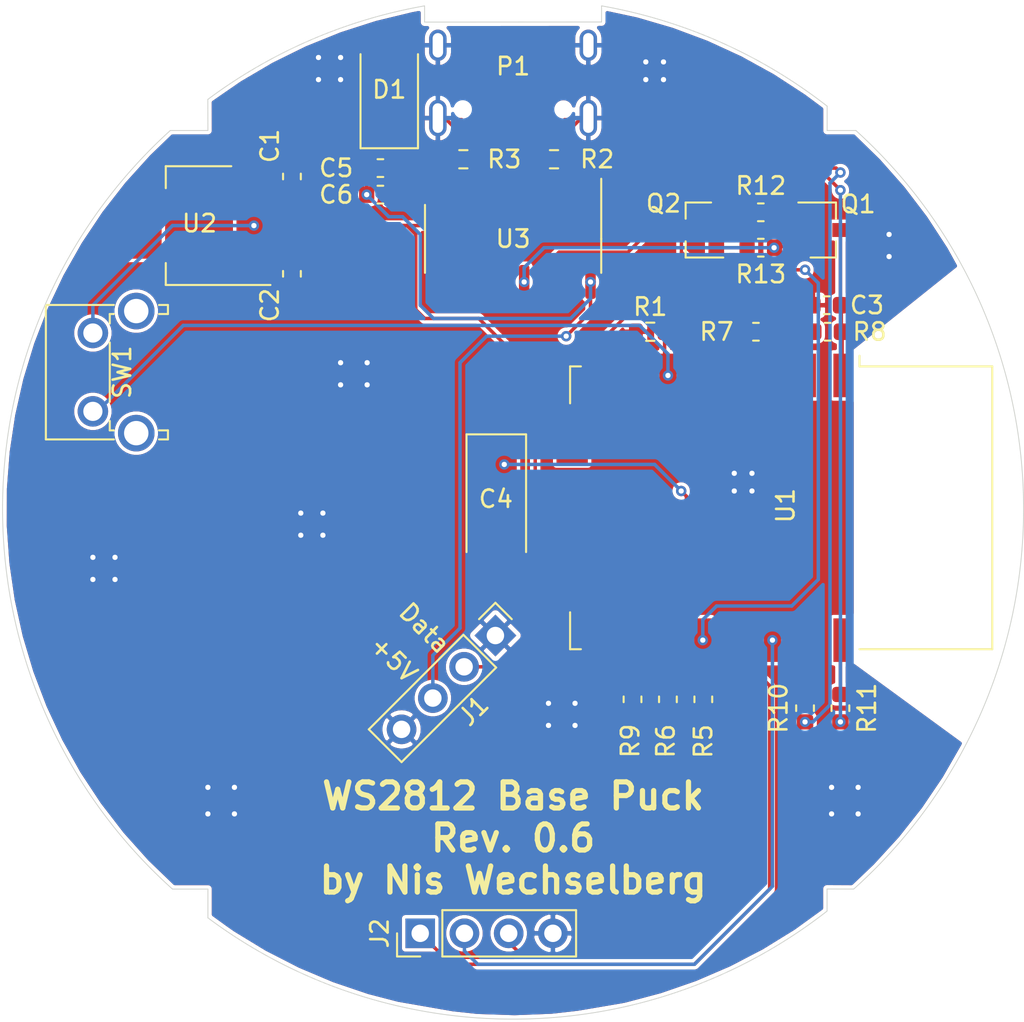
<source format=kicad_pcb>
(kicad_pcb (version 20171130) (host pcbnew 5.1.10-88a1d61d58~90~ubuntu20.04.1)

  (general
    (thickness 1.6)
    (drawings 19)
    (tracks 257)
    (zones 0)
    (modules 28)
    (nets 42)
  )

  (page A4)
  (layers
    (0 F.Cu signal)
    (31 B.Cu signal)
    (32 B.Adhes user)
    (33 F.Adhes user)
    (34 B.Paste user)
    (35 F.Paste user)
    (36 B.SilkS user)
    (37 F.SilkS user)
    (38 B.Mask user)
    (39 F.Mask user)
    (40 Dwgs.User user)
    (41 Cmts.User user)
    (42 Eco1.User user)
    (43 Eco2.User user)
    (44 Edge.Cuts user)
    (45 Margin user)
    (46 B.CrtYd user hide)
    (47 F.CrtYd user hide)
    (48 B.Fab user)
    (49 F.Fab user hide)
  )

  (setup
    (last_trace_width 0.2)
    (trace_clearance 0.2)
    (zone_clearance 0.2)
    (zone_45_only no)
    (trace_min 0.2)
    (via_size 0.6)
    (via_drill 0.3)
    (via_min_size 0.6)
    (via_min_drill 0.3)
    (uvia_size 0.6)
    (uvia_drill 0.3)
    (uvias_allowed no)
    (uvia_min_size 0.6)
    (uvia_min_drill 0.2)
    (edge_width 0.05)
    (segment_width 0.2)
    (pcb_text_width 0.3)
    (pcb_text_size 1.5 1.5)
    (mod_edge_width 0.12)
    (mod_text_size 1 1)
    (mod_text_width 0.15)
    (pad_size 2.1 2.1)
    (pad_drill 1.4)
    (pad_to_mask_clearance 0)
    (aux_axis_origin 0 0)
    (visible_elements FFFFFF7F)
    (pcbplotparams
      (layerselection 0x3ffff_ffffffff)
      (usegerberextensions false)
      (usegerberattributes true)
      (usegerberadvancedattributes true)
      (creategerberjobfile true)
      (excludeedgelayer true)
      (linewidth 0.100000)
      (plotframeref false)
      (viasonmask false)
      (mode 1)
      (useauxorigin false)
      (hpglpennumber 1)
      (hpglpenspeed 20)
      (hpglpendiameter 15.000000)
      (psnegative false)
      (psa4output false)
      (plotreference true)
      (plotvalue true)
      (plotinvisibletext false)
      (padsonsilk false)
      (subtractmaskfromsilk false)
      (outputformat 1)
      (mirror false)
      (drillshape 0)
      (scaleselection 1)
      (outputdirectory "Gerber/"))
  )

  (net 0 "")
  (net 1 +5V)
  (net 2 GND)
  (net 3 +3V3)
  (net 4 /nRST)
  (net 5 VBUS)
  (net 6 /GPIO16)
  (net 7 /GPIO13)
  (net 8 /D_N)
  (net 9 /D_P)
  (net 10 /nRTS)
  (net 11 /nDTR)
  (net 12 /GPIO0)
  (net 13 /GPIO2)
  (net 14 /EN)
  (net 15 /GPIO15)
  (net 16 "Net-(R10-Pad2)")
  (net 17 /TXD0)
  (net 18 /RXD0)
  (net 19 "Net-(R11-Pad2)")
  (net 20 /ADC)
  (net 21 /GPIO14)
  (net 22 /GPIO12)
  (net 23 /CS0)
  (net 24 /MISO)
  (net 25 /GPIO9)
  (net 26 /GPIO10)
  (net 27 /MOSI)
  (net 28 /SCLK)
  (net 29 "Net-(U3-Pad7)")
  (net 30 "Net-(U3-Pad8)")
  (net 31 "Net-(U3-Pad9)")
  (net 32 "Net-(U3-Pad10)")
  (net 33 "Net-(U3-Pad11)")
  (net 34 "Net-(U3-Pad12)")
  (net 35 "Net-(U3-Pad15)")
  (net 36 "Net-(Q1-Pad1)")
  (net 37 "Net-(Q2-Pad1)")
  (net 38 /SCL)
  (net 39 /SDA)
  (net 40 /VCONN)
  (net 41 /CC)

  (net_class Default "This is the default net class."
    (clearance 0.2)
    (trace_width 0.2)
    (via_dia 0.6)
    (via_drill 0.3)
    (uvia_dia 0.6)
    (uvia_drill 0.3)
    (add_net +3V3)
    (add_net +5V)
    (add_net /ADC)
    (add_net /CC)
    (add_net /CS0)
    (add_net /D_N)
    (add_net /D_P)
    (add_net /EN)
    (add_net /GPIO0)
    (add_net /GPIO10)
    (add_net /GPIO12)
    (add_net /GPIO13)
    (add_net /GPIO14)
    (add_net /GPIO15)
    (add_net /GPIO16)
    (add_net /GPIO2)
    (add_net /GPIO9)
    (add_net /MISO)
    (add_net /MOSI)
    (add_net /RXD0)
    (add_net /SCL)
    (add_net /SCLK)
    (add_net /SDA)
    (add_net /TXD0)
    (add_net /VCONN)
    (add_net /nDTR)
    (add_net /nRST)
    (add_net /nRTS)
    (add_net GND)
    (add_net "Net-(Q1-Pad1)")
    (add_net "Net-(Q2-Pad1)")
    (add_net "Net-(R10-Pad2)")
    (add_net "Net-(R11-Pad2)")
    (add_net "Net-(U3-Pad10)")
    (add_net "Net-(U3-Pad11)")
    (add_net "Net-(U3-Pad12)")
    (add_net "Net-(U3-Pad15)")
    (add_net "Net-(U3-Pad7)")
    (add_net "Net-(U3-Pad8)")
    (add_net "Net-(U3-Pad9)")
    (add_net VBUS)
  )

  (module Button_Switch_THT:SW_Tactile_SPST_Angled_PTS645Vx39-2LFS (layer F.Cu) (tedit 61681BA4) (tstamp 6150A61E)
    (at 125.73 90.932 90)
    (descr "tactile switch SPST right angle, PTS645VL39-2 LFS")
    (tags "tactile switch SPST angled PTS645VL39-2 LFS C&K Button")
    (path /60EBB6CF)
    (fp_text reference SW1 (at 2.25 1.68 90) (layer F.SilkS)
      (effects (font (size 1 1) (thickness 0.15)))
    )
    (fp_text value SW_SPST (at 2.25 5.38988 90) (layer F.Fab)
      (effects (font (size 1 1) (thickness 0.15)))
    )
    (fp_line (start 0.55 0.97) (end 3.95 0.97) (layer F.SilkS) (width 0.12))
    (fp_line (start -1.09 0.97) (end -0.55 0.97) (layer F.SilkS) (width 0.12))
    (fp_line (start 6.11 3.8) (end 6.11 4.31) (layer F.SilkS) (width 0.12))
    (fp_line (start 5.59 4.31) (end 6.11 4.31) (layer F.SilkS) (width 0.12))
    (fp_line (start 5.59 3.8) (end 5.59 4.31) (layer F.SilkS) (width 0.12))
    (fp_line (start 5.05 0.97) (end 5.59 0.97) (layer F.SilkS) (width 0.12))
    (fp_line (start -1.61 3.8) (end -1.61 4.31) (layer F.SilkS) (width 0.12))
    (fp_line (start -1.09 3.8) (end -1.09 4.31) (layer F.SilkS) (width 0.12))
    (fp_line (start 5.59 0.97) (end 5.59 1.2) (layer F.SilkS) (width 0.12))
    (fp_line (start -1.2 4.2) (end -1.2 0.86) (layer F.Fab) (width 0.1))
    (fp_line (start 5.7 4.2) (end 6 4.2) (layer F.Fab) (width 0.1))
    (fp_line (start -1.5 4.2) (end -1.5 -2.59) (layer F.Fab) (width 0.1))
    (fp_line (start -1.5 -2.59) (end 6 -2.59) (layer F.Fab) (width 0.1))
    (fp_line (start -1.61 -2.7) (end -1.61 1.2) (layer F.SilkS) (width 0.12))
    (fp_line (start -1.61 4.31) (end -1.09 4.31) (layer F.SilkS) (width 0.12))
    (fp_line (start 6.11 -2.7) (end 6.11 1.2) (layer F.SilkS) (width 0.12))
    (fp_line (start -1.61 -2.7) (end 6.11 -2.7) (layer F.SilkS) (width 0.12))
    (fp_line (start -2.5 4.45) (end -2.5 -2.8) (layer F.CrtYd) (width 0.05))
    (fp_line (start 7.05 4.45) (end -2.5 4.45) (layer F.CrtYd) (width 0.05))
    (fp_line (start 7.05 -2.8) (end 7.05 4.45) (layer F.CrtYd) (width 0.05))
    (fp_line (start -2.5 -2.8) (end 7.05 -2.8) (layer F.CrtYd) (width 0.05))
    (fp_line (start 6 4.2) (end 6 -2.59) (layer F.Fab) (width 0.1))
    (fp_line (start -1.2 0.86) (end 5.7 0.86) (layer F.Fab) (width 0.1))
    (fp_line (start -1.5 4.2) (end -1.2 4.2) (layer F.Fab) (width 0.1))
    (fp_line (start 5.7 4.2) (end 5.7 0.86) (layer F.Fab) (width 0.1))
    (fp_line (start -1.09 0.97) (end -1.09 1.2) (layer F.SilkS) (width 0.12))
    (fp_line (start 0.5 -3.85) (end 4 -3.85) (layer F.Fab) (width 0.1))
    (fp_line (start 4 -3.85) (end 4 -2.59) (layer F.Fab) (width 0.1))
    (fp_line (start 0.5 -3.85) (end 0.5 -2.59) (layer F.Fab) (width 0.1))
    (fp_text user %R (at 2.25 1.68 90) (layer F.Fab)
      (effects (font (size 1 1) (thickness 0.15)))
    )
    (pad "" thru_hole circle (at -1.25 2.49 90) (size 2.1 2.1) (drill 1.4) (layers *.Cu *.Mask))
    (pad 1 thru_hole circle (at 0 0 90) (size 1.75 1.75) (drill 1.1) (layers *.Cu *.Mask)
      (net 22 /GPIO12))
    (pad 2 thru_hole circle (at 4.5 0 90) (size 1.75 1.75) (drill 1.1) (layers *.Cu *.Mask)
      (net 3 +3V3))
    (pad "" thru_hole circle (at 5.76 2.49 90) (size 2.1 2.1) (drill 1.4) (layers *.Cu *.Mask))
    (model ${KISYS3DMOD}/Button_Switch_THT.3dshapes/SW_Tactile_SPST_Angled_PTS645Vx39-2LFS.wrl
      (at (xyz 0 0 0))
      (scale (xyz 1 1 1))
      (rotate (xyz 0 0 0))
    )
  )

  (module Capacitor_SMD:C_0603_1608Metric (layer F.Cu) (tedit 5B301BBE) (tstamp 5F226116)
    (at 142.24 78.486)
    (descr "Capacitor SMD 0603 (1608 Metric), square (rectangular) end terminal, IPC_7351 nominal, (Body size source: http://www.tortai-tech.com/upload/download/2011102023233369053.pdf), generated with kicad-footprint-generator")
    (tags capacitor)
    (path /5F129FCD)
    (attr smd)
    (fp_text reference C6 (at -2.54 0) (layer F.SilkS)
      (effects (font (size 1 1) (thickness 0.15)))
    )
    (fp_text value 100nF (at 0 1.43) (layer F.Fab)
      (effects (font (size 1 1) (thickness 0.15)))
    )
    (fp_line (start 1.48 0.73) (end -1.48 0.73) (layer F.CrtYd) (width 0.05))
    (fp_line (start 1.48 -0.73) (end 1.48 0.73) (layer F.CrtYd) (width 0.05))
    (fp_line (start -1.48 -0.73) (end 1.48 -0.73) (layer F.CrtYd) (width 0.05))
    (fp_line (start -1.48 0.73) (end -1.48 -0.73) (layer F.CrtYd) (width 0.05))
    (fp_line (start -0.162779 0.51) (end 0.162779 0.51) (layer F.SilkS) (width 0.12))
    (fp_line (start -0.162779 -0.51) (end 0.162779 -0.51) (layer F.SilkS) (width 0.12))
    (fp_line (start 0.8 0.4) (end -0.8 0.4) (layer F.Fab) (width 0.1))
    (fp_line (start 0.8 -0.4) (end 0.8 0.4) (layer F.Fab) (width 0.1))
    (fp_line (start -0.8 -0.4) (end 0.8 -0.4) (layer F.Fab) (width 0.1))
    (fp_line (start -0.8 0.4) (end -0.8 -0.4) (layer F.Fab) (width 0.1))
    (fp_text user %R (at 0 0) (layer F.Fab)
      (effects (font (size 0.4 0.4) (thickness 0.06)))
    )
    (pad 1 smd roundrect (at -0.7875 0) (size 0.875 0.95) (layers F.Cu F.Paste F.Mask) (roundrect_rratio 0.25)
      (net 1 +5V))
    (pad 2 smd roundrect (at 0.7875 0) (size 0.875 0.95) (layers F.Cu F.Paste F.Mask) (roundrect_rratio 0.25)
      (net 2 GND))
    (model ${KISYS3DMOD}/Capacitor_SMD.3dshapes/C_0603_1608Metric.wrl
      (at (xyz 0 0 0))
      (scale (xyz 1 1 1))
      (rotate (xyz 0 0 0))
    )
  )

  (module Connector_PinHeader_2.54mm:PinHeader_1x04_P2.54mm_Vertical (layer F.Cu) (tedit 59FED5CC) (tstamp 5F22FC21)
    (at 148.844 103.804494 315)
    (descr "Through hole straight pin header, 1x04, 2.54mm pitch, single row")
    (tags "Through hole pin header THT 1x04 2.54mm single row")
    (path /5F2938F3)
    (fp_text reference J1 (at 2.159 3.937 225) (layer F.SilkS)
      (effects (font (size 1 1) (thickness 0.15)))
    )
    (fp_text value WS2812-Strip (at 0 9.95 135) (layer F.Fab)
      (effects (font (size 1 1) (thickness 0.15)))
    )
    (fp_line (start -0.635 -1.27) (end 1.27 -1.27) (layer F.Fab) (width 0.1))
    (fp_line (start 1.27 -1.27) (end 1.27 8.89) (layer F.Fab) (width 0.1))
    (fp_line (start 1.27 8.89) (end -1.27 8.89) (layer F.Fab) (width 0.1))
    (fp_line (start -1.27 8.89) (end -1.27 -0.635) (layer F.Fab) (width 0.1))
    (fp_line (start -1.27 -0.635) (end -0.635 -1.27) (layer F.Fab) (width 0.1))
    (fp_line (start -1.33 8.95) (end 1.33 8.95) (layer F.SilkS) (width 0.12))
    (fp_line (start -1.33 1.27) (end -1.33 8.95) (layer F.SilkS) (width 0.12))
    (fp_line (start 1.33 1.27) (end 1.33 8.95) (layer F.SilkS) (width 0.12))
    (fp_line (start -1.33 1.27) (end 1.33 1.27) (layer F.SilkS) (width 0.12))
    (fp_line (start -1.33 0) (end -1.33 -1.33) (layer F.SilkS) (width 0.12))
    (fp_line (start -1.33 -1.33) (end 0 -1.33) (layer F.SilkS) (width 0.12))
    (fp_line (start -1.8 -1.8) (end -1.8 9.4) (layer F.CrtYd) (width 0.05))
    (fp_line (start -1.8 9.4) (end 1.8 9.4) (layer F.CrtYd) (width 0.05))
    (fp_line (start 1.8 9.4) (end 1.8 -1.8) (layer F.CrtYd) (width 0.05))
    (fp_line (start 1.8 -1.8) (end -1.8 -1.8) (layer F.CrtYd) (width 0.05))
    (fp_text user %R (at 0 3.81 45) (layer F.Fab)
      (effects (font (size 1 1) (thickness 0.15)))
    )
    (pad 1 thru_hole rect (at 0 0 315) (size 1.7 1.7) (drill 1) (layers *.Cu *.Mask)
      (net 2 GND))
    (pad 2 thru_hole oval (at 0 2.54 315) (size 1.7 1.7) (drill 1) (layers *.Cu *.Mask)
      (net 7 /GPIO13))
    (pad 3 thru_hole oval (at 0 5.08 315) (size 1.7 1.7) (drill 1) (layers *.Cu *.Mask)
      (net 1 +5V))
    (pad 4 thru_hole oval (at 0 7.62 315) (size 1.7 1.7) (drill 1) (layers *.Cu *.Mask)
      (net 2 GND))
    (model ${KISYS3DMOD}/Connector_PinHeader_2.54mm.3dshapes/PinHeader_1x04_P2.54mm_Vertical.wrl
      (at (xyz 0 0 0))
      (scale (xyz 1 1 1))
      (rotate (xyz 0 0 0))
    )
  )

  (module Resistor_SMD:R_0603_1608Metric (layer F.Cu) (tedit 5B301BBD) (tstamp 5F2258B8)
    (at 160.782 107.4675 270)
    (descr "Resistor SMD 0603 (1608 Metric), square (rectangular) end terminal, IPC_7351 nominal, (Body size source: http://www.tortai-tech.com/upload/download/2011102023233369053.pdf), generated with kicad-footprint-generator")
    (tags resistor)
    (path /5F0B641E)
    (attr smd)
    (fp_text reference R5 (at 2.413 0 90) (layer F.SilkS)
      (effects (font (size 1 1) (thickness 0.15)))
    )
    (fp_text value 12k (at 0 1.43 90) (layer F.Fab)
      (effects (font (size 1 1) (thickness 0.15)))
    )
    (fp_line (start 1.48 0.73) (end -1.48 0.73) (layer F.CrtYd) (width 0.05))
    (fp_line (start 1.48 -0.73) (end 1.48 0.73) (layer F.CrtYd) (width 0.05))
    (fp_line (start -1.48 -0.73) (end 1.48 -0.73) (layer F.CrtYd) (width 0.05))
    (fp_line (start -1.48 0.73) (end -1.48 -0.73) (layer F.CrtYd) (width 0.05))
    (fp_line (start -0.162779 0.51) (end 0.162779 0.51) (layer F.SilkS) (width 0.12))
    (fp_line (start -0.162779 -0.51) (end 0.162779 -0.51) (layer F.SilkS) (width 0.12))
    (fp_line (start 0.8 0.4) (end -0.8 0.4) (layer F.Fab) (width 0.1))
    (fp_line (start 0.8 -0.4) (end 0.8 0.4) (layer F.Fab) (width 0.1))
    (fp_line (start -0.8 -0.4) (end 0.8 -0.4) (layer F.Fab) (width 0.1))
    (fp_line (start -0.8 0.4) (end -0.8 -0.4) (layer F.Fab) (width 0.1))
    (fp_text user %R (at 0 0 90) (layer F.Fab)
      (effects (font (size 0.4 0.4) (thickness 0.06)))
    )
    (pad 1 smd roundrect (at -0.7875 0 270) (size 0.875 0.95) (layers F.Cu F.Paste F.Mask) (roundrect_rratio 0.25)
      (net 12 /GPIO0))
    (pad 2 smd roundrect (at 0.7875 0 270) (size 0.875 0.95) (layers F.Cu F.Paste F.Mask) (roundrect_rratio 0.25)
      (net 3 +3V3))
    (model ${KISYS3DMOD}/Resistor_SMD.3dshapes/R_0603_1608Metric.wrl
      (at (xyz 0 0 0))
      (scale (xyz 1 1 1))
      (rotate (xyz 0 0 0))
    )
  )

  (module Resistor_SMD:R_0603_1608Metric (layer F.Cu) (tedit 5B301BBD) (tstamp 5F225928)
    (at 164.084 79.502 180)
    (descr "Resistor SMD 0603 (1608 Metric), square (rectangular) end terminal, IPC_7351 nominal, (Body size source: http://www.tortai-tech.com/upload/download/2011102023233369053.pdf), generated with kicad-footprint-generator")
    (tags resistor)
    (path /5F147E14)
    (attr smd)
    (fp_text reference R12 (at 0 1.524) (layer F.SilkS)
      (effects (font (size 1 1) (thickness 0.15)))
    )
    (fp_text value 12k (at 0 1.43) (layer F.Fab)
      (effects (font (size 1 1) (thickness 0.15)))
    )
    (fp_line (start 1.48 0.73) (end -1.48 0.73) (layer F.CrtYd) (width 0.05))
    (fp_line (start 1.48 -0.73) (end 1.48 0.73) (layer F.CrtYd) (width 0.05))
    (fp_line (start -1.48 -0.73) (end 1.48 -0.73) (layer F.CrtYd) (width 0.05))
    (fp_line (start -1.48 0.73) (end -1.48 -0.73) (layer F.CrtYd) (width 0.05))
    (fp_line (start -0.162779 0.51) (end 0.162779 0.51) (layer F.SilkS) (width 0.12))
    (fp_line (start -0.162779 -0.51) (end 0.162779 -0.51) (layer F.SilkS) (width 0.12))
    (fp_line (start 0.8 0.4) (end -0.8 0.4) (layer F.Fab) (width 0.1))
    (fp_line (start 0.8 -0.4) (end 0.8 0.4) (layer F.Fab) (width 0.1))
    (fp_line (start -0.8 -0.4) (end 0.8 -0.4) (layer F.Fab) (width 0.1))
    (fp_line (start -0.8 0.4) (end -0.8 -0.4) (layer F.Fab) (width 0.1))
    (fp_text user %R (at 0 0 180) (layer F.Fab)
      (effects (font (size 0.4 0.4) (thickness 0.06)))
    )
    (pad 1 smd roundrect (at -0.7875 0 180) (size 0.875 0.95) (layers F.Cu F.Paste F.Mask) (roundrect_rratio 0.25)
      (net 36 "Net-(Q1-Pad1)"))
    (pad 2 smd roundrect (at 0.7875 0 180) (size 0.875 0.95) (layers F.Cu F.Paste F.Mask) (roundrect_rratio 0.25)
      (net 10 /nRTS))
    (model ${KISYS3DMOD}/Resistor_SMD.3dshapes/R_0603_1608Metric.wrl
      (at (xyz 0 0 0))
      (scale (xyz 1 1 1))
      (rotate (xyz 0 0 0))
    )
  )

  (module Package_SO:SOIC-16_3.9x9.9mm_P1.27mm (layer F.Cu) (tedit 5D9F72B1) (tstamp 5F0A33A0)
    (at 149.86 81.026 270)
    (descr "SOIC, 16 Pin (JEDEC MS-012AC, https://www.analog.com/media/en/package-pcb-resources/package/pkg_pdf/soic_narrow-r/r_16.pdf), generated with kicad-footprint-generator ipc_gullwing_generator.py")
    (tags "SOIC SO")
    (path /5F0D90C6)
    (attr smd)
    (fp_text reference U3 (at 0 0 180) (layer F.SilkS)
      (effects (font (size 1 1) (thickness 0.15)))
    )
    (fp_text value CH340C (at 0 5.9 90) (layer F.Fab)
      (effects (font (size 1 1) (thickness 0.15)))
    )
    (fp_line (start 0 5.06) (end 1.95 5.06) (layer F.SilkS) (width 0.12))
    (fp_line (start 0 5.06) (end -1.95 5.06) (layer F.SilkS) (width 0.12))
    (fp_line (start 0 -5.06) (end 1.95 -5.06) (layer F.SilkS) (width 0.12))
    (fp_line (start 0 -5.06) (end -3.45 -5.06) (layer F.SilkS) (width 0.12))
    (fp_line (start -0.975 -4.95) (end 1.95 -4.95) (layer F.Fab) (width 0.1))
    (fp_line (start 1.95 -4.95) (end 1.95 4.95) (layer F.Fab) (width 0.1))
    (fp_line (start 1.95 4.95) (end -1.95 4.95) (layer F.Fab) (width 0.1))
    (fp_line (start -1.95 4.95) (end -1.95 -3.975) (layer F.Fab) (width 0.1))
    (fp_line (start -1.95 -3.975) (end -0.975 -4.95) (layer F.Fab) (width 0.1))
    (fp_line (start -3.7 -5.2) (end -3.7 5.2) (layer F.CrtYd) (width 0.05))
    (fp_line (start -3.7 5.2) (end 3.7 5.2) (layer F.CrtYd) (width 0.05))
    (fp_line (start 3.7 5.2) (end 3.7 -5.2) (layer F.CrtYd) (width 0.05))
    (fp_line (start 3.7 -5.2) (end -3.7 -5.2) (layer F.CrtYd) (width 0.05))
    (fp_text user %R (at 0 0 90) (layer F.Fab)
      (effects (font (size 0.98 0.98) (thickness 0.15)))
    )
    (pad 1 smd roundrect (at -2.475 -4.445 270) (size 1.95 0.6) (layers F.Cu F.Paste F.Mask) (roundrect_rratio 0.25)
      (net 2 GND))
    (pad 2 smd roundrect (at -2.475 -3.175 270) (size 1.95 0.6) (layers F.Cu F.Paste F.Mask) (roundrect_rratio 0.25)
      (net 16 "Net-(R10-Pad2)"))
    (pad 3 smd roundrect (at -2.475 -1.905 270) (size 1.95 0.6) (layers F.Cu F.Paste F.Mask) (roundrect_rratio 0.25)
      (net 19 "Net-(R11-Pad2)"))
    (pad 4 smd roundrect (at -2.475 -0.635 270) (size 1.95 0.6) (layers F.Cu F.Paste F.Mask) (roundrect_rratio 0.25)
      (net 3 +3V3))
    (pad 5 smd roundrect (at -2.475 0.635 270) (size 1.95 0.6) (layers F.Cu F.Paste F.Mask) (roundrect_rratio 0.25)
      (net 9 /D_P))
    (pad 6 smd roundrect (at -2.475 1.905 270) (size 1.95 0.6) (layers F.Cu F.Paste F.Mask) (roundrect_rratio 0.25)
      (net 8 /D_N))
    (pad 7 smd roundrect (at -2.475 3.175 270) (size 1.95 0.6) (layers F.Cu F.Paste F.Mask) (roundrect_rratio 0.25)
      (net 29 "Net-(U3-Pad7)"))
    (pad 8 smd roundrect (at -2.475 4.445 270) (size 1.95 0.6) (layers F.Cu F.Paste F.Mask) (roundrect_rratio 0.25)
      (net 30 "Net-(U3-Pad8)"))
    (pad 9 smd roundrect (at 2.475 4.445 270) (size 1.95 0.6) (layers F.Cu F.Paste F.Mask) (roundrect_rratio 0.25)
      (net 31 "Net-(U3-Pad9)"))
    (pad 10 smd roundrect (at 2.475 3.175 270) (size 1.95 0.6) (layers F.Cu F.Paste F.Mask) (roundrect_rratio 0.25)
      (net 32 "Net-(U3-Pad10)"))
    (pad 11 smd roundrect (at 2.475 1.905 270) (size 1.95 0.6) (layers F.Cu F.Paste F.Mask) (roundrect_rratio 0.25)
      (net 33 "Net-(U3-Pad11)"))
    (pad 12 smd roundrect (at 2.475 0.635 270) (size 1.95 0.6) (layers F.Cu F.Paste F.Mask) (roundrect_rratio 0.25)
      (net 34 "Net-(U3-Pad12)"))
    (pad 13 smd roundrect (at 2.475 -0.635 270) (size 1.95 0.6) (layers F.Cu F.Paste F.Mask) (roundrect_rratio 0.25)
      (net 11 /nDTR))
    (pad 14 smd roundrect (at 2.475 -1.905 270) (size 1.95 0.6) (layers F.Cu F.Paste F.Mask) (roundrect_rratio 0.25)
      (net 10 /nRTS))
    (pad 15 smd roundrect (at 2.475 -3.175 270) (size 1.95 0.6) (layers F.Cu F.Paste F.Mask) (roundrect_rratio 0.25)
      (net 35 "Net-(U3-Pad15)"))
    (pad 16 smd roundrect (at 2.475 -4.445 270) (size 1.95 0.6) (layers F.Cu F.Paste F.Mask) (roundrect_rratio 0.25)
      (net 1 +5V))
    (model ${KISYS3DMOD}/Package_SO.3dshapes/SOIC-16_3.9x9.9mm_P1.27mm.wrl
      (at (xyz 0 0 0))
      (scale (xyz 1 1 1))
      (rotate (xyz 0 0 0))
    )
  )

  (module Resistor_SMD:R_0603_1608Metric (layer F.Cu) (tedit 5F68FEEE) (tstamp 60D2D0C1)
    (at 147.003 76.454)
    (descr "Resistor SMD 0603 (1608 Metric), square (rectangular) end terminal, IPC_7351 nominal, (Body size source: IPC-SM-782 page 72, https://www.pcb-3d.com/wordpress/wp-content/uploads/ipc-sm-782a_amendment_1_and_2.pdf), generated with kicad-footprint-generator")
    (tags resistor)
    (path /60E0FA56)
    (attr smd)
    (fp_text reference R3 (at 2.349 0) (layer F.SilkS)
      (effects (font (size 1 1) (thickness 0.15)))
    )
    (fp_text value 5k1 (at 0 1.43) (layer F.Fab)
      (effects (font (size 1 1) (thickness 0.15)))
    )
    (fp_line (start 1.48 0.73) (end -1.48 0.73) (layer F.CrtYd) (width 0.05))
    (fp_line (start 1.48 -0.73) (end 1.48 0.73) (layer F.CrtYd) (width 0.05))
    (fp_line (start -1.48 -0.73) (end 1.48 -0.73) (layer F.CrtYd) (width 0.05))
    (fp_line (start -1.48 0.73) (end -1.48 -0.73) (layer F.CrtYd) (width 0.05))
    (fp_line (start -0.237258 0.5225) (end 0.237258 0.5225) (layer F.SilkS) (width 0.12))
    (fp_line (start -0.237258 -0.5225) (end 0.237258 -0.5225) (layer F.SilkS) (width 0.12))
    (fp_line (start 0.8 0.4125) (end -0.8 0.4125) (layer F.Fab) (width 0.1))
    (fp_line (start 0.8 -0.4125) (end 0.8 0.4125) (layer F.Fab) (width 0.1))
    (fp_line (start -0.8 -0.4125) (end 0.8 -0.4125) (layer F.Fab) (width 0.1))
    (fp_line (start -0.8 0.4125) (end -0.8 -0.4125) (layer F.Fab) (width 0.1))
    (fp_text user %R (at 0 0) (layer F.Fab)
      (effects (font (size 0.4 0.4) (thickness 0.06)))
    )
    (pad 2 smd roundrect (at 0.825 0) (size 0.8 0.95) (layers F.Cu F.Paste F.Mask) (roundrect_rratio 0.25)
      (net 40 /VCONN))
    (pad 1 smd roundrect (at -0.825 0) (size 0.8 0.95) (layers F.Cu F.Paste F.Mask) (roundrect_rratio 0.25)
      (net 2 GND))
    (model ${KISYS3DMOD}/Resistor_SMD.3dshapes/R_0603_1608Metric.wrl
      (at (xyz 0 0 0))
      (scale (xyz 1 1 1))
      (rotate (xyz 0 0 0))
    )
  )

  (module Resistor_SMD:R_0603_1608Metric (layer F.Cu) (tedit 5F68FEEE) (tstamp 60D2D0B0)
    (at 152.209 76.454 180)
    (descr "Resistor SMD 0603 (1608 Metric), square (rectangular) end terminal, IPC_7351 nominal, (Body size source: IPC-SM-782 page 72, https://www.pcb-3d.com/wordpress/wp-content/uploads/ipc-sm-782a_amendment_1_and_2.pdf), generated with kicad-footprint-generator")
    (tags resistor)
    (path /60E0E973)
    (attr smd)
    (fp_text reference R2 (at -2.477 0) (layer F.SilkS)
      (effects (font (size 1 1) (thickness 0.15)))
    )
    (fp_text value 5k1 (at 0 1.43) (layer F.Fab)
      (effects (font (size 1 1) (thickness 0.15)))
    )
    (fp_line (start 1.48 0.73) (end -1.48 0.73) (layer F.CrtYd) (width 0.05))
    (fp_line (start 1.48 -0.73) (end 1.48 0.73) (layer F.CrtYd) (width 0.05))
    (fp_line (start -1.48 -0.73) (end 1.48 -0.73) (layer F.CrtYd) (width 0.05))
    (fp_line (start -1.48 0.73) (end -1.48 -0.73) (layer F.CrtYd) (width 0.05))
    (fp_line (start -0.237258 0.5225) (end 0.237258 0.5225) (layer F.SilkS) (width 0.12))
    (fp_line (start -0.237258 -0.5225) (end 0.237258 -0.5225) (layer F.SilkS) (width 0.12))
    (fp_line (start 0.8 0.4125) (end -0.8 0.4125) (layer F.Fab) (width 0.1))
    (fp_line (start 0.8 -0.4125) (end 0.8 0.4125) (layer F.Fab) (width 0.1))
    (fp_line (start -0.8 -0.4125) (end 0.8 -0.4125) (layer F.Fab) (width 0.1))
    (fp_line (start -0.8 0.4125) (end -0.8 -0.4125) (layer F.Fab) (width 0.1))
    (fp_text user %R (at 0 0) (layer F.Fab)
      (effects (font (size 0.4 0.4) (thickness 0.06)))
    )
    (pad 2 smd roundrect (at 0.825 0 180) (size 0.8 0.95) (layers F.Cu F.Paste F.Mask) (roundrect_rratio 0.25)
      (net 41 /CC))
    (pad 1 smd roundrect (at -0.825 0 180) (size 0.8 0.95) (layers F.Cu F.Paste F.Mask) (roundrect_rratio 0.25)
      (net 2 GND))
    (model ${KISYS3DMOD}/Resistor_SMD.3dshapes/R_0603_1608Metric.wrl
      (at (xyz 0 0 0))
      (scale (xyz 1 1 1))
      (rotate (xyz 0 0 0))
    )
  )

  (module Resistor_SMD:R_0603_1608Metric (layer F.Cu) (tedit 5F68FEEE) (tstamp 60D2D09F)
    (at 157.734 86.36)
    (descr "Resistor SMD 0603 (1608 Metric), square (rectangular) end terminal, IPC_7351 nominal, (Body size source: IPC-SM-782 page 72, https://www.pcb-3d.com/wordpress/wp-content/uploads/ipc-sm-782a_amendment_1_and_2.pdf), generated with kicad-footprint-generator")
    (tags resistor)
    (path /60EDAF32)
    (attr smd)
    (fp_text reference R1 (at 0 -1.43) (layer F.SilkS)
      (effects (font (size 1 1) (thickness 0.15)))
    )
    (fp_text value 12k (at 0 1.43) (layer F.Fab)
      (effects (font (size 1 1) (thickness 0.15)))
    )
    (fp_line (start 1.48 0.73) (end -1.48 0.73) (layer F.CrtYd) (width 0.05))
    (fp_line (start 1.48 -0.73) (end 1.48 0.73) (layer F.CrtYd) (width 0.05))
    (fp_line (start -1.48 -0.73) (end 1.48 -0.73) (layer F.CrtYd) (width 0.05))
    (fp_line (start -1.48 0.73) (end -1.48 -0.73) (layer F.CrtYd) (width 0.05))
    (fp_line (start -0.237258 0.5225) (end 0.237258 0.5225) (layer F.SilkS) (width 0.12))
    (fp_line (start -0.237258 -0.5225) (end 0.237258 -0.5225) (layer F.SilkS) (width 0.12))
    (fp_line (start 0.8 0.4125) (end -0.8 0.4125) (layer F.Fab) (width 0.1))
    (fp_line (start 0.8 -0.4125) (end 0.8 0.4125) (layer F.Fab) (width 0.1))
    (fp_line (start -0.8 -0.4125) (end 0.8 -0.4125) (layer F.Fab) (width 0.1))
    (fp_line (start -0.8 0.4125) (end -0.8 -0.4125) (layer F.Fab) (width 0.1))
    (fp_text user %R (at 0 0) (layer F.Fab)
      (effects (font (size 0.4 0.4) (thickness 0.06)))
    )
    (pad 2 smd roundrect (at 0.825 0) (size 0.8 0.95) (layers F.Cu F.Paste F.Mask) (roundrect_rratio 0.25)
      (net 22 /GPIO12))
    (pad 1 smd roundrect (at -0.825 0) (size 0.8 0.95) (layers F.Cu F.Paste F.Mask) (roundrect_rratio 0.25)
      (net 2 GND))
    (model ${KISYS3DMOD}/Resistor_SMD.3dshapes/R_0603_1608Metric.wrl
      (at (xyz 0 0 0))
      (scale (xyz 1 1 1))
      (rotate (xyz 0 0 0))
    )
  )

  (module USB-C:USB-C_USB2.0 (layer F.Cu) (tedit 60D23976) (tstamp 61510A9F)
    (at 149.86 68.58 180)
    (path /60D67574)
    (attr smd)
    (fp_text reference P1 (at 0 -2.54) (layer F.SilkS)
      (effects (font (size 1 1) (thickness 0.15)))
    )
    (fp_text value USB_C_Plug_USB2.0 (at 0 -0.5) (layer F.Fab)
      (effects (font (size 1 1) (thickness 0.15)))
    )
    (fp_line (start -5.57 0) (end 5.39 0) (layer F.Fab) (width 0.12))
    (pad "" np_thru_hole circle (at 2.89 -5.01 180) (size 0.65 0.65) (drill 0.65) (layers *.Cu *.Mask))
    (pad "" np_thru_hole circle (at -2.89 -5.01 180) (size 0.65 0.65) (drill 0.65) (layers *.Cu *.Mask))
    (pad B1 smd rect (at 3.05 -6.075 180) (size 0.3 1.15) (layers F.Cu F.Paste F.Mask)
      (net 2 GND))
    (pad B4 smd rect (at 2.25 -6.075 180) (size 0.3 1.15) (layers F.Cu F.Paste F.Mask)
      (net 5 VBUS))
    (pad A4 smd rect (at -2.55 -6.075 180) (size 0.3 1.15) (layers F.Cu F.Paste F.Mask)
      (net 5 VBUS))
    (pad A1 smd rect (at -3.35 -6.075 180) (size 0.3 1.15) (layers F.Cu F.Paste F.Mask)
      (net 2 GND))
    (pad B5 smd rect (at 1.75 -6.075 180) (size 0.3 1.15) (layers F.Cu F.Paste F.Mask)
      (net 40 /VCONN))
    (pad A8 smd rect (at 1.25 -6.075 180) (size 0.3 1.15) (layers F.Cu F.Paste F.Mask))
    (pad B6 smd rect (at 0.75 -6.075 180) (size 0.3 1.15) (layers F.Cu F.Paste F.Mask))
    (pad A7 smd rect (at 0.25 -6.075 180) (size 0.3 1.15) (layers F.Cu F.Paste F.Mask)
      (net 8 /D_N))
    (pad A6 smd rect (at -0.25 -6.075 180) (size 0.3 1.15) (layers F.Cu F.Paste F.Mask)
      (net 9 /D_P))
    (pad B7 smd rect (at -0.75 -6.075 180) (size 0.3 1.15) (layers F.Cu F.Paste F.Mask))
    (pad A5 smd rect (at -1.25 -6.075 180) (size 0.3 1.15) (layers F.Cu F.Paste F.Mask)
      (net 41 /CC))
    (pad B8 smd rect (at -1.75 -6.075 180) (size 0.3 1.15) (layers F.Cu F.Paste F.Mask))
    (pad S1 thru_hole oval (at -4.32 -5.51 180) (size 1 2.1) (drill oval 0.6 1.7) (layers *.Cu *.Mask)
      (net 2 GND))
    (pad S1 thru_hole oval (at 4.32 -5.51 180) (size 1 2.1) (drill oval 0.6 1.7) (layers *.Cu *.Mask)
      (net 2 GND))
    (pad S1 thru_hole oval (at 4.32 -1.33 180) (size 1 1.8) (drill oval 0.6 1.4) (layers *.Cu *.Mask)
      (net 2 GND))
    (pad S1 thru_hole oval (at -4.32 -1.33 180) (size 1 1.8) (drill oval 0.6 1.4) (layers *.Cu *.Mask)
      (net 2 GND))
    (pad A12 smd rect (at 3.35 -6.075 180) (size 0.3 1.15) (layers F.Cu F.Paste F.Mask)
      (net 2 GND))
    (pad A9 smd rect (at 2.55 -6.075 180) (size 0.3 1.15) (layers F.Cu F.Paste F.Mask)
      (net 5 VBUS))
    (pad B9 smd rect (at -2.25 -6.075 180) (size 0.3 1.15) (layers F.Cu F.Paste F.Mask)
      (net 5 VBUS))
    (pad B12 smd rect (at -3.05 -6.075 180) (size 0.3 1.15) (layers F.Cu F.Paste F.Mask)
      (net 2 GND))
  )

  (module Connector_PinHeader_2.54mm:PinHeader_1x04_P2.54mm_Vertical (layer F.Cu) (tedit 59FED5CC) (tstamp 60D2D023)
    (at 144.526 120.904 90)
    (descr "Through hole straight pin header, 1x04, 2.54mm pitch, single row")
    (tags "Through hole pin header THT 1x04 2.54mm single row")
    (path /60F1F8CA)
    (fp_text reference J2 (at 0 -2.33 90) (layer F.SilkS)
      (effects (font (size 1 1) (thickness 0.15)))
    )
    (fp_text value OLED (at 0 9.95 90) (layer F.Fab)
      (effects (font (size 1 1) (thickness 0.15)))
    )
    (fp_line (start 1.8 -1.8) (end -1.8 -1.8) (layer F.CrtYd) (width 0.05))
    (fp_line (start 1.8 9.4) (end 1.8 -1.8) (layer F.CrtYd) (width 0.05))
    (fp_line (start -1.8 9.4) (end 1.8 9.4) (layer F.CrtYd) (width 0.05))
    (fp_line (start -1.8 -1.8) (end -1.8 9.4) (layer F.CrtYd) (width 0.05))
    (fp_line (start -1.33 -1.33) (end 0 -1.33) (layer F.SilkS) (width 0.12))
    (fp_line (start -1.33 0) (end -1.33 -1.33) (layer F.SilkS) (width 0.12))
    (fp_line (start -1.33 1.27) (end 1.33 1.27) (layer F.SilkS) (width 0.12))
    (fp_line (start 1.33 1.27) (end 1.33 8.95) (layer F.SilkS) (width 0.12))
    (fp_line (start -1.33 1.27) (end -1.33 8.95) (layer F.SilkS) (width 0.12))
    (fp_line (start -1.33 8.95) (end 1.33 8.95) (layer F.SilkS) (width 0.12))
    (fp_line (start -1.27 -0.635) (end -0.635 -1.27) (layer F.Fab) (width 0.1))
    (fp_line (start -1.27 8.89) (end -1.27 -0.635) (layer F.Fab) (width 0.1))
    (fp_line (start 1.27 8.89) (end -1.27 8.89) (layer F.Fab) (width 0.1))
    (fp_line (start 1.27 -1.27) (end 1.27 8.89) (layer F.Fab) (width 0.1))
    (fp_line (start -0.635 -1.27) (end 1.27 -1.27) (layer F.Fab) (width 0.1))
    (fp_text user %R (at 0 3.81) (layer F.Fab)
      (effects (font (size 1 1) (thickness 0.15)))
    )
    (pad 4 thru_hole oval (at 0 7.62 90) (size 1.7 1.7) (drill 1) (layers *.Cu *.Mask)
      (net 2 GND))
    (pad 3 thru_hole oval (at 0 5.08 90) (size 1.7 1.7) (drill 1) (layers *.Cu *.Mask)
      (net 3 +3V3))
    (pad 2 thru_hole oval (at 0 2.54 90) (size 1.7 1.7) (drill 1) (layers *.Cu *.Mask)
      (net 38 /SCL))
    (pad 1 thru_hole rect (at 0 0 90) (size 1.7 1.7) (drill 1) (layers *.Cu *.Mask)
      (net 39 /SDA))
    (model ${KISYS3DMOD}/Connector_PinHeader_2.54mm.3dshapes/PinHeader_1x04_P2.54mm_Vertical.wrl
      (at (xyz 0 0 0))
      (scale (xyz 1 1 1))
      (rotate (xyz 0 0 0))
    )
  )

  (module Capacitor_Tantalum_SMD:CP_EIA-6032-28_Kemet-C (layer F.Cu) (tedit 5B301BBE) (tstamp 5F225D59)
    (at 148.8948 96.012 270)
    (descr "Tantalum Capacitor SMD Kemet-C (6032-28 Metric), IPC_7351 nominal, (Body size from: http://www.kemet.com/Lists/ProductCatalog/Attachments/253/KEM_TC101_STD.pdf), generated with kicad-footprint-generator")
    (tags "capacitor tantalum")
    (path /5F0D0F99)
    (attr smd)
    (fp_text reference C4 (at -0.0508 0.0254) (layer F.SilkS)
      (effects (font (size 1 1) (thickness 0.15)))
    )
    (fp_text value 100uF (at 0 2.55 90) (layer F.Fab)
      (effects (font (size 1 1) (thickness 0.15)))
    )
    (fp_line (start 3.75 1.85) (end -3.75 1.85) (layer F.CrtYd) (width 0.05))
    (fp_line (start 3.75 -1.85) (end 3.75 1.85) (layer F.CrtYd) (width 0.05))
    (fp_line (start -3.75 -1.85) (end 3.75 -1.85) (layer F.CrtYd) (width 0.05))
    (fp_line (start -3.75 1.85) (end -3.75 -1.85) (layer F.CrtYd) (width 0.05))
    (fp_line (start -3.76 1.71) (end 3 1.71) (layer F.SilkS) (width 0.12))
    (fp_line (start -3.76 -1.71) (end -3.76 1.71) (layer F.SilkS) (width 0.12))
    (fp_line (start 3 -1.71) (end -3.76 -1.71) (layer F.SilkS) (width 0.12))
    (fp_line (start 3 1.6) (end 3 -1.6) (layer F.Fab) (width 0.1))
    (fp_line (start -3 1.6) (end 3 1.6) (layer F.Fab) (width 0.1))
    (fp_line (start -3 -0.8) (end -3 1.6) (layer F.Fab) (width 0.1))
    (fp_line (start -2.2 -1.6) (end -3 -0.8) (layer F.Fab) (width 0.1))
    (fp_line (start 3 -1.6) (end -2.2 -1.6) (layer F.Fab) (width 0.1))
    (fp_text user %R (at 0 0 90) (layer F.Fab)
      (effects (font (size 1 1) (thickness 0.15)))
    )
    (pad 1 smd roundrect (at -2.4625 0 270) (size 2.075 2.35) (layers F.Cu F.Paste F.Mask) (roundrect_rratio 0.1204819277108434)
      (net 3 +3V3))
    (pad 2 smd roundrect (at 2.4625 0 270) (size 2.075 2.35) (layers F.Cu F.Paste F.Mask) (roundrect_rratio 0.1204819277108434)
      (net 2 GND))
    (model ${KISYS3DMOD}/Capacitor_Tantalum_SMD.3dshapes/CP_EIA-6032-28_Kemet-C.wrl
      (at (xyz 0 0 0))
      (scale (xyz 1 1 1))
      (rotate (xyz 0 0 0))
    )
  )

  (module RF_Module:ESP-12E (layer F.Cu) (tedit 5A030172) (tstamp 5F225E2C)
    (at 165.2524 96.4692 270)
    (descr "Wi-Fi Module, http://wiki.ai-thinker.com/_media/esp8266/docs/aithinker_esp_12f_datasheet_en.pdf")
    (tags "Wi-Fi Module")
    (path /5F099E28)
    (attr smd)
    (fp_text reference U1 (at -0.127 -0.254 90) (layer F.SilkS)
      (effects (font (size 1 1) (thickness 0.15)))
    )
    (fp_text value ESP-12E (at -0.06 -12.78 90) (layer F.Fab)
      (effects (font (size 1 1) (thickness 0.15)))
    )
    (fp_line (start -8 -12) (end 8 -12) (layer F.Fab) (width 0.12))
    (fp_line (start 8 -12) (end 8 12) (layer F.Fab) (width 0.12))
    (fp_line (start 8 12) (end -8 12) (layer F.Fab) (width 0.12))
    (fp_line (start -8 12) (end -8 -3) (layer F.Fab) (width 0.12))
    (fp_line (start -8 -3) (end -7.5 -3.5) (layer F.Fab) (width 0.12))
    (fp_line (start -7.5 -3.5) (end -8 -4) (layer F.Fab) (width 0.12))
    (fp_line (start -8 -4) (end -8 -12) (layer F.Fab) (width 0.12))
    (fp_line (start -9.05 -12.2) (end 9.05 -12.2) (layer F.CrtYd) (width 0.05))
    (fp_line (start 9.05 -12.2) (end 9.05 13.1) (layer F.CrtYd) (width 0.05))
    (fp_line (start 9.05 13.1) (end -9.05 13.1) (layer F.CrtYd) (width 0.05))
    (fp_line (start -9.05 13.1) (end -9.05 -12.2) (layer F.CrtYd) (width 0.05))
    (fp_line (start -8.12 -12.12) (end 8.12 -12.12) (layer F.SilkS) (width 0.12))
    (fp_line (start 8.12 -12.12) (end 8.12 -4.5) (layer F.SilkS) (width 0.12))
    (fp_line (start 8.12 11.5) (end 8.12 12.12) (layer F.SilkS) (width 0.12))
    (fp_line (start 8.12 12.12) (end 6 12.12) (layer F.SilkS) (width 0.12))
    (fp_line (start -6 12.12) (end -8.12 12.12) (layer F.SilkS) (width 0.12))
    (fp_line (start -8.12 12.12) (end -8.12 11.5) (layer F.SilkS) (width 0.12))
    (fp_line (start -8.12 -4.5) (end -8.12 -12.12) (layer F.SilkS) (width 0.12))
    (fp_line (start -8.12 -4.5) (end -8.73 -4.5) (layer F.SilkS) (width 0.12))
    (fp_line (start -8.12 -12.12) (end 8.12 -12.12) (layer Dwgs.User) (width 0.12))
    (fp_line (start 8.12 -12.12) (end 8.12 -4.8) (layer Dwgs.User) (width 0.12))
    (fp_line (start 8.12 -4.8) (end -8.12 -4.8) (layer Dwgs.User) (width 0.12))
    (fp_line (start -8.12 -4.8) (end -8.12 -12.12) (layer Dwgs.User) (width 0.12))
    (fp_line (start -8.12 -9.12) (end -5.12 -12.12) (layer Dwgs.User) (width 0.12))
    (fp_line (start -8.12 -6.12) (end -2.12 -12.12) (layer Dwgs.User) (width 0.12))
    (fp_line (start -6.44 -4.8) (end 0.88 -12.12) (layer Dwgs.User) (width 0.12))
    (fp_line (start -3.44 -4.8) (end 3.88 -12.12) (layer Dwgs.User) (width 0.12))
    (fp_line (start -0.44 -4.8) (end 6.88 -12.12) (layer Dwgs.User) (width 0.12))
    (fp_line (start 2.56 -4.8) (end 8.12 -10.36) (layer Dwgs.User) (width 0.12))
    (fp_line (start 5.56 -4.8) (end 8.12 -7.36) (layer Dwgs.User) (width 0.12))
    (fp_text user Antenna (at -0.06 -7 270) (layer Cmts.User)
      (effects (font (size 1 1) (thickness 0.15)))
    )
    (fp_text user "KEEP-OUT ZONE" (at 0.03 -9.55 270) (layer Cmts.User)
      (effects (font (size 1 1) (thickness 0.15)))
    )
    (fp_text user %R (at 0.49 -0.8 90) (layer F.Fab)
      (effects (font (size 1 1) (thickness 0.15)))
    )
    (pad 1 smd rect (at -7.6 -3.5 270) (size 2.5 1) (layers F.Cu F.Paste F.Mask)
      (net 4 /nRST))
    (pad 2 smd rect (at -7.6 -1.5 270) (size 2.5 1) (layers F.Cu F.Paste F.Mask)
      (net 20 /ADC))
    (pad 3 smd rect (at -7.6 0.5 270) (size 2.5 1) (layers F.Cu F.Paste F.Mask)
      (net 14 /EN))
    (pad 4 smd rect (at -7.6 2.5 270) (size 2.5 1) (layers F.Cu F.Paste F.Mask)
      (net 6 /GPIO16))
    (pad 5 smd rect (at -7.6 4.5 270) (size 2.5 1) (layers F.Cu F.Paste F.Mask)
      (net 21 /GPIO14))
    (pad 6 smd rect (at -7.6 6.5 270) (size 2.5 1) (layers F.Cu F.Paste F.Mask)
      (net 22 /GPIO12))
    (pad 7 smd rect (at -7.6 8.5 270) (size 2.5 1) (layers F.Cu F.Paste F.Mask)
      (net 7 /GPIO13))
    (pad 8 smd rect (at -7.6 10.5 270) (size 2.5 1) (layers F.Cu F.Paste F.Mask)
      (net 3 +3V3))
    (pad 9 smd rect (at -5 12 270) (size 1 1.8) (layers F.Cu F.Paste F.Mask)
      (net 23 /CS0))
    (pad 10 smd rect (at -3 12 270) (size 1 1.8) (layers F.Cu F.Paste F.Mask)
      (net 24 /MISO))
    (pad 11 smd rect (at -1 12 270) (size 1 1.8) (layers F.Cu F.Paste F.Mask)
      (net 25 /GPIO9))
    (pad 12 smd rect (at 1 12 270) (size 1 1.8) (layers F.Cu F.Paste F.Mask)
      (net 26 /GPIO10))
    (pad 13 smd rect (at 3 12 270) (size 1 1.8) (layers F.Cu F.Paste F.Mask)
      (net 27 /MOSI))
    (pad 14 smd rect (at 5 12 270) (size 1 1.8) (layers F.Cu F.Paste F.Mask)
      (net 28 /SCLK))
    (pad 15 smd rect (at 7.6 10.5 270) (size 2.5 1) (layers F.Cu F.Paste F.Mask)
      (net 2 GND))
    (pad 16 smd rect (at 7.6 8.5 270) (size 2.5 1) (layers F.Cu F.Paste F.Mask)
      (net 15 /GPIO15))
    (pad 17 smd rect (at 7.6 6.5 270) (size 2.5 1) (layers F.Cu F.Paste F.Mask)
      (net 13 /GPIO2))
    (pad 18 smd rect (at 7.6 4.5 270) (size 2.5 1) (layers F.Cu F.Paste F.Mask)
      (net 12 /GPIO0))
    (pad 19 smd rect (at 7.6 2.5 270) (size 2.5 1) (layers F.Cu F.Paste F.Mask)
      (net 39 /SDA))
    (pad 20 smd rect (at 7.6 0.5 270) (size 2.5 1) (layers F.Cu F.Paste F.Mask)
      (net 38 /SCL))
    (pad 21 smd rect (at 7.6 -1.5 270) (size 2.5 1) (layers F.Cu F.Paste F.Mask)
      (net 18 /RXD0))
    (pad 22 smd rect (at 7.6 -3.5 270) (size 2.5 1) (layers F.Cu F.Paste F.Mask)
      (net 17 /TXD0))
    (model ${KISYS3DMOD}/RF_Module.3dshapes/ESP-12E.wrl
      (at (xyz 0 0 0))
      (scale (xyz 1 1 1))
      (rotate (xyz 0 0 0))
    )
  )

  (module Capacitor_SMD:C_0603_1608Metric (layer F.Cu) (tedit 5B301BBE) (tstamp 5F225859)
    (at 142.24 76.962)
    (descr "Capacitor SMD 0603 (1608 Metric), square (rectangular) end terminal, IPC_7351 nominal, (Body size source: http://www.tortai-tech.com/upload/download/2011102023233369053.pdf), generated with kicad-footprint-generator")
    (tags capacitor)
    (path /5F129AFE)
    (attr smd)
    (fp_text reference C5 (at -2.54 0) (layer F.SilkS)
      (effects (font (size 1 1) (thickness 0.15)))
    )
    (fp_text value 10uF (at 0 1.43 270) (layer F.Fab)
      (effects (font (size 1 1) (thickness 0.15)))
    )
    (fp_line (start -0.8 0.4) (end -0.8 -0.4) (layer F.Fab) (width 0.1))
    (fp_line (start -0.8 -0.4) (end 0.8 -0.4) (layer F.Fab) (width 0.1))
    (fp_line (start 0.8 -0.4) (end 0.8 0.4) (layer F.Fab) (width 0.1))
    (fp_line (start 0.8 0.4) (end -0.8 0.4) (layer F.Fab) (width 0.1))
    (fp_line (start -0.162779 -0.51) (end 0.162779 -0.51) (layer F.SilkS) (width 0.12))
    (fp_line (start -0.162779 0.51) (end 0.162779 0.51) (layer F.SilkS) (width 0.12))
    (fp_line (start -1.48 0.73) (end -1.48 -0.73) (layer F.CrtYd) (width 0.05))
    (fp_line (start -1.48 -0.73) (end 1.48 -0.73) (layer F.CrtYd) (width 0.05))
    (fp_line (start 1.48 -0.73) (end 1.48 0.73) (layer F.CrtYd) (width 0.05))
    (fp_line (start 1.48 0.73) (end -1.48 0.73) (layer F.CrtYd) (width 0.05))
    (fp_text user %R (at 0 0) (layer F.Fab)
      (effects (font (size 0.4 0.4) (thickness 0.06)))
    )
    (pad 2 smd roundrect (at 0.7875 0) (size 0.875 0.95) (layers F.Cu F.Paste F.Mask) (roundrect_rratio 0.25)
      (net 2 GND))
    (pad 1 smd roundrect (at -0.7875 0) (size 0.875 0.95) (layers F.Cu F.Paste F.Mask) (roundrect_rratio 0.25)
      (net 1 +5V))
    (model ${KISYS3DMOD}/Capacitor_SMD.3dshapes/C_0603_1608Metric.wrl
      (at (xyz 0 0 0))
      (scale (xyz 1 1 1))
      (rotate (xyz 0 0 0))
    )
  )

  (module Package_TO_SOT_SMD:SOT-23 (layer F.Cu) (tedit 5A02FF57) (tstamp 5F31B29A)
    (at 167.64 80.518)
    (descr "SOT-23, Standard")
    (tags SOT-23)
    (path /5F3419A5)
    (attr smd)
    (fp_text reference Q1 (at 2.032 -1.4834) (layer F.SilkS)
      (effects (font (size 1 1) (thickness 0.15)))
    )
    (fp_text value S8050 (at 0 2.5) (layer F.Fab)
      (effects (font (size 1 1) (thickness 0.15)))
    )
    (fp_line (start -0.7 -0.95) (end -0.7 1.5) (layer F.Fab) (width 0.1))
    (fp_line (start -0.15 -1.52) (end 0.7 -1.52) (layer F.Fab) (width 0.1))
    (fp_line (start -0.7 -0.95) (end -0.15 -1.52) (layer F.Fab) (width 0.1))
    (fp_line (start 0.7 -1.52) (end 0.7 1.52) (layer F.Fab) (width 0.1))
    (fp_line (start -0.7 1.52) (end 0.7 1.52) (layer F.Fab) (width 0.1))
    (fp_line (start 0.76 1.58) (end 0.76 0.65) (layer F.SilkS) (width 0.12))
    (fp_line (start 0.76 -1.58) (end 0.76 -0.65) (layer F.SilkS) (width 0.12))
    (fp_line (start -1.7 -1.75) (end 1.7 -1.75) (layer F.CrtYd) (width 0.05))
    (fp_line (start 1.7 -1.75) (end 1.7 1.75) (layer F.CrtYd) (width 0.05))
    (fp_line (start 1.7 1.75) (end -1.7 1.75) (layer F.CrtYd) (width 0.05))
    (fp_line (start -1.7 1.75) (end -1.7 -1.75) (layer F.CrtYd) (width 0.05))
    (fp_line (start 0.76 -1.58) (end -1.4 -1.58) (layer F.SilkS) (width 0.12))
    (fp_line (start 0.76 1.58) (end -0.7 1.58) (layer F.SilkS) (width 0.12))
    (fp_text user %R (at 0 0 90) (layer F.Fab)
      (effects (font (size 0.5 0.5) (thickness 0.075)))
    )
    (pad 3 smd rect (at 1 0) (size 0.9 0.8) (layers F.Cu F.Paste F.Mask)
      (net 4 /nRST))
    (pad 2 smd rect (at -1 0.95) (size 0.9 0.8) (layers F.Cu F.Paste F.Mask)
      (net 11 /nDTR))
    (pad 1 smd rect (at -1 -0.95) (size 0.9 0.8) (layers F.Cu F.Paste F.Mask)
      (net 36 "Net-(Q1-Pad1)"))
    (model ${KISYS3DMOD}/Package_TO_SOT_SMD.3dshapes/SOT-23.wrl
      (at (xyz 0 0 0))
      (scale (xyz 1 1 1))
      (rotate (xyz 0 0 0))
    )
  )

  (module Package_TO_SOT_SMD:SOT-23 (layer F.Cu) (tedit 5A02FF57) (tstamp 5F31B12B)
    (at 160.528 80.518 180)
    (descr "SOT-23, Standard")
    (tags SOT-23)
    (path /5F3445D2)
    (attr smd)
    (fp_text reference Q2 (at 2.032 1.524) (layer F.SilkS)
      (effects (font (size 1 1) (thickness 0.15)))
    )
    (fp_text value S8050 (at 0 2.5) (layer F.Fab)
      (effects (font (size 1 1) (thickness 0.15)))
    )
    (fp_line (start 0.76 1.58) (end -0.7 1.58) (layer F.SilkS) (width 0.12))
    (fp_line (start 0.76 -1.58) (end -1.4 -1.58) (layer F.SilkS) (width 0.12))
    (fp_line (start -1.7 1.75) (end -1.7 -1.75) (layer F.CrtYd) (width 0.05))
    (fp_line (start 1.7 1.75) (end -1.7 1.75) (layer F.CrtYd) (width 0.05))
    (fp_line (start 1.7 -1.75) (end 1.7 1.75) (layer F.CrtYd) (width 0.05))
    (fp_line (start -1.7 -1.75) (end 1.7 -1.75) (layer F.CrtYd) (width 0.05))
    (fp_line (start 0.76 -1.58) (end 0.76 -0.65) (layer F.SilkS) (width 0.12))
    (fp_line (start 0.76 1.58) (end 0.76 0.65) (layer F.SilkS) (width 0.12))
    (fp_line (start -0.7 1.52) (end 0.7 1.52) (layer F.Fab) (width 0.1))
    (fp_line (start 0.7 -1.52) (end 0.7 1.52) (layer F.Fab) (width 0.1))
    (fp_line (start -0.7 -0.95) (end -0.15 -1.52) (layer F.Fab) (width 0.1))
    (fp_line (start -0.15 -1.52) (end 0.7 -1.52) (layer F.Fab) (width 0.1))
    (fp_line (start -0.7 -0.95) (end -0.7 1.5) (layer F.Fab) (width 0.1))
    (fp_text user %R (at 0 0 90) (layer F.Fab)
      (effects (font (size 0.5 0.5) (thickness 0.075)))
    )
    (pad 1 smd rect (at -1 -0.95 180) (size 0.9 0.8) (layers F.Cu F.Paste F.Mask)
      (net 37 "Net-(Q2-Pad1)"))
    (pad 2 smd rect (at -1 0.95 180) (size 0.9 0.8) (layers F.Cu F.Paste F.Mask)
      (net 10 /nRTS))
    (pad 3 smd rect (at 1 0 180) (size 0.9 0.8) (layers F.Cu F.Paste F.Mask)
      (net 12 /GPIO0))
    (model ${KISYS3DMOD}/Package_TO_SOT_SMD.3dshapes/SOT-23.wrl
      (at (xyz 0 0 0))
      (scale (xyz 1 1 1))
      (rotate (xyz 0 0 0))
    )
  )

  (module Package_TO_SOT_SMD:SOT-223 (layer F.Cu) (tedit 5A02FF57) (tstamp 5F225EE0)
    (at 131.826 80.264 180)
    (descr "module CMS SOT223 4 pins")
    (tags "CMS SOT")
    (path /5F1DFC0E)
    (attr smd)
    (fp_text reference U2 (at -0.025 0.127) (layer F.SilkS)
      (effects (font (size 1 1) (thickness 0.15)))
    )
    (fp_text value LM1117-3.3 (at 0 4.5) (layer F.Fab)
      (effects (font (size 1 1) (thickness 0.15)))
    )
    (fp_line (start -1.85 -2.3) (end -0.8 -3.35) (layer F.Fab) (width 0.1))
    (fp_line (start 1.91 3.41) (end 1.91 2.15) (layer F.SilkS) (width 0.12))
    (fp_line (start 1.91 -3.41) (end 1.91 -2.15) (layer F.SilkS) (width 0.12))
    (fp_line (start 4.4 -3.6) (end -4.4 -3.6) (layer F.CrtYd) (width 0.05))
    (fp_line (start 4.4 3.6) (end 4.4 -3.6) (layer F.CrtYd) (width 0.05))
    (fp_line (start -4.4 3.6) (end 4.4 3.6) (layer F.CrtYd) (width 0.05))
    (fp_line (start -4.4 -3.6) (end -4.4 3.6) (layer F.CrtYd) (width 0.05))
    (fp_line (start -1.85 -2.3) (end -1.85 3.35) (layer F.Fab) (width 0.1))
    (fp_line (start -1.85 3.41) (end 1.91 3.41) (layer F.SilkS) (width 0.12))
    (fp_line (start -0.8 -3.35) (end 1.85 -3.35) (layer F.Fab) (width 0.1))
    (fp_line (start -4.1 -3.41) (end 1.91 -3.41) (layer F.SilkS) (width 0.12))
    (fp_line (start -1.85 3.35) (end 1.85 3.35) (layer F.Fab) (width 0.1))
    (fp_line (start 1.85 -3.35) (end 1.85 3.35) (layer F.Fab) (width 0.1))
    (fp_text user %R (at 0 0 90) (layer F.Fab)
      (effects (font (size 0.8 0.8) (thickness 0.12)))
    )
    (pad 4 smd rect (at 3.15 0 180) (size 2 3.8) (layers F.Cu F.Paste F.Mask))
    (pad 2 smd rect (at -3.15 0 180) (size 2 1.5) (layers F.Cu F.Paste F.Mask)
      (net 3 +3V3))
    (pad 3 smd rect (at -3.15 2.3 180) (size 2 1.5) (layers F.Cu F.Paste F.Mask)
      (net 1 +5V))
    (pad 1 smd rect (at -3.15 -2.3 180) (size 2 1.5) (layers F.Cu F.Paste F.Mask)
      (net 2 GND))
    (model ${KISYS3DMOD}/Package_TO_SOT_SMD.3dshapes/SOT-223.wrl
      (at (xyz 0 0 0))
      (scale (xyz 1 1 1))
      (rotate (xyz 0 0 0))
    )
  )

  (module Capacitor_SMD:C_0603_1608Metric (layer F.Cu) (tedit 5B301BBE) (tstamp 5F225817)
    (at 137.16 77.4445 270)
    (descr "Capacitor SMD 0603 (1608 Metric), square (rectangular) end terminal, IPC_7351 nominal, (Body size source: http://www.tortai-tech.com/upload/download/2011102023233369053.pdf), generated with kicad-footprint-generator")
    (tags capacitor)
    (path /5F1F15B2)
    (attr smd)
    (fp_text reference C1 (at -1.7525 1.27 90) (layer F.SilkS)
      (effects (font (size 1 1) (thickness 0.15)))
    )
    (fp_text value 10uF (at 0 1.43 90) (layer F.Fab)
      (effects (font (size 1 1) (thickness 0.15)))
    )
    (fp_line (start 1.48 0.73) (end -1.48 0.73) (layer F.CrtYd) (width 0.05))
    (fp_line (start 1.48 -0.73) (end 1.48 0.73) (layer F.CrtYd) (width 0.05))
    (fp_line (start -1.48 -0.73) (end 1.48 -0.73) (layer F.CrtYd) (width 0.05))
    (fp_line (start -1.48 0.73) (end -1.48 -0.73) (layer F.CrtYd) (width 0.05))
    (fp_line (start -0.162779 0.51) (end 0.162779 0.51) (layer F.SilkS) (width 0.12))
    (fp_line (start -0.162779 -0.51) (end 0.162779 -0.51) (layer F.SilkS) (width 0.12))
    (fp_line (start 0.8 0.4) (end -0.8 0.4) (layer F.Fab) (width 0.1))
    (fp_line (start 0.8 -0.4) (end 0.8 0.4) (layer F.Fab) (width 0.1))
    (fp_line (start -0.8 -0.4) (end 0.8 -0.4) (layer F.Fab) (width 0.1))
    (fp_line (start -0.8 0.4) (end -0.8 -0.4) (layer F.Fab) (width 0.1))
    (fp_text user %R (at 0 0 90) (layer F.Fab)
      (effects (font (size 0.4 0.4) (thickness 0.06)))
    )
    (pad 1 smd roundrect (at -0.7875 0 270) (size 0.875 0.95) (layers F.Cu F.Paste F.Mask) (roundrect_rratio 0.25)
      (net 1 +5V))
    (pad 2 smd roundrect (at 0.7875 0 270) (size 0.875 0.95) (layers F.Cu F.Paste F.Mask) (roundrect_rratio 0.25)
      (net 2 GND))
    (model ${KISYS3DMOD}/Capacitor_SMD.3dshapes/C_0603_1608Metric.wrl
      (at (xyz 0 0 0))
      (scale (xyz 1 1 1))
      (rotate (xyz 0 0 0))
    )
  )

  (module Capacitor_SMD:C_0603_1608Metric (layer F.Cu) (tedit 5B301BBE) (tstamp 5F225827)
    (at 137.16 83.0325 270)
    (descr "Capacitor SMD 0603 (1608 Metric), square (rectangular) end terminal, IPC_7351 nominal, (Body size source: http://www.tortai-tech.com/upload/download/2011102023233369053.pdf), generated with kicad-footprint-generator")
    (tags capacitor)
    (path /5F1F1D9F)
    (attr smd)
    (fp_text reference C2 (at 1.8035 1.27 90) (layer F.SilkS)
      (effects (font (size 1 1) (thickness 0.15)))
    )
    (fp_text value 10uF (at 0 1.43 90) (layer F.Fab)
      (effects (font (size 1 1) (thickness 0.15)))
    )
    (fp_line (start -0.8 0.4) (end -0.8 -0.4) (layer F.Fab) (width 0.1))
    (fp_line (start -0.8 -0.4) (end 0.8 -0.4) (layer F.Fab) (width 0.1))
    (fp_line (start 0.8 -0.4) (end 0.8 0.4) (layer F.Fab) (width 0.1))
    (fp_line (start 0.8 0.4) (end -0.8 0.4) (layer F.Fab) (width 0.1))
    (fp_line (start -0.162779 -0.51) (end 0.162779 -0.51) (layer F.SilkS) (width 0.12))
    (fp_line (start -0.162779 0.51) (end 0.162779 0.51) (layer F.SilkS) (width 0.12))
    (fp_line (start -1.48 0.73) (end -1.48 -0.73) (layer F.CrtYd) (width 0.05))
    (fp_line (start -1.48 -0.73) (end 1.48 -0.73) (layer F.CrtYd) (width 0.05))
    (fp_line (start 1.48 -0.73) (end 1.48 0.73) (layer F.CrtYd) (width 0.05))
    (fp_line (start 1.48 0.73) (end -1.48 0.73) (layer F.CrtYd) (width 0.05))
    (fp_text user %R (at 0 0 90) (layer F.Fab)
      (effects (font (size 0.4 0.4) (thickness 0.06)))
    )
    (pad 2 smd roundrect (at 0.7875 0 270) (size 0.875 0.95) (layers F.Cu F.Paste F.Mask) (roundrect_rratio 0.25)
      (net 2 GND))
    (pad 1 smd roundrect (at -0.7875 0 270) (size 0.875 0.95) (layers F.Cu F.Paste F.Mask) (roundrect_rratio 0.25)
      (net 3 +3V3))
    (model ${KISYS3DMOD}/Capacitor_SMD.3dshapes/C_0603_1608Metric.wrl
      (at (xyz 0 0 0))
      (scale (xyz 1 1 1))
      (rotate (xyz 0 0 0))
    )
  )

  (module Capacitor_SMD:C_0603_1608Metric (layer F.Cu) (tedit 5B301BBE) (tstamp 5F225837)
    (at 167.8685 84.836 180)
    (descr "Capacitor SMD 0603 (1608 Metric), square (rectangular) end terminal, IPC_7351 nominal, (Body size source: http://www.tortai-tech.com/upload/download/2011102023233369053.pdf), generated with kicad-footprint-generator")
    (tags capacitor)
    (path /5F0C38DC)
    (attr smd)
    (fp_text reference C3 (at -2.3115 0) (layer F.SilkS)
      (effects (font (size 1 1) (thickness 0.15)))
    )
    (fp_text value 100nF (at 0 1.43) (layer F.Fab)
      (effects (font (size 1 1) (thickness 0.15)))
    )
    (fp_line (start 1.48 0.73) (end -1.48 0.73) (layer F.CrtYd) (width 0.05))
    (fp_line (start 1.48 -0.73) (end 1.48 0.73) (layer F.CrtYd) (width 0.05))
    (fp_line (start -1.48 -0.73) (end 1.48 -0.73) (layer F.CrtYd) (width 0.05))
    (fp_line (start -1.48 0.73) (end -1.48 -0.73) (layer F.CrtYd) (width 0.05))
    (fp_line (start -0.162779 0.51) (end 0.162779 0.51) (layer F.SilkS) (width 0.12))
    (fp_line (start -0.162779 -0.51) (end 0.162779 -0.51) (layer F.SilkS) (width 0.12))
    (fp_line (start 0.8 0.4) (end -0.8 0.4) (layer F.Fab) (width 0.1))
    (fp_line (start 0.8 -0.4) (end 0.8 0.4) (layer F.Fab) (width 0.1))
    (fp_line (start -0.8 -0.4) (end 0.8 -0.4) (layer F.Fab) (width 0.1))
    (fp_line (start -0.8 0.4) (end -0.8 -0.4) (layer F.Fab) (width 0.1))
    (fp_text user %R (at 0.009 0) (layer F.Fab)
      (effects (font (size 0.4 0.4) (thickness 0.06)))
    )
    (pad 1 smd roundrect (at -0.7875 0 180) (size 0.875 0.95) (layers F.Cu F.Paste F.Mask) (roundrect_rratio 0.25)
      (net 4 /nRST))
    (pad 2 smd roundrect (at 0.7875 0 180) (size 0.875 0.95) (layers F.Cu F.Paste F.Mask) (roundrect_rratio 0.25)
      (net 2 GND))
    (model ${KISYS3DMOD}/Capacitor_SMD.3dshapes/C_0603_1608Metric.wrl
      (at (xyz 0 0 0))
      (scale (xyz 1 1 1))
      (rotate (xyz 0 0 0))
    )
  )

  (module Diode_SMD:D_SMA (layer F.Cu) (tedit 586432E5) (tstamp 5F226322)
    (at 142.748 72.422 90)
    (descr "Diode SMA (DO-214AC)")
    (tags "Diode SMA (DO-214AC)")
    (path /5F1D547F)
    (attr smd)
    (fp_text reference D1 (at -0.032 0) (layer F.SilkS)
      (effects (font (size 1 1) (thickness 0.15)))
    )
    (fp_text value SS14 (at 0 2.6 90) (layer F.Fab)
      (effects (font (size 1 1) (thickness 0.15)))
    )
    (fp_line (start -3.4 -1.65) (end 2 -1.65) (layer F.SilkS) (width 0.12))
    (fp_line (start -3.4 1.65) (end 2 1.65) (layer F.SilkS) (width 0.12))
    (fp_line (start -0.64944 0.00102) (end 0.50118 -0.79908) (layer F.Fab) (width 0.1))
    (fp_line (start -0.64944 0.00102) (end 0.50118 0.75032) (layer F.Fab) (width 0.1))
    (fp_line (start 0.50118 0.75032) (end 0.50118 -0.79908) (layer F.Fab) (width 0.1))
    (fp_line (start -0.64944 -0.79908) (end -0.64944 0.80112) (layer F.Fab) (width 0.1))
    (fp_line (start 0.50118 0.00102) (end 1.4994 0.00102) (layer F.Fab) (width 0.1))
    (fp_line (start -0.64944 0.00102) (end -1.55114 0.00102) (layer F.Fab) (width 0.1))
    (fp_line (start -3.5 1.75) (end -3.5 -1.75) (layer F.CrtYd) (width 0.05))
    (fp_line (start 3.5 1.75) (end -3.5 1.75) (layer F.CrtYd) (width 0.05))
    (fp_line (start 3.5 -1.75) (end 3.5 1.75) (layer F.CrtYd) (width 0.05))
    (fp_line (start -3.5 -1.75) (end 3.5 -1.75) (layer F.CrtYd) (width 0.05))
    (fp_line (start 2.3 -1.5) (end -2.3 -1.5) (layer F.Fab) (width 0.1))
    (fp_line (start 2.3 -1.5) (end 2.3 1.5) (layer F.Fab) (width 0.1))
    (fp_line (start -2.3 1.5) (end -2.3 -1.5) (layer F.Fab) (width 0.1))
    (fp_line (start 2.3 1.5) (end -2.3 1.5) (layer F.Fab) (width 0.1))
    (fp_line (start -3.4 -1.65) (end -3.4 1.65) (layer F.SilkS) (width 0.12))
    (fp_text user %R (at 0 2.54 90) (layer F.Fab)
      (effects (font (size 1 1) (thickness 0.15)))
    )
    (pad 1 smd rect (at -2 0 90) (size 2.5 1.8) (layers F.Cu F.Paste F.Mask)
      (net 1 +5V))
    (pad 2 smd rect (at 2 0 90) (size 2.5 1.8) (layers F.Cu F.Paste F.Mask)
      (net 5 VBUS))
    (model ${KISYS3DMOD}/Diode_SMD.3dshapes/D_SMA.wrl
      (at (xyz 0 0 0))
      (scale (xyz 1 1 1))
      (rotate (xyz 0 0 0))
    )
  )

  (module Resistor_SMD:R_0603_1608Metric (layer F.Cu) (tedit 5B301BBD) (tstamp 5F22795C)
    (at 158.75 107.4675 270)
    (descr "Resistor SMD 0603 (1608 Metric), square (rectangular) end terminal, IPC_7351 nominal, (Body size source: http://www.tortai-tech.com/upload/download/2011102023233369053.pdf), generated with kicad-footprint-generator")
    (tags resistor)
    (path /5F0B72B8)
    (attr smd)
    (fp_text reference R6 (at 2.399 0.127 90) (layer F.SilkS)
      (effects (font (size 1 1) (thickness 0.15)))
    )
    (fp_text value 12k (at 0 1.43 90) (layer F.Fab)
      (effects (font (size 1 1) (thickness 0.15)))
    )
    (fp_line (start 1.48 0.73) (end -1.48 0.73) (layer F.CrtYd) (width 0.05))
    (fp_line (start 1.48 -0.73) (end 1.48 0.73) (layer F.CrtYd) (width 0.05))
    (fp_line (start -1.48 -0.73) (end 1.48 -0.73) (layer F.CrtYd) (width 0.05))
    (fp_line (start -1.48 0.73) (end -1.48 -0.73) (layer F.CrtYd) (width 0.05))
    (fp_line (start -0.162779 0.51) (end 0.162779 0.51) (layer F.SilkS) (width 0.12))
    (fp_line (start -0.162779 -0.51) (end 0.162779 -0.51) (layer F.SilkS) (width 0.12))
    (fp_line (start 0.8 0.4) (end -0.8 0.4) (layer F.Fab) (width 0.1))
    (fp_line (start 0.8 -0.4) (end 0.8 0.4) (layer F.Fab) (width 0.1))
    (fp_line (start -0.8 -0.4) (end 0.8 -0.4) (layer F.Fab) (width 0.1))
    (fp_line (start -0.8 0.4) (end -0.8 -0.4) (layer F.Fab) (width 0.1))
    (fp_text user %R (at 0 0 90) (layer F.Fab)
      (effects (font (size 0.4 0.4) (thickness 0.06)))
    )
    (pad 1 smd roundrect (at -0.7875 0 270) (size 0.875 0.95) (layers F.Cu F.Paste F.Mask) (roundrect_rratio 0.25)
      (net 13 /GPIO2))
    (pad 2 smd roundrect (at 0.7875 0 270) (size 0.875 0.95) (layers F.Cu F.Paste F.Mask) (roundrect_rratio 0.25)
      (net 3 +3V3))
    (model ${KISYS3DMOD}/Resistor_SMD.3dshapes/R_0603_1608Metric.wrl
      (at (xyz 0 0 0))
      (scale (xyz 1 1 1))
      (rotate (xyz 0 0 0))
    )
  )

  (module Resistor_SMD:R_0603_1608Metric (layer F.Cu) (tedit 5B301BBD) (tstamp 5F225B09)
    (at 163.8045 86.36 180)
    (descr "Resistor SMD 0603 (1608 Metric), square (rectangular) end terminal, IPC_7351 nominal, (Body size source: http://www.tortai-tech.com/upload/download/2011102023233369053.pdf), generated with kicad-footprint-generator")
    (tags resistor)
    (path /5F0B7630)
    (attr smd)
    (fp_text reference R7 (at 2.2605 0) (layer F.SilkS)
      (effects (font (size 1 1) (thickness 0.15)))
    )
    (fp_text value 12k (at 0 1.43) (layer F.Fab)
      (effects (font (size 1 1) (thickness 0.15)))
    )
    (fp_line (start -0.8 0.4) (end -0.8 -0.4) (layer F.Fab) (width 0.1))
    (fp_line (start -0.8 -0.4) (end 0.8 -0.4) (layer F.Fab) (width 0.1))
    (fp_line (start 0.8 -0.4) (end 0.8 0.4) (layer F.Fab) (width 0.1))
    (fp_line (start 0.8 0.4) (end -0.8 0.4) (layer F.Fab) (width 0.1))
    (fp_line (start -0.162779 -0.51) (end 0.162779 -0.51) (layer F.SilkS) (width 0.12))
    (fp_line (start -0.162779 0.51) (end 0.162779 0.51) (layer F.SilkS) (width 0.12))
    (fp_line (start -1.48 0.73) (end -1.48 -0.73) (layer F.CrtYd) (width 0.05))
    (fp_line (start -1.48 -0.73) (end 1.48 -0.73) (layer F.CrtYd) (width 0.05))
    (fp_line (start 1.48 -0.73) (end 1.48 0.73) (layer F.CrtYd) (width 0.05))
    (fp_line (start 1.48 0.73) (end -1.48 0.73) (layer F.CrtYd) (width 0.05))
    (fp_text user %R (at 0 0) (layer F.Fab)
      (effects (font (size 0.4 0.4) (thickness 0.06)))
    )
    (pad 2 smd roundrect (at 0.7875 0 180) (size 0.875 0.95) (layers F.Cu F.Paste F.Mask) (roundrect_rratio 0.25)
      (net 3 +3V3))
    (pad 1 smd roundrect (at -0.7875 0 180) (size 0.875 0.95) (layers F.Cu F.Paste F.Mask) (roundrect_rratio 0.25)
      (net 14 /EN))
    (model ${KISYS3DMOD}/Resistor_SMD.3dshapes/R_0603_1608Metric.wrl
      (at (xyz 0 0 0))
      (scale (xyz 1 1 1))
      (rotate (xyz 0 0 0))
    )
  )

  (module Resistor_SMD:R_0603_1608Metric (layer F.Cu) (tedit 5B301BBD) (tstamp 5F2258E8)
    (at 167.9195 86.36 180)
    (descr "Resistor SMD 0603 (1608 Metric), square (rectangular) end terminal, IPC_7351 nominal, (Body size source: http://www.tortai-tech.com/upload/download/2011102023233369053.pdf), generated with kicad-footprint-generator")
    (tags resistor)
    (path /5F0B7852)
    (attr smd)
    (fp_text reference R8 (at -2.413 0) (layer F.SilkS)
      (effects (font (size 1 1) (thickness 0.15)))
    )
    (fp_text value 12k (at 0 1.43) (layer F.Fab)
      (effects (font (size 1 1) (thickness 0.15)))
    )
    (fp_line (start 1.48 0.73) (end -1.48 0.73) (layer F.CrtYd) (width 0.05))
    (fp_line (start 1.48 -0.73) (end 1.48 0.73) (layer F.CrtYd) (width 0.05))
    (fp_line (start -1.48 -0.73) (end 1.48 -0.73) (layer F.CrtYd) (width 0.05))
    (fp_line (start -1.48 0.73) (end -1.48 -0.73) (layer F.CrtYd) (width 0.05))
    (fp_line (start -0.162779 0.51) (end 0.162779 0.51) (layer F.SilkS) (width 0.12))
    (fp_line (start -0.162779 -0.51) (end 0.162779 -0.51) (layer F.SilkS) (width 0.12))
    (fp_line (start 0.8 0.4) (end -0.8 0.4) (layer F.Fab) (width 0.1))
    (fp_line (start 0.8 -0.4) (end 0.8 0.4) (layer F.Fab) (width 0.1))
    (fp_line (start -0.8 -0.4) (end 0.8 -0.4) (layer F.Fab) (width 0.1))
    (fp_line (start -0.8 0.4) (end -0.8 -0.4) (layer F.Fab) (width 0.1))
    (fp_text user %R (at 0 0) (layer F.Fab)
      (effects (font (size 0.4 0.4) (thickness 0.06)))
    )
    (pad 1 smd roundrect (at -0.7875 0 180) (size 0.875 0.95) (layers F.Cu F.Paste F.Mask) (roundrect_rratio 0.25)
      (net 4 /nRST))
    (pad 2 smd roundrect (at 0.7875 0 180) (size 0.875 0.95) (layers F.Cu F.Paste F.Mask) (roundrect_rratio 0.25)
      (net 3 +3V3))
    (model ${KISYS3DMOD}/Resistor_SMD.3dshapes/R_0603_1608Metric.wrl
      (at (xyz 0 0 0))
      (scale (xyz 1 1 1))
      (rotate (xyz 0 0 0))
    )
  )

  (module Resistor_SMD:R_0603_1608Metric (layer F.Cu) (tedit 5B301BBD) (tstamp 5F2258F8)
    (at 156.718 107.4675 270)
    (descr "Resistor SMD 0603 (1608 Metric), square (rectangular) end terminal, IPC_7351 nominal, (Body size source: http://www.tortai-tech.com/upload/download/2011102023233369053.pdf), generated with kicad-footprint-generator")
    (tags resistor)
    (path /5F0C041B)
    (attr smd)
    (fp_text reference R9 (at 2.3875 0.127 90) (layer F.SilkS)
      (effects (font (size 1 1) (thickness 0.15)))
    )
    (fp_text value 12k (at 0 1.43 90) (layer F.Fab)
      (effects (font (size 1 1) (thickness 0.15)))
    )
    (fp_line (start -0.8 0.4) (end -0.8 -0.4) (layer F.Fab) (width 0.1))
    (fp_line (start -0.8 -0.4) (end 0.8 -0.4) (layer F.Fab) (width 0.1))
    (fp_line (start 0.8 -0.4) (end 0.8 0.4) (layer F.Fab) (width 0.1))
    (fp_line (start 0.8 0.4) (end -0.8 0.4) (layer F.Fab) (width 0.1))
    (fp_line (start -0.162779 -0.51) (end 0.162779 -0.51) (layer F.SilkS) (width 0.12))
    (fp_line (start -0.162779 0.51) (end 0.162779 0.51) (layer F.SilkS) (width 0.12))
    (fp_line (start -1.48 0.73) (end -1.48 -0.73) (layer F.CrtYd) (width 0.05))
    (fp_line (start -1.48 -0.73) (end 1.48 -0.73) (layer F.CrtYd) (width 0.05))
    (fp_line (start 1.48 -0.73) (end 1.48 0.73) (layer F.CrtYd) (width 0.05))
    (fp_line (start 1.48 0.73) (end -1.48 0.73) (layer F.CrtYd) (width 0.05))
    (fp_text user %R (at 0 0 90) (layer F.Fab)
      (effects (font (size 0.4 0.4) (thickness 0.06)))
    )
    (pad 2 smd roundrect (at 0.7875 0 270) (size 0.875 0.95) (layers F.Cu F.Paste F.Mask) (roundrect_rratio 0.25)
      (net 2 GND))
    (pad 1 smd roundrect (at -0.7875 0 270) (size 0.875 0.95) (layers F.Cu F.Paste F.Mask) (roundrect_rratio 0.25)
      (net 15 /GPIO15))
    (model ${KISYS3DMOD}/Resistor_SMD.3dshapes/R_0603_1608Metric.wrl
      (at (xyz 0 0 0))
      (scale (xyz 1 1 1))
      (rotate (xyz 0 0 0))
    )
  )

  (module Resistor_SMD:R_0603_1608Metric (layer F.Cu) (tedit 5B301BBD) (tstamp 5F23020F)
    (at 166.624 107.9755 270)
    (descr "Resistor SMD 0603 (1608 Metric), square (rectangular) end terminal, IPC_7351 nominal, (Body size source: http://www.tortai-tech.com/upload/download/2011102023233369053.pdf), generated with kicad-footprint-generator")
    (tags resistor)
    (path /5F0E61FB)
    (attr smd)
    (fp_text reference R10 (at 0 1.524 90) (layer F.SilkS)
      (effects (font (size 1 1) (thickness 0.15)))
    )
    (fp_text value 470 (at 0 1.43 90) (layer F.Fab)
      (effects (font (size 1 1) (thickness 0.15)))
    )
    (fp_line (start 1.48 0.73) (end -1.48 0.73) (layer F.CrtYd) (width 0.05))
    (fp_line (start 1.48 -0.73) (end 1.48 0.73) (layer F.CrtYd) (width 0.05))
    (fp_line (start -1.48 -0.73) (end 1.48 -0.73) (layer F.CrtYd) (width 0.05))
    (fp_line (start -1.48 0.73) (end -1.48 -0.73) (layer F.CrtYd) (width 0.05))
    (fp_line (start -0.162779 0.51) (end 0.162779 0.51) (layer F.SilkS) (width 0.12))
    (fp_line (start -0.162779 -0.51) (end 0.162779 -0.51) (layer F.SilkS) (width 0.12))
    (fp_line (start 0.8 0.4) (end -0.8 0.4) (layer F.Fab) (width 0.1))
    (fp_line (start 0.8 -0.4) (end 0.8 0.4) (layer F.Fab) (width 0.1))
    (fp_line (start -0.8 -0.4) (end 0.8 -0.4) (layer F.Fab) (width 0.1))
    (fp_line (start -0.8 0.4) (end -0.8 -0.4) (layer F.Fab) (width 0.1))
    (fp_text user %R (at 0 0 90) (layer F.Fab)
      (effects (font (size 0.4 0.4) (thickness 0.06)))
    )
    (pad 1 smd roundrect (at -0.7875 0 270) (size 0.875 0.95) (layers F.Cu F.Paste F.Mask) (roundrect_rratio 0.25)
      (net 18 /RXD0))
    (pad 2 smd roundrect (at 0.7875 0 270) (size 0.875 0.95) (layers F.Cu F.Paste F.Mask) (roundrect_rratio 0.25)
      (net 16 "Net-(R10-Pad2)"))
    (model ${KISYS3DMOD}/Resistor_SMD.3dshapes/R_0603_1608Metric.wrl
      (at (xyz 0 0 0))
      (scale (xyz 1 1 1))
      (rotate (xyz 0 0 0))
    )
  )

  (module Resistor_SMD:R_0603_1608Metric (layer F.Cu) (tedit 5B301BBD) (tstamp 5F225918)
    (at 168.656 107.9755 270)
    (descr "Resistor SMD 0603 (1608 Metric), square (rectangular) end terminal, IPC_7351 nominal, (Body size source: http://www.tortai-tech.com/upload/download/2011102023233369053.pdf), generated with kicad-footprint-generator")
    (tags resistor)
    (path /5F0E6FB0)
    (attr smd)
    (fp_text reference R11 (at -0.0001 -1.524 90) (layer F.SilkS)
      (effects (font (size 1 1) (thickness 0.15)))
    )
    (fp_text value 470 (at 0 1.43 90) (layer F.Fab)
      (effects (font (size 1 1) (thickness 0.15)))
    )
    (fp_line (start -0.8 0.4) (end -0.8 -0.4) (layer F.Fab) (width 0.1))
    (fp_line (start -0.8 -0.4) (end 0.8 -0.4) (layer F.Fab) (width 0.1))
    (fp_line (start 0.8 -0.4) (end 0.8 0.4) (layer F.Fab) (width 0.1))
    (fp_line (start 0.8 0.4) (end -0.8 0.4) (layer F.Fab) (width 0.1))
    (fp_line (start -0.162779 -0.51) (end 0.162779 -0.51) (layer F.SilkS) (width 0.12))
    (fp_line (start -0.162779 0.51) (end 0.162779 0.51) (layer F.SilkS) (width 0.12))
    (fp_line (start -1.48 0.73) (end -1.48 -0.73) (layer F.CrtYd) (width 0.05))
    (fp_line (start -1.48 -0.73) (end 1.48 -0.73) (layer F.CrtYd) (width 0.05))
    (fp_line (start 1.48 -0.73) (end 1.48 0.73) (layer F.CrtYd) (width 0.05))
    (fp_line (start 1.48 0.73) (end -1.48 0.73) (layer F.CrtYd) (width 0.05))
    (fp_text user %R (at 0 0 90) (layer F.Fab)
      (effects (font (size 0.4 0.4) (thickness 0.06)))
    )
    (pad 2 smd roundrect (at 0.7875 0 270) (size 0.875 0.95) (layers F.Cu F.Paste F.Mask) (roundrect_rratio 0.25)
      (net 19 "Net-(R11-Pad2)"))
    (pad 1 smd roundrect (at -0.7875 0 270) (size 0.875 0.95) (layers F.Cu F.Paste F.Mask) (roundrect_rratio 0.25)
      (net 17 /TXD0))
    (model ${KISYS3DMOD}/Resistor_SMD.3dshapes/R_0603_1608Metric.wrl
      (at (xyz 0 0 0))
      (scale (xyz 1 1 1))
      (rotate (xyz 0 0 0))
    )
  )

  (module Resistor_SMD:R_0603_1608Metric (layer F.Cu) (tedit 5B301BBD) (tstamp 5F225938)
    (at 164.084 81.534)
    (descr "Resistor SMD 0603 (1608 Metric), square (rectangular) end terminal, IPC_7351 nominal, (Body size source: http://www.tortai-tech.com/upload/download/2011102023233369053.pdf), generated with kicad-footprint-generator")
    (tags resistor)
    (path /5F148979)
    (attr smd)
    (fp_text reference R13 (at 0 1.524) (layer F.SilkS)
      (effects (font (size 1 1) (thickness 0.15)))
    )
    (fp_text value 12k (at 0 1.43) (layer F.Fab)
      (effects (font (size 1 1) (thickness 0.15)))
    )
    (fp_line (start -0.8 0.4) (end -0.8 -0.4) (layer F.Fab) (width 0.1))
    (fp_line (start -0.8 -0.4) (end 0.8 -0.4) (layer F.Fab) (width 0.1))
    (fp_line (start 0.8 -0.4) (end 0.8 0.4) (layer F.Fab) (width 0.1))
    (fp_line (start 0.8 0.4) (end -0.8 0.4) (layer F.Fab) (width 0.1))
    (fp_line (start -0.162779 -0.51) (end 0.162779 -0.51) (layer F.SilkS) (width 0.12))
    (fp_line (start -0.162779 0.51) (end 0.162779 0.51) (layer F.SilkS) (width 0.12))
    (fp_line (start -1.48 0.73) (end -1.48 -0.73) (layer F.CrtYd) (width 0.05))
    (fp_line (start -1.48 -0.73) (end 1.48 -0.73) (layer F.CrtYd) (width 0.05))
    (fp_line (start 1.48 -0.73) (end 1.48 0.73) (layer F.CrtYd) (width 0.05))
    (fp_line (start 1.48 0.73) (end -1.48 0.73) (layer F.CrtYd) (width 0.05))
    (fp_text user %R (at 0 0 90) (layer F.Fab)
      (effects (font (size 0.4 0.4) (thickness 0.06)))
    )
    (pad 2 smd roundrect (at 0.7875 0) (size 0.875 0.95) (layers F.Cu F.Paste F.Mask) (roundrect_rratio 0.25)
      (net 11 /nDTR))
    (pad 1 smd roundrect (at -0.7875 0) (size 0.875 0.95) (layers F.Cu F.Paste F.Mask) (roundrect_rratio 0.25)
      (net 37 "Net-(Q2-Pad1)"))
    (model ${KISYS3DMOD}/Resistor_SMD.3dshapes/R_0603_1608Metric.wrl
      (at (xyz 0 0 0))
      (scale (xyz 1 1 1))
      (rotate (xyz 0 0 0))
    )
  )

  (gr_text Data (at 144.78 103.378 -45) (layer F.SilkS) (tstamp 61681AB2)
    (effects (font (size 1 1) (thickness 0.15)))
  )
  (gr_text +5V (at 143.002 105.156 -45) (layer F.SilkS)
    (effects (font (size 1 1) (thickness 0.15)))
  )
  (gr_line (start 144.777641 67.646822) (end 144.78 68.58) (layer Edge.Cuts) (width 0.05))
  (gr_line (start 132.329426 73.018864) (end 132.334 74.803) (layer Edge.Cuts) (width 0.05) (tstamp 5F231269))
  (gr_line (start 169.417999 118.363999) (end 167.888966 118.35755) (layer Edge.Cuts) (width 0.05) (tstamp 5F23125E))
  (gr_arc (start 149.857641 96.526975) (end 132.334001 120.014999) (angle -74.69948697) (layer Edge.Cuts) (width 0.05))
  (gr_arc (start 149.857641 96.526975) (end 167.893999 73.406001) (angle -27.97639476) (layer Edge.Cuts) (width 0.05))
  (gr_arc (start 149.857641 96.526975) (end 169.417999 118.363999) (angle -95.9633808) (layer Edge.Cuts) (width 0.05))
  (gr_arc (start 149.857641 96.526975) (end 130.175001 74.803001) (angle -95.97708277) (layer Edge.Cuts) (width 0.05))
  (gr_arc (start 149.857641 96.526975) (end 144.777641 67.646822) (angle -26.73286538) (layer Edge.Cuts) (width 0.05))
  (gr_line (start 132.334 118.364) (end 130.302 118.364) (layer Edge.Cuts) (width 0.05))
  (gr_line (start 132.334 120.015) (end 132.334 118.364) (layer Edge.Cuts) (width 0.05))
  (gr_line (start 167.888966 118.35755) (end 167.888966 119.62755) (layer Edge.Cuts) (width 0.05))
  (gr_line (start 167.894 74.803) (end 169.545 74.803) (layer Edge.Cuts) (width 0.05))
  (gr_line (start 167.894 73.406) (end 167.894 74.803) (layer Edge.Cuts) (width 0.05))
  (gr_line (start 132.334 74.803) (end 130.175 74.803) (layer Edge.Cuts) (width 0.05))
  (gr_text "WS2812 Base Puck\nRev. 0.6\nby Nis Wechselberg" (at 149.86 115.443) (layer F.SilkS)
    (effects (font (size 1.5 1.5) (thickness 0.3)))
  )
  (gr_line (start 154.941227 68.573025) (end 154.941132 67.647236) (layer Edge.Cuts) (width 0.05))
  (gr_line (start 144.78 68.58) (end 154.941227 68.573025) (layer Edge.Cuts) (width 0.05))

  (segment (start 134.976 77.964) (end 134.976 77.368) (width 0.2) (layer F.Cu) (net 1))
  (segment (start 135.687 76.657) (end 137.16 76.657) (width 0.2) (layer F.Cu) (net 1))
  (segment (start 134.976 77.368) (end 135.687 76.657) (width 0.2) (layer F.Cu) (net 1))
  (segment (start 142.748 74.422) (end 136.398 74.422) (width 0.2) (layer F.Cu) (net 1))
  (segment (start 134.976 75.844) (end 134.976 77.964) (width 0.2) (layer F.Cu) (net 1))
  (segment (start 136.398 74.422) (end 134.976 75.844) (width 0.2) (layer F.Cu) (net 1))
  (segment (start 142.748 74.422) (end 142.748 74.93) (width 0.2) (layer F.Cu) (net 1))
  (segment (start 142.748 74.93) (end 142.2145 75.4635) (width 0.2) (layer F.Cu) (net 1))
  (via (at 154.305 83.501) (size 0.6) (drill 0.3) (layers F.Cu B.Cu) (net 1))
  (segment (start 145.251898 107.396596) (end 145.251898 104.938102) (width 0.2) (layer B.Cu) (net 1))
  (segment (start 145.251898 104.938102) (end 146.812 103.378) (width 0.2) (layer B.Cu) (net 1))
  (segment (start 146.812 103.378) (end 146.812 88.138) (width 0.2) (layer B.Cu) (net 1))
  (via (at 152.908 86.614) (size 0.6) (drill 0.3) (layers F.Cu B.Cu) (net 1))
  (segment (start 148.336 86.614) (end 152.908 86.614) (width 0.2) (layer B.Cu) (net 1))
  (segment (start 146.812 88.138) (end 148.336 86.614) (width 0.2) (layer B.Cu) (net 1))
  (segment (start 154.305 85.217) (end 154.305 83.501) (width 0.2) (layer F.Cu) (net 1))
  (segment (start 152.908 86.614) (end 154.305 85.217) (width 0.2) (layer F.Cu) (net 1))
  (segment (start 142.748 74.422) (end 142.494 74.422) (width 0.2) (layer F.Cu) (net 1))
  (segment (start 141.4525 75.4635) (end 141.4525 76.962) (width 0.2) (layer F.Cu) (net 1))
  (segment (start 142.494 74.422) (end 141.4525 75.4635) (width 0.2) (layer F.Cu) (net 1))
  (segment (start 141.4525 76.962) (end 141.4525 78.486) (width 0.2) (layer F.Cu) (net 1))
  (segment (start 142.7225 79.756) (end 141.4525 78.486) (width 0.2) (layer B.Cu) (net 1))
  (segment (start 143.51 79.756) (end 142.7225 79.756) (width 0.2) (layer B.Cu) (net 1))
  (segment (start 144.526 80.772) (end 143.51 79.756) (width 0.2) (layer B.Cu) (net 1))
  (segment (start 144.526 84.836) (end 144.526 80.772) (width 0.2) (layer B.Cu) (net 1))
  (segment (start 154.305 84.455) (end 153.162 85.598) (width 0.2) (layer B.Cu) (net 1))
  (segment (start 153.162 85.598) (end 145.288 85.598) (width 0.2) (layer B.Cu) (net 1))
  (segment (start 154.305 83.501) (end 154.305 84.455) (width 0.2) (layer B.Cu) (net 1))
  (segment (start 145.288 85.598) (end 144.526 84.836) (width 0.2) (layer B.Cu) (net 1))
  (via (at 141.4525 78.486) (size 0.6) (drill 0.3) (layers F.Cu B.Cu) (net 1))
  (segment (start 153.775 74.09) (end 153.21 74.655) (width 0.2) (layer F.Cu) (net 2))
  (segment (start 154.18 74.09) (end 153.775 74.09) (width 0.2) (layer F.Cu) (net 2))
  (segment (start 153.21 74.655) (end 152.91 74.655) (width 0.2) (layer F.Cu) (net 2))
  (segment (start 146.51 74.655) (end 146.81 74.655) (width 0.2) (layer F.Cu) (net 2))
  (segment (start 145.54 69.91) (end 154.18 69.91) (width 0.2) (layer B.Cu) (net 2))
  (segment (start 145.54 69.91) (end 145.54 74.09) (width 0.2) (layer B.Cu) (net 2))
  (segment (start 154.18 69.91) (end 154.18 74.09) (width 0.2) (layer B.Cu) (net 2))
  (segment (start 145.945 74.09) (end 146.51 74.655) (width 0.2) (layer F.Cu) (net 2))
  (segment (start 145.54 74.09) (end 145.945 74.09) (width 0.2) (layer F.Cu) (net 2))
  (segment (start 146.178 76.454) (end 146.178 76.072) (width 0.2) (layer F.Cu) (net 2))
  (segment (start 146.51 75.74) (end 146.51 74.655) (width 0.2) (layer F.Cu) (net 2))
  (segment (start 146.178 76.072) (end 146.51 75.74) (width 0.2) (layer F.Cu) (net 2))
  (segment (start 153.034 74.779) (end 152.91 74.655) (width 0.2) (layer F.Cu) (net 2))
  (segment (start 153.034 76.454) (end 153.034 74.779) (width 0.2) (layer F.Cu) (net 2))
  (segment (start 154.305 77.725) (end 153.034 76.454) (width 0.2) (layer F.Cu) (net 2))
  (segment (start 154.305 78.551) (end 154.305 77.725) (width 0.2) (layer F.Cu) (net 2))
  (segment (start 136.232 83.82) (end 134.976 82.564) (width 0.2) (layer F.Cu) (net 2))
  (segment (start 137.16 83.82) (end 136.232 83.82) (width 0.2) (layer F.Cu) (net 2))
  (via (at 157.48 70.866) (size 0.6) (drill 0.3) (layers F.Cu B.Cu) (net 2))
  (via (at 158.496 70.866) (size 0.6) (drill 0.3) (layers F.Cu B.Cu) (net 2))
  (via (at 157.48 71.882) (size 0.6) (drill 0.3) (layers F.Cu B.Cu) (net 2))
  (via (at 158.496 71.882) (size 0.6) (drill 0.3) (layers F.Cu B.Cu) (net 2))
  (via (at 138.684 70.612) (size 0.6) (drill 0.3) (layers F.Cu B.Cu) (net 2))
  (via (at 139.954 70.612) (size 0.6) (drill 0.3) (layers F.Cu B.Cu) (net 2))
  (via (at 139.954 71.882) (size 0.6) (drill 0.3) (layers F.Cu B.Cu) (net 2))
  (via (at 138.684 71.882) (size 0.6) (drill 0.3) (layers F.Cu B.Cu) (net 2))
  (via (at 139.954 88.138) (size 0.6) (drill 0.3) (layers F.Cu B.Cu) (net 2))
  (via (at 141.478 88.138) (size 0.6) (drill 0.3) (layers F.Cu B.Cu) (net 2))
  (via (at 141.478 89.408) (size 0.6) (drill 0.3) (layers F.Cu B.Cu) (net 2))
  (via (at 139.954 89.408) (size 0.6) (drill 0.3) (layers F.Cu B.Cu) (net 2))
  (via (at 125.73 99.314) (size 0.6) (drill 0.3) (layers F.Cu B.Cu) (net 2))
  (via (at 127 99.314) (size 0.6) (drill 0.3) (layers F.Cu B.Cu) (net 2))
  (via (at 127 100.584) (size 0.6) (drill 0.3) (layers F.Cu B.Cu) (net 2))
  (via (at 125.73 100.584) (size 0.6) (drill 0.3) (layers F.Cu B.Cu) (net 2))
  (via (at 168.148 112.522) (size 0.6) (drill 0.3) (layers F.Cu B.Cu) (net 2))
  (via (at 169.672 112.522) (size 0.6) (drill 0.3) (layers F.Cu B.Cu) (net 2))
  (via (at 169.672 114.046) (size 0.6) (drill 0.3) (layers F.Cu B.Cu) (net 2))
  (via (at 168.148 114.046) (size 0.6) (drill 0.3) (layers F.Cu B.Cu) (net 2))
  (via (at 132.334 112.522) (size 0.6) (drill 0.3) (layers F.Cu B.Cu) (net 2))
  (via (at 133.858 112.522) (size 0.6) (drill 0.3) (layers F.Cu B.Cu) (net 2))
  (via (at 133.858 114.046) (size 0.6) (drill 0.3) (layers F.Cu B.Cu) (net 2))
  (via (at 132.334 114.046) (size 0.6) (drill 0.3) (layers F.Cu B.Cu) (net 2))
  (via (at 162.56 94.488) (size 0.6) (drill 0.3) (layers F.Cu B.Cu) (net 2))
  (via (at 163.576 94.488) (size 0.6) (drill 0.3) (layers F.Cu B.Cu) (net 2))
  (via (at 163.576 95.504) (size 0.6) (drill 0.3) (layers F.Cu B.Cu) (net 2))
  (via (at 162.56 95.504) (size 0.6) (drill 0.3) (layers F.Cu B.Cu) (net 2))
  (via (at 171.45 80.772) (size 0.6) (drill 0.3) (layers F.Cu B.Cu) (net 2))
  (via (at 171.45 82.042) (size 0.6) (drill 0.3) (layers F.Cu B.Cu) (net 2))
  (via (at 138.938 98.044) (size 0.6) (drill 0.3) (layers F.Cu B.Cu) (net 2))
  (via (at 137.668 98.044) (size 0.6) (drill 0.3) (layers F.Cu B.Cu) (net 2))
  (via (at 137.668 96.774) (size 0.6) (drill 0.3) (layers F.Cu B.Cu) (net 2))
  (via (at 138.938 96.774) (size 0.6) (drill 0.3) (layers F.Cu B.Cu) (net 2))
  (via (at 151.892 107.696) (size 0.6) (drill 0.3) (layers F.Cu B.Cu) (net 2))
  (via (at 153.416 107.696) (size 0.6) (drill 0.3) (layers F.Cu B.Cu) (net 2))
  (via (at 153.416 108.966) (size 0.6) (drill 0.3) (layers F.Cu B.Cu) (net 2))
  (via (at 151.892 108.966) (size 0.6) (drill 0.3) (layers F.Cu B.Cu) (net 2))
  (segment (start 143.5355 76.454) (end 143.0275 76.962) (width 0.2) (layer F.Cu) (net 2))
  (segment (start 146.178 76.454) (end 143.5355 76.454) (width 0.2) (layer F.Cu) (net 2))
  (segment (start 143.0275 76.962) (end 143.0275 78.486) (width 0.2) (layer F.Cu) (net 2))
  (segment (start 134.976 80.264) (end 136.144 80.264) (width 0.2) (layer F.Cu) (net 3))
  (segment (start 137.16 81.28) (end 137.16 82.245) (width 0.2) (layer F.Cu) (net 3))
  (segment (start 136.144 80.264) (end 137.16 81.28) (width 0.2) (layer F.Cu) (net 3))
  (segment (start 150.495 79.526) (end 149.757 80.264) (width 0.2) (layer F.Cu) (net 3))
  (segment (start 150.495 78.551) (end 150.495 79.526) (width 0.2) (layer F.Cu) (net 3))
  (segment (start 167.132 86.36) (end 166.878 86.36) (width 0.2) (layer F.Cu) (net 3))
  (segment (start 166.878 86.36) (end 165.862 85.344) (width 0.2) (layer F.Cu) (net 3))
  (segment (start 165.862 85.344) (end 163.576 85.344) (width 0.2) (layer F.Cu) (net 3))
  (segment (start 163.017 85.903) (end 163.017 86.36) (width 0.2) (layer F.Cu) (net 3))
  (segment (start 163.576 85.344) (end 163.017 85.903) (width 0.2) (layer F.Cu) (net 3))
  (segment (start 160.782 108.255) (end 158.75 108.255) (width 0.2) (layer F.Cu) (net 3))
  (segment (start 148.8948 93.5495) (end 148.8948 91.1352) (width 0.2) (layer F.Cu) (net 3))
  (segment (start 151.1608 88.8692) (end 154.7524 88.8692) (width 0.2) (layer F.Cu) (net 3))
  (segment (start 148.8948 91.1352) (end 151.1608 88.8692) (width 0.2) (layer F.Cu) (net 3))
  (segment (start 125.73 86.432) (end 125.73 84.836) (width 0.2) (layer B.Cu) (net 3))
  (via (at 134.976 80.264) (size 0.6) (drill 0.3) (layers F.Cu B.Cu) (net 3))
  (segment (start 130.302 80.264) (end 134.976 80.264) (width 0.2) (layer B.Cu) (net 3))
  (segment (start 125.73 84.836) (end 130.302 80.264) (width 0.2) (layer B.Cu) (net 3))
  (segment (start 160.782 108.255) (end 162.103 108.255) (width 0.2) (layer F.Cu) (net 3))
  (segment (start 162.103 108.255) (end 164.084 110.236) (width 0.2) (layer F.Cu) (net 3))
  (segment (start 164.084 110.236) (end 164.084 118.11) (width 0.2) (layer F.Cu) (net 3))
  (segment (start 164.084 118.11) (end 160.02 122.174) (width 0.2) (layer F.Cu) (net 3))
  (segment (start 160.02 122.174) (end 150.368 122.174) (width 0.2) (layer F.Cu) (net 3))
  (segment (start 149.606 121.412) (end 149.606 120.904) (width 0.2) (layer F.Cu) (net 3))
  (segment (start 150.368 122.174) (end 149.606 121.412) (width 0.2) (layer F.Cu) (net 3))
  (segment (start 149.757 80.264) (end 143.51 80.264) (width 0.2) (layer F.Cu) (net 3))
  (segment (start 143.51 80.264) (end 134.976 80.264) (width 0.2) (layer F.Cu) (net 3))
  (segment (start 147.8896 85.598) (end 151.1608 88.8692) (width 0.2) (layer F.Cu) (net 3))
  (segment (start 144.78 85.598) (end 147.8896 85.598) (width 0.2) (layer F.Cu) (net 3))
  (segment (start 144.272 85.09) (end 144.78 85.598) (width 0.2) (layer F.Cu) (net 3))
  (segment (start 144.272 80.772) (end 144.272 85.09) (width 0.2) (layer F.Cu) (net 3))
  (segment (start 143.764 80.264) (end 144.272 80.772) (width 0.2) (layer F.Cu) (net 3))
  (segment (start 143.51 80.264) (end 143.764 80.264) (width 0.2) (layer F.Cu) (net 3))
  (segment (start 163.017 86.36) (end 160.274 86.36) (width 0.2) (layer F.Cu) (net 3))
  (segment (start 160.274 86.36) (end 159.258 85.344) (width 0.2) (layer F.Cu) (net 3))
  (segment (start 159.258 85.344) (end 156.464 85.344) (width 0.2) (layer F.Cu) (net 3))
  (segment (start 154.7524 87.0556) (end 154.7524 88.8692) (width 0.2) (layer F.Cu) (net 3))
  (segment (start 156.464 85.344) (end 154.7524 87.0556) (width 0.2) (layer F.Cu) (net 3))
  (via (at 149.352 93.98) (size 0.6) (drill 0.3) (layers F.Cu B.Cu) (net 3))
  (segment (start 148.9215 93.5495) (end 149.352 93.98) (width 0.2) (layer F.Cu) (net 3))
  (segment (start 148.8948 93.5495) (end 148.9215 93.5495) (width 0.2) (layer F.Cu) (net 3))
  (via (at 159.512 95.504) (size 0.6) (drill 0.3) (layers F.Cu B.Cu) (net 3))
  (segment (start 157.988 93.98) (end 159.512 95.504) (width 0.2) (layer B.Cu) (net 3))
  (segment (start 149.352 93.98) (end 157.988 93.98) (width 0.2) (layer B.Cu) (net 3))
  (segment (start 159.811999 107.193001) (end 158.75 108.255) (width 0.2) (layer F.Cu) (net 3))
  (segment (start 159.811999 95.803999) (end 159.811999 107.193001) (width 0.2) (layer F.Cu) (net 3))
  (segment (start 159.512 95.504) (end 159.811999 95.803999) (width 0.2) (layer F.Cu) (net 3))
  (segment (start 168.7524 86.4054) (end 168.707 86.36) (width 0.2) (layer F.Cu) (net 4))
  (segment (start 168.7524 88.8692) (end 168.7524 86.4054) (width 0.2) (layer F.Cu) (net 4))
  (segment (start 168.707 84.887) (end 168.656 84.836) (width 0.2) (layer F.Cu) (net 4))
  (segment (start 168.707 86.36) (end 168.707 84.887) (width 0.2) (layer F.Cu) (net 4))
  (segment (start 168.656 80.534) (end 168.64 80.518) (width 0.2) (layer F.Cu) (net 4))
  (segment (start 168.656 84.836) (end 168.656 80.534) (width 0.2) (layer F.Cu) (net 4))
  (segment (start 147.31 74.655) (end 147.61 74.655) (width 0.2) (layer F.Cu) (net 5))
  (segment (start 152.11 74.655) (end 152.41 74.655) (width 0.2) (layer F.Cu) (net 5))
  (segment (start 147.61 74.655) (end 147.61 73.304998) (width 0.2) (layer F.Cu) (net 5))
  (segment (start 152.11 73.889998) (end 151.880002 73.66) (width 0.2) (layer F.Cu) (net 5))
  (segment (start 152.11 74.655) (end 152.11 73.889998) (width 0.2) (layer F.Cu) (net 5))
  (segment (start 147.965002 73.66) (end 147.61 73.304998) (width 0.2) (layer F.Cu) (net 5))
  (segment (start 151.880002 73.66) (end 147.965002 73.66) (width 0.2) (layer F.Cu) (net 5))
  (segment (start 147.595001 73.304998) (end 146.680003 72.39) (width 0.2) (layer F.Cu) (net 5))
  (segment (start 144.716 72.39) (end 142.748 70.422) (width 0.2) (layer F.Cu) (net 5))
  (segment (start 146.680003 72.39) (end 144.716 72.39) (width 0.2) (layer F.Cu) (net 5))
  (segment (start 147.61 73.304998) (end 147.595001 73.304998) (width 0.2) (layer F.Cu) (net 5))
  (segment (start 149.415455 105.600545) (end 147.047949 105.600545) (width 0.2) (layer F.Cu) (net 7))
  (segment (start 151.13 91.186) (end 151.13 103.886) (width 0.2) (layer F.Cu) (net 7))
  (segment (start 151.13 103.886) (end 149.415455 105.600545) (width 0.2) (layer F.Cu) (net 7))
  (segment (start 156.6476 90.424) (end 151.892 90.424) (width 0.2) (layer F.Cu) (net 7))
  (segment (start 151.892 90.424) (end 151.13 91.186) (width 0.2) (layer F.Cu) (net 7))
  (segment (start 156.7524 90.3192) (end 156.6476 90.424) (width 0.2) (layer F.Cu) (net 7))
  (segment (start 156.7524 88.8692) (end 156.7524 90.3192) (width 0.2) (layer F.Cu) (net 7))
  (segment (start 148.52801 77.97799) (end 148.52801 77.27799) (width 0.2) (layer F.Cu) (net 8))
  (segment (start 147.955 78.551) (end 148.52801 77.97799) (width 0.2) (layer F.Cu) (net 8))
  (segment (start 148.52801 77.27799) (end 149.352 76.454) (width 0.2) (layer F.Cu) (net 8))
  (segment (start 149.61 75.354304) (end 149.61 74.655) (width 0.2) (layer F.Cu) (net 8))
  (segment (start 149.352 75.612304) (end 149.61 75.354304) (width 0.2) (layer F.Cu) (net 8))
  (segment (start 149.352 76.454) (end 149.352 75.612304) (width 0.2) (layer F.Cu) (net 8))
  (segment (start 149.225 78.551) (end 149.86 77.916) (width 0.2) (layer F.Cu) (net 9))
  (segment (start 150.11 75.420002) (end 150.11 74.655) (width 0.2) (layer F.Cu) (net 9))
  (segment (start 149.86 75.670002) (end 150.11 75.420002) (width 0.2) (layer F.Cu) (net 9))
  (segment (start 149.86 77.916) (end 149.86 75.670002) (width 0.2) (layer F.Cu) (net 9))
  (segment (start 161.594 79.502) (end 161.528 79.568) (width 0.2) (layer F.Cu) (net 10))
  (segment (start 163.2965 79.502) (end 161.594 79.502) (width 0.2) (layer F.Cu) (net 10))
  (segment (start 161.528 79.568) (end 158.684 79.568) (width 0.2) (layer F.Cu) (net 10))
  (segment (start 158.684 79.568) (end 156.464 81.788) (width 0.2) (layer F.Cu) (net 10))
  (segment (start 151.765 82.526) (end 151.765 83.501) (width 0.2) (layer F.Cu) (net 10))
  (segment (start 152.503 81.788) (end 151.765 82.526) (width 0.2) (layer F.Cu) (net 10))
  (segment (start 156.464 81.788) (end 152.503 81.788) (width 0.2) (layer F.Cu) (net 10))
  (segment (start 166.64 81.468) (end 164.9375 81.468) (width 0.2) (layer F.Cu) (net 11))
  (via (at 164.846 81.534) (size 0.6) (drill 0.3) (layers F.Cu B.Cu) (net 11))
  (segment (start 164.8715 81.534) (end 164.846 81.534) (width 0.2) (layer F.Cu) (net 11))
  (segment (start 164.846 81.534) (end 151.638 81.534) (width 0.2) (layer B.Cu) (net 11))
  (via (at 150.495 83.501) (size 0.6) (drill 0.3) (layers F.Cu B.Cu) (net 11))
  (segment (start 150.495 82.677) (end 150.495 83.501) (width 0.2) (layer B.Cu) (net 11))
  (segment (start 151.638 81.534) (end 150.495 82.677) (width 0.2) (layer B.Cu) (net 11))
  (segment (start 160.782 104.0988) (end 160.7524 104.0692) (width 0.2) (layer F.Cu) (net 12))
  (segment (start 160.782 106.68) (end 160.782 104.0988) (width 0.2) (layer F.Cu) (net 12))
  (segment (start 159.528 80.518) (end 159.528 81.804) (width 0.2) (layer F.Cu) (net 12))
  (via (at 166.624 82.804) (size 0.6) (drill 0.3) (layers F.Cu B.Cu) (net 12))
  (segment (start 160.528 82.804) (end 166.624 82.804) (width 0.2) (layer F.Cu) (net 12))
  (segment (start 159.528 81.804) (end 160.528 82.804) (width 0.2) (layer F.Cu) (net 12))
  (segment (start 166.624 82.804) (end 167.386 83.566) (width 0.2) (layer B.Cu) (net 12))
  (segment (start 167.386 83.566) (end 167.386 100.584) (width 0.2) (layer B.Cu) (net 12))
  (segment (start 167.386 100.584) (end 165.862 102.108) (width 0.2) (layer B.Cu) (net 12))
  (segment (start 165.862 102.108) (end 161.544 102.108) (width 0.2) (layer B.Cu) (net 12))
  (segment (start 160.7524 102.8996) (end 160.7524 104.0692) (width 0.2) (layer B.Cu) (net 12))
  (via (at 160.7524 104.0692) (size 0.6) (drill 0.3) (layers F.Cu B.Cu) (net 12))
  (segment (start 161.544 102.108) (end 160.7524 102.8996) (width 0.2) (layer B.Cu) (net 12))
  (segment (start 158.75 104.0716) (end 158.7524 104.0692) (width 0.2) (layer F.Cu) (net 13))
  (segment (start 158.75 106.68) (end 158.75 104.0716) (width 0.2) (layer F.Cu) (net 13))
  (segment (start 164.592 88.7088) (end 164.7524 88.8692) (width 0.2) (layer F.Cu) (net 14))
  (segment (start 164.592 86.36) (end 164.592 88.7088) (width 0.2) (layer F.Cu) (net 14))
  (segment (start 156.718 104.1036) (end 156.7524 104.0692) (width 0.2) (layer F.Cu) (net 15))
  (segment (start 156.718 106.68) (end 156.718 104.1036) (width 0.2) (layer F.Cu) (net 15))
  (segment (start 153.035 79.526) (end 153.519 80.01) (width 0.2) (layer F.Cu) (net 16))
  (segment (start 153.035 78.551) (end 153.035 79.526) (width 0.2) (layer F.Cu) (net 16))
  (segment (start 153.519 80.01) (end 154.686 80.01) (width 0.2) (layer F.Cu) (net 16))
  (segment (start 154.686 80.01) (end 157.734 76.962) (width 0.2) (layer F.Cu) (net 16))
  (via (at 168.656 77.216) (size 0.6) (drill 0.3) (layers F.Cu B.Cu) (net 16))
  (segment (start 168.402 76.962) (end 168.656 77.216) (width 0.2) (layer F.Cu) (net 16))
  (segment (start 157.734 76.962) (end 168.402 76.962) (width 0.2) (layer F.Cu) (net 16))
  (segment (start 168.055999 77.816001) (end 168.055999 107.788001) (width 0.2) (layer B.Cu) (net 16))
  (segment (start 168.656 77.216) (end 168.055999 77.816001) (width 0.2) (layer B.Cu) (net 16))
  (segment (start 167.081 108.763) (end 166.624 108.763) (width 0.2) (layer B.Cu) (net 16))
  (via (at 166.624 108.763) (size 0.6) (drill 0.3) (layers F.Cu B.Cu) (net 16))
  (segment (start 168.055999 107.788001) (end 167.081 108.763) (width 0.2) (layer B.Cu) (net 16))
  (segment (start 168.656 107.188) (end 168.656 107.442) (width 0.2) (layer F.Cu) (net 17))
  (segment (start 168.656 104.1656) (end 168.7524 104.0692) (width 0.2) (layer F.Cu) (net 17))
  (segment (start 168.656 107.188) (end 168.656 104.1656) (width 0.2) (layer F.Cu) (net 17))
  (segment (start 166.624 104.1976) (end 166.7524 104.0692) (width 0.2) (layer F.Cu) (net 18))
  (segment (start 166.624 107.188) (end 166.624 104.1976) (width 0.2) (layer F.Cu) (net 18))
  (segment (start 151.765 79.526) (end 152.64901 80.41001) (width 0.2) (layer F.Cu) (net 19))
  (segment (start 151.765 78.551) (end 151.765 79.526) (width 0.2) (layer F.Cu) (net 19))
  (segment (start 154.851689 80.41001) (end 157.791699 77.47) (width 0.2) (layer F.Cu) (net 19))
  (segment (start 152.64901 80.41001) (end 154.851689 80.41001) (width 0.2) (layer F.Cu) (net 19))
  (via (at 168.656 78.232) (size 0.6) (drill 0.3) (layers F.Cu B.Cu) (net 19))
  (segment (start 167.894 77.47) (end 168.656 78.232) (width 0.2) (layer F.Cu) (net 19))
  (segment (start 157.791699 77.47) (end 167.894 77.47) (width 0.2) (layer F.Cu) (net 19))
  (via (at 168.656 108.763) (size 0.6) (drill 0.3) (layers F.Cu B.Cu) (net 19))
  (segment (start 168.656 78.232) (end 168.656 108.763) (width 0.2) (layer B.Cu) (net 19))
  (segment (start 158.559 88.6758) (end 158.7524 88.8692) (width 0.2) (layer F.Cu) (net 22))
  (segment (start 158.559 86.36) (end 158.559 88.6758) (width 0.2) (layer F.Cu) (net 22))
  (via (at 158.7524 88.8692) (size 0.6) (drill 0.3) (layers F.Cu B.Cu) (net 22))
  (segment (start 158.7524 88.8692) (end 158.7524 87.6324) (width 0.2) (layer B.Cu) (net 22))
  (segment (start 158.7524 87.6324) (end 157.11801 85.99801) (width 0.2) (layer B.Cu) (net 22))
  (segment (start 157.11801 85.99801) (end 130.91799 85.99801) (width 0.2) (layer B.Cu) (net 22))
  (segment (start 125.984 90.932) (end 125.73 90.932) (width 0.2) (layer B.Cu) (net 22))
  (segment (start 130.91799 85.99801) (end 125.984 90.932) (width 0.2) (layer B.Cu) (net 22))
  (segment (start 166.574 79.502) (end 166.64 79.568) (width 0.2) (layer F.Cu) (net 36))
  (segment (start 164.8715 79.502) (end 166.574 79.502) (width 0.2) (layer F.Cu) (net 36))
  (segment (start 161.594 81.534) (end 161.528 81.468) (width 0.2) (layer F.Cu) (net 37))
  (segment (start 163.2965 81.534) (end 161.594 81.534) (width 0.2) (layer F.Cu) (net 37))
  (segment (start 147.066 120.904) (end 147.066 121.92) (width 0.2) (layer B.Cu) (net 38))
  (segment (start 147.066 121.92) (end 147.828 122.682) (width 0.2) (layer B.Cu) (net 38))
  (segment (start 147.828 122.682) (end 160.274 122.682) (width 0.2) (layer B.Cu) (net 38))
  (via (at 164.7524 104.0692) (size 0.6) (drill 0.3) (layers F.Cu B.Cu) (net 38))
  (segment (start 164.7524 118.2036) (end 164.7524 104.0692) (width 0.2) (layer B.Cu) (net 38))
  (segment (start 160.274 122.682) (end 164.7524 118.2036) (width 0.2) (layer B.Cu) (net 38))
  (segment (start 144.526 120.904) (end 146.304 122.682) (width 0.2) (layer F.Cu) (net 39))
  (segment (start 146.304 122.682) (end 160.274 122.682) (width 0.2) (layer F.Cu) (net 39))
  (segment (start 160.274 122.682) (end 164.592 118.364) (width 0.2) (layer F.Cu) (net 39))
  (segment (start 164.592 118.364) (end 164.592 106.68) (width 0.2) (layer F.Cu) (net 39))
  (segment (start 162.7524 104.8404) (end 162.7524 104.0692) (width 0.2) (layer F.Cu) (net 39))
  (segment (start 164.592 106.68) (end 162.7524 104.8404) (width 0.2) (layer F.Cu) (net 39))
  (segment (start 148.11 76.172) (end 147.828 76.454) (width 0.2) (layer F.Cu) (net 40))
  (segment (start 148.11 74.655) (end 148.11 76.172) (width 0.2) (layer F.Cu) (net 40))
  (segment (start 151.11 76.18) (end 151.384 76.454) (width 0.2) (layer F.Cu) (net 41))
  (segment (start 151.11 74.655) (end 151.11 76.18) (width 0.2) (layer F.Cu) (net 41))

  (zone (net 2) (net_name GND) (layer F.Cu) (tstamp 61681EC6) (hatch edge 0.508)
    (connect_pads (clearance 0.2))
    (min_thickness 0.2)
    (fill yes (arc_segments 32) (thermal_gap 0.254) (thermal_bridge_width 0.254))
    (polygon
      (pts
        (xy 164.592 70.612) (xy 171.704 76.708) (xy 175.768 82.296) (xy 169.418 87.376) (xy 169.418 105.41)
        (xy 176.022 110.236) (xy 170.942 117.094) (xy 161.798 123.952) (xy 149.86 125.984) (xy 138.176 123.952)
        (xy 128.016 116.586) (xy 121.92 106.68) (xy 120.396 96.012) (xy 122.174 85.598) (xy 127.508 76.708)
        (xy 135.89 70.358) (xy 144.78 67.31) (xy 154.94 67.31)
      )
    )
    (filled_polygon
      (pts
        (xy 144.454961 68.564563) (xy 144.453429 68.580224) (xy 144.455041 68.596481) (xy 144.455042 68.596782) (xy 144.456602 68.612215)
        (xy 144.459747 68.64393) (xy 144.459836 68.644222) (xy 144.459866 68.64452) (xy 144.469096 68.674675) (xy 144.478373 68.705181)
        (xy 144.478516 68.705448) (xy 144.478604 68.705736) (xy 144.493573 68.733571) (xy 144.50859 68.76162) (xy 144.508783 68.761855)
        (xy 144.508925 68.762119) (xy 144.529079 68.78655) (xy 144.549238 68.811079) (xy 144.549471 68.81127) (xy 144.549664 68.811504)
        (xy 144.574312 68.831628) (xy 144.598753 68.851659) (xy 144.599019 68.851801) (xy 144.599253 68.851992) (xy 144.627206 68.866842)
        (xy 144.655234 68.881798) (xy 144.655524 68.881886) (xy 144.65579 68.882027) (xy 144.686248 68.891183) (xy 144.716509 68.90034)
        (xy 144.716807 68.900369) (xy 144.717099 68.900457) (xy 144.74887 68.903505) (xy 144.764263 68.90501) (xy 144.76456 68.90501)
        (xy 144.780825 68.90657) (xy 144.796483 68.904988) (xy 144.939604 68.90489) (xy 144.844925 69.013094) (xy 144.761339 69.158244)
        (xy 144.707677 69.316912) (xy 144.686 69.483) (xy 144.686 69.883) (xy 145.513 69.883) (xy 145.513 69.863)
        (xy 145.567 69.863) (xy 145.567 69.883) (xy 146.394 69.883) (xy 146.394 69.483) (xy 146.372323 69.316912)
        (xy 146.318661 69.158244) (xy 146.235075 69.013094) (xy 146.139676 68.904066) (xy 153.584796 68.898955) (xy 153.484925 69.013094)
        (xy 153.401339 69.158244) (xy 153.347677 69.316912) (xy 153.326 69.483) (xy 153.326 69.883) (xy 154.153 69.883)
        (xy 154.153 69.863) (xy 154.207 69.863) (xy 154.207 69.883) (xy 155.034 69.883) (xy 155.034 69.483)
        (xy 155.012323 69.316912) (xy 154.958661 69.158244) (xy 154.875075 69.013094) (xy 154.774489 68.898139) (xy 154.925393 68.898035)
        (xy 154.94126 68.899596) (xy 154.957316 68.898013) (xy 154.95741 68.898013) (xy 154.973215 68.896446) (xy 155.00497 68.893315)
        (xy 155.00506 68.893288) (xy 155.005157 68.893278) (xy 155.035902 68.883928) (xy 155.066231 68.874725) (xy 155.066315 68.87468)
        (xy 155.066407 68.874652) (xy 155.094341 68.859696) (xy 155.122688 68.844541) (xy 155.122763 68.844479) (xy 155.122846 68.844435)
        (xy 155.147325 68.824317) (xy 155.172171 68.803922) (xy 155.172232 68.803848) (xy 155.172306 68.803787) (xy 155.192497 68.77915)
        (xy 155.21278 68.754431) (xy 155.212826 68.754346) (xy 155.212886 68.754272) (xy 155.227762 68.726394) (xy 155.242952 68.697968)
        (xy 155.24298 68.697875) (xy 155.243025 68.697791) (xy 155.252206 68.667451) (xy 155.26153 68.636703) (xy 155.261539 68.636607)
        (xy 155.261567 68.636516) (xy 155.264648 68.605014) (xy 155.266228 68.588952) (xy 155.266228 68.588855) (xy 155.267798 68.572801)
        (xy 155.266225 68.55694) (xy 155.266173 68.049061) (xy 156.961861 68.411994) (xy 159.001873 69.007798) (xy 160.992774 69.751409)
        (xy 162.923859 70.638829) (xy 164.78477 71.665299) (xy 166.567208 72.82641) (xy 167.569 73.56957) (xy 167.569001 74.787029)
        (xy 167.567428 74.803) (xy 167.573703 74.866711) (xy 167.592287 74.927974) (xy 167.622465 74.984434) (xy 167.663079 75.033921)
        (xy 167.712566 75.074535) (xy 167.769026 75.104713) (xy 167.830289 75.123297) (xy 167.878039 75.128) (xy 167.87804 75.128)
        (xy 167.894 75.129572) (xy 167.909961 75.128) (xy 169.411287 75.128) (xy 170.846955 76.528248) (xy 172.255269 78.119188)
        (xy 173.543272 79.808983) (xy 174.704055 81.588565) (xy 175.252079 82.580673) (xy 169.35553 87.297913) (xy 169.341497 87.311601)
        (xy 169.330403 87.327763) (xy 169.329796 87.329179) (xy 169.31121 87.323541) (xy 169.2524 87.317749) (xy 169.1524 87.317749)
        (xy 169.1524 87.082112) (xy 169.214758 87.048781) (xy 169.293588 86.984088) (xy 169.358281 86.905258) (xy 169.406353 86.815322)
        (xy 169.435955 86.717736) (xy 169.445951 86.61625) (xy 169.445951 86.10375) (xy 169.435955 86.002264) (xy 169.406353 85.904678)
        (xy 169.358281 85.814742) (xy 169.293588 85.735912) (xy 169.214758 85.671219) (xy 169.124822 85.623147) (xy 169.107 85.617741)
        (xy 169.107 85.555119) (xy 169.163758 85.524781) (xy 169.242588 85.460088) (xy 169.307281 85.381258) (xy 169.355353 85.291322)
        (xy 169.384955 85.193736) (xy 169.394951 85.09225) (xy 169.394951 84.57975) (xy 169.384955 84.478264) (xy 169.355353 84.380678)
        (xy 169.307281 84.290742) (xy 169.242588 84.211912) (xy 169.163758 84.147219) (xy 169.073822 84.099147) (xy 169.056 84.093741)
        (xy 169.056 81.219451) (xy 169.09 81.219451) (xy 169.14881 81.213659) (xy 169.20536 81.196504) (xy 169.257477 81.168647)
        (xy 169.303158 81.131158) (xy 169.340647 81.085477) (xy 169.368504 81.03336) (xy 169.385659 80.97681) (xy 169.391451 80.918)
        (xy 169.391451 80.118) (xy 169.385659 80.05919) (xy 169.368504 80.00264) (xy 169.340647 79.950523) (xy 169.303158 79.904842)
        (xy 169.257477 79.867353) (xy 169.20536 79.839496) (xy 169.14881 79.822341) (xy 169.09 79.816549) (xy 168.19 79.816549)
        (xy 168.13119 79.822341) (xy 168.07464 79.839496) (xy 168.022523 79.867353) (xy 167.976842 79.904842) (xy 167.939353 79.950523)
        (xy 167.911496 80.00264) (xy 167.894341 80.05919) (xy 167.888549 80.118) (xy 167.888549 80.918) (xy 167.894341 80.97681)
        (xy 167.911496 81.03336) (xy 167.939353 81.085477) (xy 167.976842 81.131158) (xy 168.022523 81.168647) (xy 168.07464 81.196504)
        (xy 168.13119 81.213659) (xy 168.19 81.219451) (xy 168.256001 81.219451) (xy 168.256 84.093741) (xy 168.238178 84.099147)
        (xy 168.148242 84.147219) (xy 168.069412 84.211912) (xy 168.004719 84.290742) (xy 167.956647 84.380678) (xy 167.927045 84.478264)
        (xy 167.917049 84.57975) (xy 167.917049 85.09225) (xy 167.927045 85.193736) (xy 167.956647 85.291322) (xy 168.004719 85.381258)
        (xy 168.069412 85.460088) (xy 168.148242 85.524781) (xy 168.238178 85.572853) (xy 168.307001 85.59373) (xy 168.307001 85.617741)
        (xy 168.289178 85.623147) (xy 168.199242 85.671219) (xy 168.120412 85.735912) (xy 168.055719 85.814742) (xy 168.007647 85.904678)
        (xy 167.978045 86.002264) (xy 167.968049 86.10375) (xy 167.968049 86.61625) (xy 167.978045 86.717736) (xy 168.007647 86.815322)
        (xy 168.055719 86.905258) (xy 168.120412 86.984088) (xy 168.199242 87.048781) (xy 168.289178 87.096853) (xy 168.352401 87.116031)
        (xy 168.352401 87.317749) (xy 168.2524 87.317749) (xy 168.19359 87.323541) (xy 168.13704 87.340696) (xy 168.084923 87.368553)
        (xy 168.039242 87.406042) (xy 168.001753 87.451723) (xy 167.973896 87.50384) (xy 167.956741 87.56039) (xy 167.950949 87.6192)
        (xy 167.950949 90.1192) (xy 167.956741 90.17801) (xy 167.973896 90.23456) (xy 168.001753 90.286677) (xy 168.039242 90.332358)
        (xy 168.084923 90.369847) (xy 168.13704 90.397704) (xy 168.19359 90.414859) (xy 168.2524 90.420651) (xy 169.2524 90.420651)
        (xy 169.31121 90.414859) (xy 169.318 90.412799) (xy 169.318 102.525601) (xy 169.31121 102.523541) (xy 169.2524 102.517749)
        (xy 168.2524 102.517749) (xy 168.19359 102.523541) (xy 168.13704 102.540696) (xy 168.084923 102.568553) (xy 168.039242 102.606042)
        (xy 168.001753 102.651723) (xy 167.973896 102.70384) (xy 167.956741 102.76039) (xy 167.950949 102.8192) (xy 167.950949 105.3192)
        (xy 167.956741 105.37801) (xy 167.973896 105.43456) (xy 168.001753 105.486677) (xy 168.039242 105.532358) (xy 168.084923 105.569847)
        (xy 168.13704 105.597704) (xy 168.19359 105.614859) (xy 168.2524 105.620651) (xy 168.256001 105.620651) (xy 168.256 106.471865)
        (xy 168.200678 106.488647) (xy 168.110742 106.536719) (xy 168.031912 106.601412) (xy 167.967219 106.680242) (xy 167.919147 106.770178)
        (xy 167.889545 106.867764) (xy 167.879549 106.96925) (xy 167.879549 107.40675) (xy 167.889545 107.508236) (xy 167.919147 107.605822)
        (xy 167.967219 107.695758) (xy 168.031912 107.774588) (xy 168.110742 107.839281) (xy 168.200678 107.887353) (xy 168.298264 107.916955)
        (xy 168.39975 107.926951) (xy 168.91225 107.926951) (xy 169.013736 107.916955) (xy 169.111322 107.887353) (xy 169.201258 107.839281)
        (xy 169.280088 107.774588) (xy 169.344781 107.695758) (xy 169.392853 107.605822) (xy 169.422455 107.508236) (xy 169.432451 107.40675)
        (xy 169.432451 106.96925) (xy 169.422455 106.867764) (xy 169.392853 106.770178) (xy 169.344781 106.680242) (xy 169.280088 106.601412)
        (xy 169.201258 106.536719) (xy 169.111322 106.488647) (xy 169.056 106.471865) (xy 169.056 105.620651) (xy 169.2524 105.620651)
        (xy 169.31121 105.614859) (xy 169.36776 105.597704) (xy 169.419877 105.569847) (xy 169.442191 105.551534) (xy 175.52719 109.998264)
        (xy 175.506534 110.041214) (xy 174.447901 111.88339) (xy 173.257182 113.643104) (xy 171.940785 115.310881) (xy 170.505172 116.87843)
        (xy 169.288473 118.038451) (xy 167.905614 118.032618) (xy 167.888966 118.030978) (xy 167.857654 118.034062) (xy 167.826607 118.036988)
        (xy 167.825949 118.037185) (xy 167.825255 118.037253) (xy 167.795113 118.046397) (xy 167.765266 118.055313) (xy 167.764657 118.055635)
        (xy 167.763992 118.055837) (xy 167.73623 118.070676) (xy 167.708679 118.085253) (xy 167.708146 118.085687) (xy 167.707532 118.086015)
        (xy 167.683126 118.106045) (xy 167.659022 118.125658) (xy 167.658585 118.126186) (xy 167.658045 118.126629) (xy 167.638072 118.150966)
        (xy 167.618199 118.174973) (xy 167.61787 118.175582) (xy 167.617431 118.176117) (xy 167.602723 118.203635) (xy 167.587783 118.231305)
        (xy 167.587579 118.231967) (xy 167.587253 118.232577) (xy 167.578151 118.262583) (xy 167.568941 118.292489) (xy 167.56887 118.293176)
        (xy 167.568669 118.29384) (xy 167.565594 118.325063) (xy 167.562397 118.356173) (xy 167.563966 118.372821) (xy 167.563967 119.461503)
        (xy 165.9679 120.615763) (xy 164.160425 121.730953) (xy 162.276114 122.710781) (xy 160.325119 123.549966) (xy 158.317888 124.244017)
        (xy 156.265211 124.789197) (xy 156.094659 124.821343) (xy 153.560941 125.252615) (xy 152.067854 125.422046) (xy 149.945684 125.506319)
        (xy 147.823061 125.434944) (xy 146.421802 125.284552) (xy 143.269824 124.736382) (xy 141.565976 124.294914) (xy 139.554578 123.61308)
        (xy 137.598502 122.785758) (xy 135.708284 121.817405) (xy 133.892955 120.712543) (xy 133.422661 120.382313) (xy 132.969816 120.054)
        (xy 143.374549 120.054) (xy 143.374549 121.754) (xy 143.380341 121.81281) (xy 143.397496 121.86936) (xy 143.425353 121.921477)
        (xy 143.462842 121.967158) (xy 143.508523 122.004647) (xy 143.56064 122.032504) (xy 143.61719 122.049659) (xy 143.676 122.055451)
        (xy 145.111766 122.055451) (xy 146.007263 122.950948) (xy 146.019789 122.966211) (xy 146.047665 122.989088) (xy 146.080697 123.016197)
        (xy 146.150186 123.05334) (xy 146.225586 123.076212) (xy 146.304 123.083935) (xy 146.323647 123.082) (xy 160.254354 123.082)
        (xy 160.274 123.083935) (xy 160.293646 123.082) (xy 160.293647 123.082) (xy 160.352414 123.076212) (xy 160.427814 123.05334)
        (xy 160.497303 123.016197) (xy 160.558211 122.966211) (xy 160.570737 122.950948) (xy 164.860954 118.660732) (xy 164.876211 118.648211)
        (xy 164.892667 118.62816) (xy 164.926196 118.587304) (xy 164.926197 118.587303) (xy 164.96334 118.517814) (xy 164.986212 118.442414)
        (xy 164.992 118.383647) (xy 164.992 118.383637) (xy 164.993934 118.364001) (xy 164.992 118.344365) (xy 164.992 108.54425)
        (xy 165.847549 108.54425) (xy 165.847549 108.98175) (xy 165.857545 109.083236) (xy 165.887147 109.180822) (xy 165.935219 109.270758)
        (xy 165.999912 109.349588) (xy 166.078742 109.414281) (xy 166.168678 109.462353) (xy 166.266264 109.491955) (xy 166.36775 109.501951)
        (xy 166.88025 109.501951) (xy 166.981736 109.491955) (xy 167.079322 109.462353) (xy 167.169258 109.414281) (xy 167.248088 109.349588)
        (xy 167.312781 109.270758) (xy 167.360853 109.180822) (xy 167.390455 109.083236) (xy 167.400451 108.98175) (xy 167.400451 108.54425)
        (xy 167.879549 108.54425) (xy 167.879549 108.98175) (xy 167.889545 109.083236) (xy 167.919147 109.180822) (xy 167.967219 109.270758)
        (xy 168.031912 109.349588) (xy 168.110742 109.414281) (xy 168.200678 109.462353) (xy 168.298264 109.491955) (xy 168.39975 109.501951)
        (xy 168.91225 109.501951) (xy 169.013736 109.491955) (xy 169.111322 109.462353) (xy 169.201258 109.414281) (xy 169.280088 109.349588)
        (xy 169.344781 109.270758) (xy 169.392853 109.180822) (xy 169.422455 109.083236) (xy 169.432451 108.98175) (xy 169.432451 108.54425)
        (xy 169.422455 108.442764) (xy 169.392853 108.345178) (xy 169.344781 108.255242) (xy 169.280088 108.176412) (xy 169.201258 108.111719)
        (xy 169.111322 108.063647) (xy 169.013736 108.034045) (xy 168.91225 108.024049) (xy 168.39975 108.024049) (xy 168.298264 108.034045)
        (xy 168.200678 108.063647) (xy 168.110742 108.111719) (xy 168.031912 108.176412) (xy 167.967219 108.255242) (xy 167.919147 108.345178)
        (xy 167.889545 108.442764) (xy 167.879549 108.54425) (xy 167.400451 108.54425) (xy 167.390455 108.442764) (xy 167.360853 108.345178)
        (xy 167.312781 108.255242) (xy 167.248088 108.176412) (xy 167.169258 108.111719) (xy 167.079322 108.063647) (xy 166.981736 108.034045)
        (xy 166.88025 108.024049) (xy 166.36775 108.024049) (xy 166.266264 108.034045) (xy 166.168678 108.063647) (xy 166.078742 108.111719)
        (xy 165.999912 108.176412) (xy 165.935219 108.255242) (xy 165.887147 108.345178) (xy 165.857545 108.442764) (xy 165.847549 108.54425)
        (xy 164.992 108.54425) (xy 164.992 106.96925) (xy 165.847549 106.96925) (xy 165.847549 107.40675) (xy 165.857545 107.508236)
        (xy 165.887147 107.605822) (xy 165.935219 107.695758) (xy 165.999912 107.774588) (xy 166.078742 107.839281) (xy 166.168678 107.887353)
        (xy 166.266264 107.916955) (xy 166.36775 107.926951) (xy 166.88025 107.926951) (xy 166.981736 107.916955) (xy 167.079322 107.887353)
        (xy 167.169258 107.839281) (xy 167.248088 107.774588) (xy 167.312781 107.695758) (xy 167.360853 107.605822) (xy 167.390455 107.508236)
        (xy 167.400451 107.40675) (xy 167.400451 106.96925) (xy 167.390455 106.867764) (xy 167.360853 106.770178) (xy 167.312781 106.680242)
        (xy 167.248088 106.601412) (xy 167.169258 106.536719) (xy 167.079322 106.488647) (xy 167.024 106.471865) (xy 167.024 105.620651)
        (xy 167.2524 105.620651) (xy 167.31121 105.614859) (xy 167.36776 105.597704) (xy 167.419877 105.569847) (xy 167.465558 105.532358)
        (xy 167.503047 105.486677) (xy 167.530904 105.43456) (xy 167.548059 105.37801) (xy 167.553851 105.3192) (xy 167.553851 102.8192)
        (xy 167.548059 102.76039) (xy 167.530904 102.70384) (xy 167.503047 102.651723) (xy 167.465558 102.606042) (xy 167.419877 102.568553)
        (xy 167.36776 102.540696) (xy 167.31121 102.523541) (xy 167.2524 102.517749) (xy 166.2524 102.517749) (xy 166.19359 102.523541)
        (xy 166.13704 102.540696) (xy 166.084923 102.568553) (xy 166.039242 102.606042) (xy 166.001753 102.651723) (xy 165.973896 102.70384)
        (xy 165.956741 102.76039) (xy 165.950949 102.8192) (xy 165.950949 105.3192) (xy 165.956741 105.37801) (xy 165.973896 105.43456)
        (xy 166.001753 105.486677) (xy 166.039242 105.532358) (xy 166.084923 105.569847) (xy 166.13704 105.597704) (xy 166.19359 105.614859)
        (xy 166.224001 105.617854) (xy 166.224 106.471865) (xy 166.168678 106.488647) (xy 166.078742 106.536719) (xy 165.999912 106.601412)
        (xy 165.935219 106.680242) (xy 165.887147 106.770178) (xy 165.857545 106.867764) (xy 165.847549 106.96925) (xy 164.992 106.96925)
        (xy 164.992 106.699635) (xy 164.993934 106.679999) (xy 164.992 106.660363) (xy 164.992 106.660353) (xy 164.986212 106.601586)
        (xy 164.96334 106.526186) (xy 164.926197 106.456697) (xy 164.914941 106.442982) (xy 164.888735 106.411049) (xy 164.888733 106.411047)
        (xy 164.876211 106.395789) (xy 164.860953 106.383267) (xy 163.553851 105.076166) (xy 163.553851 102.8192) (xy 163.950949 102.8192)
        (xy 163.950949 105.3192) (xy 163.956741 105.37801) (xy 163.973896 105.43456) (xy 164.001753 105.486677) (xy 164.039242 105.532358)
        (xy 164.084923 105.569847) (xy 164.13704 105.597704) (xy 164.19359 105.614859) (xy 164.2524 105.620651) (xy 165.2524 105.620651)
        (xy 165.31121 105.614859) (xy 165.36776 105.597704) (xy 165.419877 105.569847) (xy 165.465558 105.532358) (xy 165.503047 105.486677)
        (xy 165.530904 105.43456) (xy 165.548059 105.37801) (xy 165.553851 105.3192) (xy 165.553851 102.8192) (xy 165.548059 102.76039)
        (xy 165.530904 102.70384) (xy 165.503047 102.651723) (xy 165.465558 102.606042) (xy 165.419877 102.568553) (xy 165.36776 102.540696)
        (xy 165.31121 102.523541) (xy 165.2524 102.517749) (xy 164.2524 102.517749) (xy 164.19359 102.523541) (xy 164.13704 102.540696)
        (xy 164.084923 102.568553) (xy 164.039242 102.606042) (xy 164.001753 102.651723) (xy 163.973896 102.70384) (xy 163.956741 102.76039)
        (xy 163.950949 102.8192) (xy 163.553851 102.8192) (xy 163.548059 102.76039) (xy 163.530904 102.70384) (xy 163.503047 102.651723)
        (xy 163.465558 102.606042) (xy 163.419877 102.568553) (xy 163.36776 102.540696) (xy 163.31121 102.523541) (xy 163.2524 102.517749)
        (xy 162.2524 102.517749) (xy 162.19359 102.523541) (xy 162.13704 102.540696) (xy 162.084923 102.568553) (xy 162.039242 102.606042)
        (xy 162.001753 102.651723) (xy 161.973896 102.70384) (xy 161.956741 102.76039) (xy 161.950949 102.8192) (xy 161.950949 105.3192)
        (xy 161.956741 105.37801) (xy 161.973896 105.43456) (xy 162.001753 105.486677) (xy 162.039242 105.532358) (xy 162.084923 105.569847)
        (xy 162.13704 105.597704) (xy 162.19359 105.614859) (xy 162.2524 105.620651) (xy 162.966966 105.620651) (xy 164.192001 106.845687)
        (xy 164.192001 109.778315) (xy 162.399735 107.98605) (xy 162.387211 107.970789) (xy 162.326303 107.920803) (xy 162.256814 107.88366)
        (xy 162.181414 107.860788) (xy 162.122647 107.855) (xy 162.122646 107.855) (xy 162.103 107.853065) (xy 162.083354 107.855)
        (xy 161.524259 107.855) (xy 161.518853 107.837178) (xy 161.470781 107.747242) (xy 161.406088 107.668412) (xy 161.327258 107.603719)
        (xy 161.237322 107.555647) (xy 161.139736 107.526045) (xy 161.03825 107.516049) (xy 160.52575 107.516049) (xy 160.424264 107.526045)
        (xy 160.326678 107.555647) (xy 160.236742 107.603719) (xy 160.157912 107.668412) (xy 160.093219 107.747242) (xy 160.045147 107.837178)
        (xy 160.039741 107.855) (xy 159.715685 107.855) (xy 160.080947 107.489738) (xy 160.09621 107.477212) (xy 160.146196 107.416304)
        (xy 160.183339 107.346815) (xy 160.197756 107.299287) (xy 160.236742 107.331281) (xy 160.326678 107.379353) (xy 160.424264 107.408955)
        (xy 160.52575 107.418951) (xy 161.03825 107.418951) (xy 161.139736 107.408955) (xy 161.237322 107.379353) (xy 161.327258 107.331281)
        (xy 161.406088 107.266588) (xy 161.470781 107.187758) (xy 161.518853 107.097822) (xy 161.548455 107.000236) (xy 161.558451 106.89875)
        (xy 161.558451 106.46125) (xy 161.548455 106.359764) (xy 161.518853 106.262178) (xy 161.470781 106.172242) (xy 161.406088 106.093412)
        (xy 161.327258 106.028719) (xy 161.237322 105.980647) (xy 161.182 105.963865) (xy 161.182 105.620651) (xy 161.2524 105.620651)
        (xy 161.31121 105.614859) (xy 161.36776 105.597704) (xy 161.419877 105.569847) (xy 161.465558 105.532358) (xy 161.503047 105.486677)
        (xy 161.530904 105.43456) (xy 161.548059 105.37801) (xy 161.553851 105.3192) (xy 161.553851 102.8192) (xy 161.548059 102.76039)
        (xy 161.530904 102.70384) (xy 161.503047 102.651723) (xy 161.465558 102.606042) (xy 161.419877 102.568553) (xy 161.36776 102.540696)
        (xy 161.31121 102.523541) (xy 161.2524 102.517749) (xy 160.2524 102.517749) (xy 160.211999 102.521728) (xy 160.211999 95.823646)
        (xy 160.213934 95.803999) (xy 160.206211 95.725585) (xy 160.183339 95.650185) (xy 160.146196 95.580696) (xy 160.12609 95.556197)
        (xy 160.112 95.539028) (xy 160.112 95.444905) (xy 160.088942 95.328986) (xy 160.043713 95.219793) (xy 159.97805 95.121522)
        (xy 159.894478 95.03795) (xy 159.796207 94.972287) (xy 159.687014 94.927058) (xy 159.571095 94.904) (xy 159.452905 94.904)
        (xy 159.336986 94.927058) (xy 159.227793 94.972287) (xy 159.129522 95.03795) (xy 159.04595 95.121522) (xy 158.980287 95.219793)
        (xy 158.935058 95.328986) (xy 158.912 95.444905) (xy 158.912 95.563095) (xy 158.935058 95.679014) (xy 158.980287 95.788207)
        (xy 159.04595 95.886478) (xy 159.129522 95.97005) (xy 159.227793 96.035713) (xy 159.336986 96.080942) (xy 159.411999 96.095863)
        (xy 159.412 102.564342) (xy 159.36776 102.540696) (xy 159.31121 102.523541) (xy 159.2524 102.517749) (xy 158.2524 102.517749)
        (xy 158.19359 102.523541) (xy 158.13704 102.540696) (xy 158.084923 102.568553) (xy 158.039242 102.606042) (xy 158.001753 102.651723)
        (xy 157.973896 102.70384) (xy 157.956741 102.76039) (xy 157.950949 102.8192) (xy 157.950949 105.3192) (xy 157.956741 105.37801)
        (xy 157.973896 105.43456) (xy 158.001753 105.486677) (xy 158.039242 105.532358) (xy 158.084923 105.569847) (xy 158.13704 105.597704)
        (xy 158.19359 105.614859) (xy 158.2524 105.620651) (xy 158.35 105.620651) (xy 158.35 105.963865) (xy 158.294678 105.980647)
        (xy 158.204742 106.028719) (xy 158.125912 106.093412) (xy 158.061219 106.172242) (xy 158.013147 106.262178) (xy 157.983545 106.359764)
        (xy 157.973549 106.46125) (xy 157.973549 106.89875) (xy 157.983545 107.000236) (xy 158.013147 107.097822) (xy 158.061219 107.187758)
        (xy 158.125912 107.266588) (xy 158.204742 107.331281) (xy 158.294678 107.379353) (xy 158.392264 107.408955) (xy 158.49375 107.418951)
        (xy 159.00625 107.418951) (xy 159.021906 107.417409) (xy 158.923266 107.516049) (xy 158.49375 107.516049) (xy 158.392264 107.526045)
        (xy 158.294678 107.555647) (xy 158.204742 107.603719) (xy 158.125912 107.668412) (xy 158.061219 107.747242) (xy 158.013147 107.837178)
        (xy 157.983545 107.934764) (xy 157.973549 108.03625) (xy 157.973549 108.47375) (xy 157.983545 108.575236) (xy 158.013147 108.672822)
        (xy 158.061219 108.762758) (xy 158.125912 108.841588) (xy 158.204742 108.906281) (xy 158.294678 108.954353) (xy 158.392264 108.983955)
        (xy 158.49375 108.993951) (xy 159.00625 108.993951) (xy 159.107736 108.983955) (xy 159.205322 108.954353) (xy 159.295258 108.906281)
        (xy 159.374088 108.841588) (xy 159.438781 108.762758) (xy 159.486853 108.672822) (xy 159.492259 108.655) (xy 160.039741 108.655)
        (xy 160.045147 108.672822) (xy 160.093219 108.762758) (xy 160.157912 108.841588) (xy 160.236742 108.906281) (xy 160.326678 108.954353)
        (xy 160.424264 108.983955) (xy 160.52575 108.993951) (xy 161.03825 108.993951) (xy 161.139736 108.983955) (xy 161.237322 108.954353)
        (xy 161.327258 108.906281) (xy 161.406088 108.841588) (xy 161.470781 108.762758) (xy 161.518853 108.672822) (xy 161.524259 108.655)
        (xy 161.937315 108.655) (xy 163.684 110.401686) (xy 163.684001 117.944313) (xy 159.854315 121.774) (xy 152.972597 121.774)
        (xy 153.011575 121.740897) (xy 153.158214 121.555951) (xy 153.265954 121.345951) (xy 153.330655 121.118967) (xy 153.261198 120.931)
        (xy 152.173 120.931) (xy 152.173 120.951) (xy 152.119 120.951) (xy 152.119 120.931) (xy 151.030802 120.931)
        (xy 150.961345 121.118967) (xy 151.026046 121.345951) (xy 151.133786 121.555951) (xy 151.280425 121.740897) (xy 151.319403 121.774)
        (xy 150.533685 121.774) (xy 150.448015 121.68833) (xy 150.499263 121.637082) (xy 150.625116 121.448729) (xy 150.711806 121.239443)
        (xy 150.756 121.017265) (xy 150.756 120.790735) (xy 150.735771 120.689033) (xy 150.961345 120.689033) (xy 151.030802 120.877)
        (xy 152.119 120.877) (xy 152.119 119.788827) (xy 152.173 119.788827) (xy 152.173 120.877) (xy 153.261198 120.877)
        (xy 153.330655 120.689033) (xy 153.265954 120.462049) (xy 153.158214 120.252049) (xy 153.011575 120.067103) (xy 152.831673 119.914318)
        (xy 152.625421 119.799566) (xy 152.400745 119.727257) (xy 152.360967 119.719346) (xy 152.173 119.788827) (xy 152.119 119.788827)
        (xy 151.931033 119.719346) (xy 151.891255 119.727257) (xy 151.666579 119.799566) (xy 151.460327 119.914318) (xy 151.280425 120.067103)
        (xy 151.133786 120.252049) (xy 151.026046 120.462049) (xy 150.961345 120.689033) (xy 150.735771 120.689033) (xy 150.711806 120.568557)
        (xy 150.625116 120.359271) (xy 150.499263 120.170918) (xy 150.339082 120.010737) (xy 150.150729 119.884884) (xy 149.941443 119.798194)
        (xy 149.719265 119.754) (xy 149.492735 119.754) (xy 149.270557 119.798194) (xy 149.061271 119.884884) (xy 148.872918 120.010737)
        (xy 148.712737 120.170918) (xy 148.586884 120.359271) (xy 148.500194 120.568557) (xy 148.456 120.790735) (xy 148.456 121.017265)
        (xy 148.500194 121.239443) (xy 148.586884 121.448729) (xy 148.712737 121.637082) (xy 148.872918 121.797263) (xy 149.061271 121.923116)
        (xy 149.270557 122.009806) (xy 149.492735 122.054) (xy 149.682315 122.054) (xy 149.910315 122.282) (xy 146.469685 122.282)
        (xy 145.677451 121.489766) (xy 145.677451 120.790735) (xy 145.916 120.790735) (xy 145.916 121.017265) (xy 145.960194 121.239443)
        (xy 146.046884 121.448729) (xy 146.172737 121.637082) (xy 146.332918 121.797263) (xy 146.521271 121.923116) (xy 146.730557 122.009806)
        (xy 146.952735 122.054) (xy 147.179265 122.054) (xy 147.401443 122.009806) (xy 147.610729 121.923116) (xy 147.799082 121.797263)
        (xy 147.959263 121.637082) (xy 148.085116 121.448729) (xy 148.171806 121.239443) (xy 148.216 121.017265) (xy 148.216 120.790735)
        (xy 148.171806 120.568557) (xy 148.085116 120.359271) (xy 147.959263 120.170918) (xy 147.799082 120.010737) (xy 147.610729 119.884884)
        (xy 147.401443 119.798194) (xy 147.179265 119.754) (xy 146.952735 119.754) (xy 146.730557 119.798194) (xy 146.521271 119.884884)
        (xy 146.332918 120.010737) (xy 146.172737 120.170918) (xy 146.046884 120.359271) (xy 145.960194 120.568557) (xy 145.916 120.790735)
        (xy 145.677451 120.790735) (xy 145.677451 120.054) (xy 145.671659 119.99519) (xy 145.654504 119.93864) (xy 145.626647 119.886523)
        (xy 145.589158 119.840842) (xy 145.543477 119.803353) (xy 145.49136 119.775496) (xy 145.43481 119.758341) (xy 145.376 119.752549)
        (xy 143.676 119.752549) (xy 143.61719 119.758341) (xy 143.56064 119.775496) (xy 143.508523 119.803353) (xy 143.462842 119.840842)
        (xy 143.425353 119.886523) (xy 143.397496 119.93864) (xy 143.380341 119.99519) (xy 143.374549 120.054) (xy 132.969816 120.054)
        (xy 132.659 119.828659) (xy 132.659 118.379961) (xy 132.660572 118.364) (xy 132.654297 118.300289) (xy 132.635713 118.239026)
        (xy 132.605535 118.182566) (xy 132.564921 118.133079) (xy 132.515434 118.092465) (xy 132.458974 118.062287) (xy 132.397711 118.043703)
        (xy 132.349961 118.039) (xy 132.334 118.037428) (xy 132.31804 118.039) (xy 130.431689 118.039) (xy 128.98861 116.648095)
        (xy 127.571019 115.065649) (xy 126.273134 113.383635) (xy 125.101917 111.611076) (xy 124.199668 110.000304) (xy 142.686374 110.000304)
        (xy 142.770173 110.18233) (xy 142.976425 110.297082) (xy 143.201102 110.36939) (xy 143.435568 110.396477) (xy 143.670813 110.377303)
        (xy 143.897797 110.312603) (xy 144.107797 110.204863) (xy 144.141518 110.18233) (xy 144.225301 110.000286) (xy 143.455846 109.230832)
        (xy 142.686374 110.000304) (xy 124.199668 110.000304) (xy 124.063675 109.757518) (xy 123.809095 109.212926) (xy 142.252017 109.212926)
        (xy 142.279104 109.447392) (xy 142.351412 109.672069) (xy 142.466164 109.878321) (xy 142.64819 109.96212) (xy 143.417662 109.192648)
        (xy 143.49403 109.192648) (xy 144.263484 109.962103) (xy 144.445528 109.87832) (xy 144.468061 109.844599) (xy 144.575801 109.634599)
        (xy 144.640501 109.407615) (xy 144.659675 109.17237) (xy 144.632588 108.937904) (xy 144.56028 108.713227) (xy 144.548749 108.6925)
        (xy 155.887287 108.6925) (xy 155.894122 108.761896) (xy 155.914364 108.828625) (xy 155.947235 108.890124) (xy 155.991473 108.944027)
        (xy 156.045376 108.988265) (xy 156.106875 109.021136) (xy 156.173604 109.041378) (xy 156.243 109.048213) (xy 156.6025 109.0465)
        (xy 156.691 108.958) (xy 156.691 108.282) (xy 156.745 108.282) (xy 156.745 108.958) (xy 156.8335 109.0465)
        (xy 157.193 109.048213) (xy 157.262396 109.041378) (xy 157.329125 109.021136) (xy 157.390624 108.988265) (xy 157.444527 108.944027)
        (xy 157.488765 108.890124) (xy 157.521636 108.828625) (xy 157.541878 108.761896) (xy 157.548713 108.6925) (xy 157.547 108.3705)
        (xy 157.4585 108.282) (xy 156.745 108.282) (xy 156.691 108.282) (xy 155.9775 108.282) (xy 155.889 108.3705)
        (xy 155.887287 108.6925) (xy 144.548749 108.6925) (xy 144.445528 108.506975) (xy 144.263502 108.423176) (xy 143.49403 109.192648)
        (xy 143.417662 109.192648) (xy 142.648208 108.423193) (xy 142.466164 108.506976) (xy 142.443631 108.540697) (xy 142.335891 108.750697)
        (xy 142.271191 108.977681) (xy 142.252017 109.212926) (xy 123.809095 109.212926) (xy 123.422069 108.38501) (xy 142.686391 108.38501)
        (xy 143.455846 109.154464) (xy 144.225318 108.384992) (xy 144.141519 108.202966) (xy 143.935267 108.088214) (xy 143.71059 108.015906)
        (xy 143.476124 107.988819) (xy 143.240879 108.007993) (xy 143.013895 108.072693) (xy 142.803895 108.180433) (xy 142.770174 108.202966)
        (xy 142.686391 108.38501) (xy 123.422069 108.38501) (xy 123.163957 107.832867) (xy 122.954608 107.283331) (xy 144.101898 107.283331)
        (xy 144.101898 107.509861) (xy 144.146092 107.732039) (xy 144.232782 107.941325) (xy 144.358635 108.129678) (xy 144.518816 108.289859)
        (xy 144.707169 108.415712) (xy 144.916455 108.502402) (xy 145.138633 108.546596) (xy 145.365163 108.546596) (xy 145.587341 108.502402)
        (xy 145.796627 108.415712) (xy 145.98498 108.289859) (xy 146.145161 108.129678) (xy 146.271014 107.941325) (xy 146.322304 107.8175)
        (xy 155.887287 107.8175) (xy 155.889 108.1395) (xy 155.9775 108.228) (xy 156.691 108.228) (xy 156.691 107.552)
        (xy 156.745 107.552) (xy 156.745 108.228) (xy 157.4585 108.228) (xy 157.547 108.1395) (xy 157.548713 107.8175)
        (xy 157.541878 107.748104) (xy 157.521636 107.681375) (xy 157.488765 107.619876) (xy 157.444527 107.565973) (xy 157.390624 107.521735)
        (xy 157.329125 107.488864) (xy 157.262396 107.468622) (xy 157.193 107.461787) (xy 156.8335 107.4635) (xy 156.745 107.552)
        (xy 156.691 107.552) (xy 156.6025 107.4635) (xy 156.243 107.461787) (xy 156.173604 107.468622) (xy 156.106875 107.488864)
        (xy 156.045376 107.521735) (xy 155.991473 107.565973) (xy 155.947235 107.619876) (xy 155.914364 107.681375) (xy 155.894122 107.748104)
        (xy 155.887287 107.8175) (xy 146.322304 107.8175) (xy 146.357704 107.732039) (xy 146.401898 107.509861) (xy 146.401898 107.283331)
        (xy 146.357704 107.061153) (xy 146.271014 106.851867) (xy 146.145161 106.663514) (xy 145.98498 106.503333) (xy 145.796627 106.37748)
        (xy 145.587341 106.29079) (xy 145.365163 106.246596) (xy 145.138633 106.246596) (xy 144.916455 106.29079) (xy 144.707169 106.37748)
        (xy 144.518816 106.503333) (xy 144.358635 106.663514) (xy 144.232782 106.851867) (xy 144.146092 107.061153) (xy 144.101898 107.283331)
        (xy 122.954608 107.283331) (xy 122.407622 105.847512) (xy 121.798722 103.812098) (xy 121.797043 103.804494) (xy 147.286206 103.804494)
        (xy 147.29304 103.87389) (xy 147.313283 103.94062) (xy 147.346154 104.002118) (xy 147.390391 104.056021) (xy 147.910973 104.57418)
        (xy 148.036131 104.57418) (xy 148.805816 103.804494) (xy 148.882184 103.804494) (xy 149.651869 104.57418) (xy 149.777027 104.57418)
        (xy 150.297609 104.056021) (xy 150.341846 104.002118) (xy 150.374717 103.94062) (xy 150.39496 103.87389) (xy 150.401794 103.804494)
        (xy 150.39496 103.735098) (xy 150.374717 103.668368) (xy 150.341846 103.60687) (xy 150.297609 103.552967) (xy 149.777027 103.034808)
        (xy 149.651869 103.034808) (xy 148.882184 103.804494) (xy 148.805816 103.804494) (xy 148.036131 103.034808) (xy 147.910973 103.034808)
        (xy 147.390391 103.552967) (xy 147.346154 103.60687) (xy 147.313283 103.668368) (xy 147.29304 103.735098) (xy 147.286206 103.804494)
        (xy 121.797043 103.804494) (xy 121.59097 102.871467) (xy 148.074314 102.871467) (xy 148.074314 102.996625) (xy 148.844 103.76631)
        (xy 149.613686 102.996625) (xy 149.613686 102.871467) (xy 149.095527 102.350885) (xy 149.041624 102.306648) (xy 148.980126 102.273777)
        (xy 148.913396 102.253534) (xy 148.844 102.2467) (xy 148.774604 102.253534) (xy 148.707874 102.273777) (xy 148.646376 102.306648)
        (xy 148.592473 102.350885) (xy 148.074314 102.871467) (xy 121.59097 102.871467) (xy 121.340525 101.737543) (xy 121.035495 99.635002)
        (xy 121.026776 99.512) (xy 147.364087 99.512) (xy 147.370922 99.581396) (xy 147.391164 99.648125) (xy 147.424035 99.709624)
        (xy 147.468273 99.763527) (xy 147.522176 99.807765) (xy 147.583675 99.840636) (xy 147.650404 99.860878) (xy 147.7198 99.867713)
        (xy 148.7793 99.866) (xy 148.8678 99.7775) (xy 148.8678 98.5015) (xy 148.9218 98.5015) (xy 148.9218 99.7775)
        (xy 149.0103 99.866) (xy 150.0698 99.867713) (xy 150.139196 99.860878) (xy 150.205925 99.840636) (xy 150.267424 99.807765)
        (xy 150.321327 99.763527) (xy 150.365565 99.709624) (xy 150.398436 99.648125) (xy 150.418678 99.581396) (xy 150.425513 99.512)
        (xy 150.4238 98.59) (xy 150.3353 98.5015) (xy 148.9218 98.5015) (xy 148.8678 98.5015) (xy 147.4543 98.5015)
        (xy 147.3658 98.59) (xy 147.364087 99.512) (xy 121.026776 99.512) (xy 120.885271 97.515775) (xy 120.88547 97.437)
        (xy 147.364087 97.437) (xy 147.3658 98.359) (xy 147.4543 98.4475) (xy 148.8678 98.4475) (xy 148.8678 97.1715)
        (xy 148.9218 97.1715) (xy 148.9218 98.4475) (xy 150.3353 98.4475) (xy 150.4238 98.359) (xy 150.425513 97.437)
        (xy 150.418678 97.367604) (xy 150.398436 97.300875) (xy 150.365565 97.239376) (xy 150.321327 97.185473) (xy 150.267424 97.141235)
        (xy 150.205925 97.108364) (xy 150.139196 97.088122) (xy 150.0698 97.081287) (xy 149.0103 97.083) (xy 148.9218 97.1715)
        (xy 148.8678 97.1715) (xy 148.7793 97.083) (xy 147.7198 97.081287) (xy 147.650404 97.088122) (xy 147.583675 97.108364)
        (xy 147.522176 97.141235) (xy 147.468273 97.185473) (xy 147.424035 97.239376) (xy 147.391164 97.300875) (xy 147.370922 97.367604)
        (xy 147.364087 97.437) (xy 120.88547 97.437) (xy 120.890659 95.391242) (xy 121.05163 93.272796) (xy 121.367318 91.171841)
        (xy 121.447744 90.816273) (xy 124.555 90.816273) (xy 124.555 91.047727) (xy 124.600155 91.274735) (xy 124.688729 91.488571)
        (xy 124.817318 91.681019) (xy 124.980981 91.844682) (xy 125.173429 91.973271) (xy 125.387265 92.061845) (xy 125.614273 92.107)
        (xy 125.845727 92.107) (xy 126.072735 92.061845) (xy 126.103656 92.049037) (xy 126.87 92.049037) (xy 126.87 92.314963)
        (xy 126.92188 92.57578) (xy 127.023646 92.821465) (xy 127.171387 93.042575) (xy 127.359425 93.230613) (xy 127.580535 93.378354)
        (xy 127.82622 93.48012) (xy 128.087037 93.532) (xy 128.352963 93.532) (xy 128.61378 93.48012) (xy 128.859465 93.378354)
        (xy 129.080575 93.230613) (xy 129.268613 93.042575) (xy 129.416354 92.821465) (xy 129.51812 92.57578) (xy 129.57 92.314963)
        (xy 129.57 92.049037) (xy 129.51812 91.78822) (xy 129.416354 91.542535) (xy 129.268613 91.321425) (xy 129.080575 91.133387)
        (xy 128.859465 90.985646) (xy 128.61378 90.88388) (xy 128.352963 90.832) (xy 128.087037 90.832) (xy 127.82622 90.88388)
        (xy 127.580535 90.985646) (xy 127.359425 91.133387) (xy 127.171387 91.321425) (xy 127.023646 91.542535) (xy 126.92188 91.78822)
        (xy 126.87 92.049037) (xy 126.103656 92.049037) (xy 126.286571 91.973271) (xy 126.479019 91.844682) (xy 126.642682 91.681019)
        (xy 126.771271 91.488571) (xy 126.859845 91.274735) (xy 126.905 91.047727) (xy 126.905 90.816273) (xy 126.859845 90.589265)
        (xy 126.771271 90.375429) (xy 126.642682 90.182981) (xy 126.479019 90.019318) (xy 126.286571 89.890729) (xy 126.072735 89.802155)
        (xy 125.845727 89.757) (xy 125.614273 89.757) (xy 125.387265 89.802155) (xy 125.173429 89.890729) (xy 124.980981 90.019318)
        (xy 124.817318 90.182981) (xy 124.688729 90.375429) (xy 124.600155 90.589265) (xy 124.555 90.816273) (xy 121.447744 90.816273)
        (xy 121.836029 89.099647) (xy 122.45525 87.067329) (xy 122.74574 86.316273) (xy 124.555 86.316273) (xy 124.555 86.547727)
        (xy 124.600155 86.774735) (xy 124.688729 86.988571) (xy 124.817318 87.181019) (xy 124.980981 87.344682) (xy 125.173429 87.473271)
        (xy 125.387265 87.561845) (xy 125.614273 87.607) (xy 125.845727 87.607) (xy 126.072735 87.561845) (xy 126.286571 87.473271)
        (xy 126.479019 87.344682) (xy 126.642682 87.181019) (xy 126.771271 86.988571) (xy 126.859845 86.774735) (xy 126.905 86.547727)
        (xy 126.905 86.316273) (xy 126.859845 86.089265) (xy 126.771271 85.875429) (xy 126.642682 85.682981) (xy 126.479019 85.519318)
        (xy 126.286571 85.390729) (xy 126.072735 85.302155) (xy 125.845727 85.257) (xy 125.614273 85.257) (xy 125.387265 85.302155)
        (xy 125.173429 85.390729) (xy 124.980981 85.519318) (xy 124.817318 85.682981) (xy 124.688729 85.875429) (xy 124.600155 86.089265)
        (xy 124.555 86.316273) (xy 122.74574 86.316273) (xy 123.22164 85.085847) (xy 123.243812 85.039037) (xy 126.87 85.039037)
        (xy 126.87 85.304963) (xy 126.92188 85.56578) (xy 127.023646 85.811465) (xy 127.171387 86.032575) (xy 127.359425 86.220613)
        (xy 127.580535 86.368354) (xy 127.82622 86.47012) (xy 128.087037 86.522) (xy 128.352963 86.522) (xy 128.61378 86.47012)
        (xy 128.859465 86.368354) (xy 129.080575 86.220613) (xy 129.268613 86.032575) (xy 129.416354 85.811465) (xy 129.51812 85.56578)
        (xy 129.57 85.304963) (xy 129.57 85.039037) (xy 129.51812 84.77822) (xy 129.416354 84.532535) (xy 129.268613 84.311425)
        (xy 129.214688 84.2575) (xy 136.329287 84.2575) (xy 136.336122 84.326896) (xy 136.356364 84.393625) (xy 136.389235 84.455124)
        (xy 136.433473 84.509027) (xy 136.487376 84.553265) (xy 136.548875 84.586136) (xy 136.615604 84.606378) (xy 136.685 84.613213)
        (xy 137.0445 84.6115) (xy 137.133 84.523) (xy 137.133 83.847) (xy 137.187 83.847) (xy 137.187 84.523)
        (xy 137.2755 84.6115) (xy 137.635 84.613213) (xy 137.704396 84.606378) (xy 137.771125 84.586136) (xy 137.832624 84.553265)
        (xy 137.886527 84.509027) (xy 137.930765 84.455124) (xy 137.963636 84.393625) (xy 137.983878 84.326896) (xy 137.990713 84.2575)
        (xy 137.989 83.9355) (xy 137.9005 83.847) (xy 137.187 83.847) (xy 137.133 83.847) (xy 136.4195 83.847)
        (xy 136.331 83.9355) (xy 136.329287 84.2575) (xy 129.214688 84.2575) (xy 129.080575 84.123387) (xy 128.859465 83.975646)
        (xy 128.61378 83.87388) (xy 128.352963 83.822) (xy 128.087037 83.822) (xy 127.82622 83.87388) (xy 127.580535 83.975646)
        (xy 127.359425 84.123387) (xy 127.171387 84.311425) (xy 127.023646 84.532535) (xy 126.92188 84.77822) (xy 126.87 85.039037)
        (xy 123.243812 85.039037) (xy 124.060902 83.314) (xy 133.620287 83.314) (xy 133.627122 83.383396) (xy 133.647364 83.450125)
        (xy 133.680235 83.511624) (xy 133.724473 83.565527) (xy 133.778376 83.609765) (xy 133.839875 83.642636) (xy 133.906604 83.662878)
        (xy 133.976 83.669713) (xy 134.8605 83.668) (xy 134.949 83.5795) (xy 134.949 82.591) (xy 135.003 82.591)
        (xy 135.003 83.5795) (xy 135.0915 83.668) (xy 135.976 83.669713) (xy 136.045396 83.662878) (xy 136.112125 83.642636)
        (xy 136.173624 83.609765) (xy 136.227527 83.565527) (xy 136.271765 83.511624) (xy 136.304636 83.450125) (xy 136.324878 83.383396)
        (xy 136.324966 83.3825) (xy 136.329287 83.3825) (xy 136.331 83.7045) (xy 136.4195 83.793) (xy 137.133 83.793)
        (xy 137.133 83.117) (xy 137.187 83.117) (xy 137.187 83.793) (xy 137.9005 83.793) (xy 137.989 83.7045)
        (xy 137.990713 83.3825) (xy 137.983878 83.313104) (xy 137.963636 83.246375) (xy 137.930765 83.184876) (xy 137.886527 83.130973)
        (xy 137.832624 83.086735) (xy 137.771125 83.053864) (xy 137.704396 83.033622) (xy 137.635 83.026787) (xy 137.2755 83.0285)
        (xy 137.187 83.117) (xy 137.133 83.117) (xy 137.0445 83.0285) (xy 136.685 83.026787) (xy 136.615604 83.033622)
        (xy 136.548875 83.053864) (xy 136.487376 83.086735) (xy 136.433473 83.130973) (xy 136.389235 83.184876) (xy 136.356364 83.246375)
        (xy 136.336122 83.313104) (xy 136.329287 83.3825) (xy 136.324966 83.3825) (xy 136.331713 83.314) (xy 136.33 82.6795)
        (xy 136.2415 82.591) (xy 135.003 82.591) (xy 134.949 82.591) (xy 133.7105 82.591) (xy 133.622 82.6795)
        (xy 133.620287 83.314) (xy 124.060902 83.314) (xy 124.131105 83.16579) (xy 125.178745 81.317503) (xy 126.35894 79.550904)
        (xy 127.284428 78.364) (xy 127.374549 78.364) (xy 127.374549 82.164) (xy 127.380341 82.22281) (xy 127.397496 82.27936)
        (xy 127.425353 82.331477) (xy 127.462842 82.377158) (xy 127.508523 82.414647) (xy 127.56064 82.442504) (xy 127.61719 82.459659)
        (xy 127.676 82.465451) (xy 129.676 82.465451) (xy 129.73481 82.459659) (xy 129.79136 82.442504) (xy 129.843477 82.414647)
        (xy 129.889158 82.377158) (xy 129.926647 82.331477) (xy 129.954504 82.27936) (xy 129.971659 82.22281) (xy 129.977451 82.164)
        (xy 129.977451 81.814) (xy 133.620287 81.814) (xy 133.622 82.4485) (xy 133.7105 82.537) (xy 134.949 82.537)
        (xy 134.949 81.5485) (xy 135.003 81.5485) (xy 135.003 82.537) (xy 136.2415 82.537) (xy 136.33 82.4485)
        (xy 136.331713 81.814) (xy 136.324878 81.744604) (xy 136.304636 81.677875) (xy 136.271765 81.616376) (xy 136.227527 81.562473)
        (xy 136.173624 81.518235) (xy 136.112125 81.485364) (xy 136.045396 81.465122) (xy 135.976 81.458287) (xy 135.0915 81.46)
        (xy 135.003 81.5485) (xy 134.949 81.5485) (xy 134.8605 81.46) (xy 133.976 81.458287) (xy 133.906604 81.465122)
        (xy 133.839875 81.485364) (xy 133.778376 81.518235) (xy 133.724473 81.562473) (xy 133.680235 81.616376) (xy 133.647364 81.677875)
        (xy 133.627122 81.744604) (xy 133.620287 81.814) (xy 129.977451 81.814) (xy 129.977451 79.514) (xy 133.674549 79.514)
        (xy 133.674549 81.014) (xy 133.680341 81.07281) (xy 133.697496 81.12936) (xy 133.725353 81.181477) (xy 133.762842 81.227158)
        (xy 133.808523 81.264647) (xy 133.86064 81.292504) (xy 133.91719 81.309659) (xy 133.976 81.315451) (xy 135.976 81.315451)
        (xy 136.03481 81.309659) (xy 136.09136 81.292504) (xy 136.143477 81.264647) (xy 136.189158 81.227158) (xy 136.226647 81.181477)
        (xy 136.254504 81.12936) (xy 136.271659 81.07281) (xy 136.277451 81.014) (xy 136.277451 80.963136) (xy 136.76 81.445686)
        (xy 136.76 81.528865) (xy 136.704678 81.545647) (xy 136.614742 81.593719) (xy 136.535912 81.658412) (xy 136.471219 81.737242)
        (xy 136.423147 81.827178) (xy 136.393545 81.924764) (xy 136.383549 82.02625) (xy 136.383549 82.46375) (xy 136.393545 82.565236)
        (xy 136.423147 82.662822) (xy 136.471219 82.752758) (xy 136.535912 82.831588) (xy 136.614742 82.896281) (xy 136.704678 82.944353)
        (xy 136.802264 82.973955) (xy 136.90375 82.983951) (xy 137.41625 82.983951) (xy 137.517736 82.973955) (xy 137.615322 82.944353)
        (xy 137.705258 82.896281) (xy 137.784088 82.831588) (xy 137.848781 82.752758) (xy 137.896853 82.662822) (xy 137.926455 82.565236)
        (xy 137.936451 82.46375) (xy 137.936451 82.02625) (xy 137.926455 81.924764) (xy 137.896853 81.827178) (xy 137.848781 81.737242)
        (xy 137.784088 81.658412) (xy 137.705258 81.593719) (xy 137.615322 81.545647) (xy 137.56 81.528865) (xy 137.56 81.299646)
        (xy 137.561935 81.28) (xy 137.554212 81.201586) (xy 137.55019 81.188328) (xy 137.53134 81.126186) (xy 137.494197 81.056697)
        (xy 137.471992 81.02964) (xy 137.456735 81.011049) (xy 137.456733 81.011047) (xy 137.444211 80.995789) (xy 137.428954 80.983268)
        (xy 137.109686 80.664) (xy 143.598315 80.664) (xy 143.872 80.937685) (xy 143.872001 85.070344) (xy 143.870065 85.09)
        (xy 143.877788 85.168413) (xy 143.900661 85.243814) (xy 143.937803 85.313302) (xy 143.975265 85.35895) (xy 143.975268 85.358953)
        (xy 143.98779 85.374211) (xy 144.003048 85.386733) (xy 144.483263 85.866948) (xy 144.495789 85.882211) (xy 144.556697 85.932197)
        (xy 144.626186 85.96934) (xy 144.701586 85.992212) (xy 144.760353 85.998) (xy 144.760363 85.998) (xy 144.779999 85.999934)
        (xy 144.799635 85.998) (xy 147.723915 85.998) (xy 150.595115 88.8692) (xy 148.625848 90.838467) (xy 148.61059 90.850989)
        (xy 148.598068 90.866247) (xy 148.598065 90.86625) (xy 148.560603 90.911898) (xy 148.523461 90.981386) (xy 148.500588 91.056787)
        (xy 148.492865 91.1352) (xy 148.494801 91.154856) (xy 148.494801 92.210549) (xy 147.9698 92.210549) (xy 147.862217 92.221145)
        (xy 147.758769 92.252526) (xy 147.66343 92.303485) (xy 147.579865 92.372065) (xy 147.511285 92.45563) (xy 147.460326 92.550969)
        (xy 147.428945 92.654417) (xy 147.418349 92.762) (xy 147.418349 94.337) (xy 147.428945 94.444583) (xy 147.460326 94.548031)
        (xy 147.511285 94.64337) (xy 147.579865 94.726935) (xy 147.66343 94.795515) (xy 147.758769 94.846474) (xy 147.862217 94.877855)
        (xy 147.9698 94.888451) (xy 149.8198 94.888451) (xy 149.927383 94.877855) (xy 150.030831 94.846474) (xy 150.12617 94.795515)
        (xy 150.209735 94.726935) (xy 150.278315 94.64337) (xy 150.329274 94.548031) (xy 150.360655 94.444583) (xy 150.371251 94.337)
        (xy 150.371251 92.762) (xy 150.360655 92.654417) (xy 150.329274 92.550969) (xy 150.278315 92.45563) (xy 150.209735 92.372065)
        (xy 150.12617 92.303485) (xy 150.030831 92.252526) (xy 149.927383 92.221145) (xy 149.8198 92.210549) (xy 149.2948 92.210549)
        (xy 149.2948 91.300885) (xy 151.326486 89.2692) (xy 153.950949 89.2692) (xy 153.950949 90.024) (xy 151.911647 90.024)
        (xy 151.892 90.022065) (xy 151.872353 90.024) (xy 151.813586 90.029788) (xy 151.738186 90.05266) (xy 151.668697 90.089803)
        (xy 151.607789 90.139789) (xy 151.595265 90.15505) (xy 150.861052 90.889263) (xy 150.845789 90.901789) (xy 150.795803 90.962698)
        (xy 150.75866 91.032187) (xy 150.737014 91.103547) (xy 150.735788 91.107587) (xy 150.728065 91.186) (xy 150.73 91.205646)
        (xy 150.730001 103.720313) (xy 149.24977 105.200545) (xy 149.152817 105.200545) (xy 149.613686 104.737521) (xy 149.613686 104.612363)
        (xy 148.844 103.842678) (xy 148.074314 104.612363) (xy 148.074314 104.737521) (xy 148.535183 105.200545) (xy 148.127014 105.200545)
        (xy 148.067065 105.055816) (xy 147.941212 104.867463) (xy 147.781031 104.707282) (xy 147.592678 104.581429) (xy 147.383392 104.494739)
        (xy 147.161214 104.450545) (xy 146.934684 104.450545) (xy 146.712506 104.494739) (xy 146.50322 104.581429) (xy 146.314867 104.707282)
        (xy 146.154686 104.867463) (xy 146.028833 105.055816) (xy 145.942143 105.265102) (xy 145.897949 105.48728) (xy 145.897949 105.71381)
        (xy 145.942143 105.935988) (xy 146.028833 106.145274) (xy 146.154686 106.333627) (xy 146.314867 106.493808) (xy 146.50322 106.619661)
        (xy 146.712506 106.706351) (xy 146.934684 106.750545) (xy 147.161214 106.750545) (xy 147.383392 106.706351) (xy 147.592678 106.619661)
        (xy 147.781031 106.493808) (xy 147.813589 106.46125) (xy 155.941549 106.46125) (xy 155.941549 106.89875) (xy 155.951545 107.000236)
        (xy 155.981147 107.097822) (xy 156.029219 107.187758) (xy 156.093912 107.266588) (xy 156.172742 107.331281) (xy 156.262678 107.379353)
        (xy 156.360264 107.408955) (xy 156.46175 107.418951) (xy 156.97425 107.418951) (xy 157.075736 107.408955) (xy 157.173322 107.379353)
        (xy 157.263258 107.331281) (xy 157.342088 107.266588) (xy 157.406781 107.187758) (xy 157.454853 107.097822) (xy 157.484455 107.000236)
        (xy 157.494451 106.89875) (xy 157.494451 106.46125) (xy 157.484455 106.359764) (xy 157.454853 106.262178) (xy 157.406781 106.172242)
        (xy 157.342088 106.093412) (xy 157.263258 106.028719) (xy 157.173322 105.980647) (xy 157.118 105.963865) (xy 157.118 105.620651)
        (xy 157.2524 105.620651) (xy 157.31121 105.614859) (xy 157.36776 105.597704) (xy 157.419877 105.569847) (xy 157.465558 105.532358)
        (xy 157.503047 105.486677) (xy 157.530904 105.43456) (xy 157.548059 105.37801) (xy 157.553851 105.3192) (xy 157.553851 102.8192)
        (xy 157.548059 102.76039) (xy 157.530904 102.70384) (xy 157.503047 102.651723) (xy 157.465558 102.606042) (xy 157.419877 102.568553)
        (xy 157.36776 102.540696) (xy 157.31121 102.523541) (xy 157.2524 102.517749) (xy 156.2524 102.517749) (xy 156.19359 102.523541)
        (xy 156.13704 102.540696) (xy 156.084923 102.568553) (xy 156.039242 102.606042) (xy 156.001753 102.651723) (xy 155.973896 102.70384)
        (xy 155.956741 102.76039) (xy 155.950949 102.8192) (xy 155.950949 105.3192) (xy 155.956741 105.37801) (xy 155.973896 105.43456)
        (xy 156.001753 105.486677) (xy 156.039242 105.532358) (xy 156.084923 105.569847) (xy 156.13704 105.597704) (xy 156.19359 105.614859)
        (xy 156.2524 105.620651) (xy 156.318 105.620651) (xy 156.318 105.963865) (xy 156.262678 105.980647) (xy 156.172742 106.028719)
        (xy 156.093912 106.093412) (xy 156.029219 106.172242) (xy 155.981147 106.262178) (xy 155.951545 106.359764) (xy 155.941549 106.46125)
        (xy 147.813589 106.46125) (xy 147.941212 106.333627) (xy 148.067065 106.145274) (xy 148.127014 106.000545) (xy 149.395809 106.000545)
        (xy 149.415455 106.00248) (xy 149.435101 106.000545) (xy 149.435102 106.000545) (xy 149.493869 105.994757) (xy 149.569269 105.971885)
        (xy 149.638758 105.934742) (xy 149.699666 105.884756) (xy 149.712192 105.869493) (xy 150.262485 105.3192) (xy 153.896687 105.3192)
        (xy 153.903522 105.388596) (xy 153.923764 105.455325) (xy 153.956635 105.516824) (xy 154.000873 105.570727) (xy 154.054776 105.614965)
        (xy 154.116275 105.647836) (xy 154.183004 105.668078) (xy 154.2524 105.674913) (xy 154.6369 105.6732) (xy 154.7254 105.5847)
        (xy 154.7254 104.0962) (xy 154.7794 104.0962) (xy 154.7794 105.5847) (xy 154.8679 105.6732) (xy 155.2524 105.674913)
        (xy 155.321796 105.668078) (xy 155.388525 105.647836) (xy 155.450024 105.614965) (xy 155.503927 105.570727) (xy 155.548165 105.516824)
        (xy 155.581036 105.455325) (xy 155.601278 105.388596) (xy 155.608113 105.3192) (xy 155.6064 104.1847) (xy 155.5179 104.0962)
        (xy 154.7794 104.0962) (xy 154.7254 104.0962) (xy 153.9869 104.0962) (xy 153.8984 104.1847) (xy 153.896687 105.3192)
        (xy 150.262485 105.3192) (xy 151.398953 104.182733) (xy 151.414211 104.170211) (xy 151.435958 104.143713) (xy 151.464197 104.109303)
        (xy 151.50134 104.039814) (xy 151.524212 103.964414) (xy 151.531935 103.886) (xy 151.53 103.866353) (xy 151.53 102.8192)
        (xy 153.896687 102.8192) (xy 153.8984 103.9537) (xy 153.9869 104.0422) (xy 154.7254 104.0422) (xy 154.7254 102.5537)
        (xy 154.7794 102.5537) (xy 154.7794 104.0422) (xy 155.5179 104.0422) (xy 155.6064 103.9537) (xy 155.608113 102.8192)
        (xy 155.601278 102.749804) (xy 155.581036 102.683075) (xy 155.548165 102.621576) (xy 155.503927 102.567673) (xy 155.450024 102.523435)
        (xy 155.388525 102.490564) (xy 155.321796 102.470322) (xy 155.2524 102.463487) (xy 154.8679 102.4652) (xy 154.7794 102.5537)
        (xy 154.7254 102.5537) (xy 154.6369 102.4652) (xy 154.2524 102.463487) (xy 154.183004 102.470322) (xy 154.116275 102.490564)
        (xy 154.054776 102.523435) (xy 154.000873 102.567673) (xy 153.956635 102.621576) (xy 153.923764 102.683075) (xy 153.903522 102.749804)
        (xy 153.896687 102.8192) (xy 151.53 102.8192) (xy 151.53 100.9692) (xy 152.050949 100.9692) (xy 152.050949 101.9692)
        (xy 152.056741 102.02801) (xy 152.073896 102.08456) (xy 152.101753 102.136677) (xy 152.139242 102.182358) (xy 152.184923 102.219847)
        (xy 152.23704 102.247704) (xy 152.29359 102.264859) (xy 152.3524 102.270651) (xy 154.1524 102.270651) (xy 154.21121 102.264859)
        (xy 154.26776 102.247704) (xy 154.319877 102.219847) (xy 154.365558 102.182358) (xy 154.403047 102.136677) (xy 154.430904 102.08456)
        (xy 154.448059 102.02801) (xy 154.453851 101.9692) (xy 154.453851 100.9692) (xy 154.448059 100.91039) (xy 154.430904 100.85384)
        (xy 154.403047 100.801723) (xy 154.365558 100.756042) (xy 154.319877 100.718553) (xy 154.26776 100.690696) (xy 154.21121 100.673541)
        (xy 154.1524 100.667749) (xy 152.3524 100.667749) (xy 152.29359 100.673541) (xy 152.23704 100.690696) (xy 152.184923 100.718553)
        (xy 152.139242 100.756042) (xy 152.101753 100.801723) (xy 152.073896 100.85384) (xy 152.056741 100.91039) (xy 152.050949 100.9692)
        (xy 151.53 100.9692) (xy 151.53 98.9692) (xy 152.050949 98.9692) (xy 152.050949 99.9692) (xy 152.056741 100.02801)
        (xy 152.073896 100.08456) (xy 152.101753 100.136677) (xy 152.139242 100.182358) (xy 152.184923 100.219847) (xy 152.23704 100.247704)
        (xy 152.29359 100.264859) (xy 152.3524 100.270651) (xy 154.1524 100.270651) (xy 154.21121 100.264859) (xy 154.26776 100.247704)
        (xy 154.319877 100.219847) (xy 154.365558 100.182358) (xy 154.403047 100.136677) (xy 154.430904 100.08456) (xy 154.448059 100.02801)
        (xy 154.453851 99.9692) (xy 154.453851 98.9692) (xy 154.448059 98.91039) (xy 154.430904 98.85384) (xy 154.403047 98.801723)
        (xy 154.365558 98.756042) (xy 154.319877 98.718553) (xy 154.26776 98.690696) (xy 154.21121 98.673541) (xy 154.1524 98.667749)
        (xy 152.3524 98.667749) (xy 152.29359 98.673541) (xy 152.23704 98.690696) (xy 152.184923 98.718553) (xy 152.139242 98.756042)
        (xy 152.101753 98.801723) (xy 152.073896 98.85384) (xy 152.056741 98.91039) (xy 152.050949 98.9692) (xy 151.53 98.9692)
        (xy 151.53 96.9692) (xy 152.050949 96.9692) (xy 152.050949 97.9692) (xy 152.056741 98.02801) (xy 152.073896 98.08456)
        (xy 152.101753 98.136677) (xy 152.139242 98.182358) (xy 152.184923 98.219847) (xy 152.23704 98.247704) (xy 152.29359 98.264859)
        (xy 152.3524 98.270651) (xy 154.1524 98.270651) (xy 154.21121 98.264859) (xy 154.26776 98.247704) (xy 154.319877 98.219847)
        (xy 154.365558 98.182358) (xy 154.403047 98.136677) (xy 154.430904 98.08456) (xy 154.448059 98.02801) (xy 154.453851 97.9692)
        (xy 154.453851 96.9692) (xy 154.448059 96.91039) (xy 154.430904 96.85384) (xy 154.403047 96.801723) (xy 154.365558 96.756042)
        (xy 154.319877 96.718553) (xy 154.26776 96.690696) (xy 154.21121 96.673541) (xy 154.1524 96.667749) (xy 152.3524 96.667749)
        (xy 152.29359 96.673541) (xy 152.23704 96.690696) (xy 152.184923 96.718553) (xy 152.139242 96.756042) (xy 152.101753 96.801723)
        (xy 152.073896 96.85384) (xy 152.056741 96.91039) (xy 152.050949 96.9692) (xy 151.53 96.9692) (xy 151.53 94.9692)
        (xy 152.050949 94.9692) (xy 152.050949 95.9692) (xy 152.056741 96.02801) (xy 152.073896 96.08456) (xy 152.101753 96.136677)
        (xy 152.139242 96.182358) (xy 152.184923 96.219847) (xy 152.23704 96.247704) (xy 152.29359 96.264859) (xy 152.3524 96.270651)
        (xy 154.1524 96.270651) (xy 154.21121 96.264859) (xy 154.26776 96.247704) (xy 154.319877 96.219847) (xy 154.365558 96.182358)
        (xy 154.403047 96.136677) (xy 154.430904 96.08456) (xy 154.448059 96.02801) (xy 154.453851 95.9692) (xy 154.453851 94.9692)
        (xy 154.448059 94.91039) (xy 154.430904 94.85384) (xy 154.403047 94.801723) (xy 154.365558 94.756042) (xy 154.319877 94.718553)
        (xy 154.26776 94.690696) (xy 154.21121 94.673541) (xy 154.1524 94.667749) (xy 152.3524 94.667749) (xy 152.29359 94.673541)
        (xy 152.23704 94.690696) (xy 152.184923 94.718553) (xy 152.139242 94.756042) (xy 152.101753 94.801723) (xy 152.073896 94.85384)
        (xy 152.056741 94.91039) (xy 152.050949 94.9692) (xy 151.53 94.9692) (xy 151.53 92.9692) (xy 152.050949 92.9692)
        (xy 152.050949 93.9692) (xy 152.056741 94.02801) (xy 152.073896 94.08456) (xy 152.101753 94.136677) (xy 152.139242 94.182358)
        (xy 152.184923 94.219847) (xy 152.23704 94.247704) (xy 152.29359 94.264859) (xy 152.3524 94.270651) (xy 154.1524 94.270651)
        (xy 154.21121 94.264859) (xy 154.26776 94.247704) (xy 154.319877 94.219847) (xy 154.365558 94.182358) (xy 154.403047 94.136677)
        (xy 154.430904 94.08456) (xy 154.448059 94.02801) (xy 154.453851 93.9692) (xy 154.453851 92.9692) (xy 154.448059 92.91039)
        (xy 154.430904 92.85384) (xy 154.403047 92.801723) (xy 154.365558 92.756042) (xy 154.319877 92.718553) (xy 154.26776 92.690696)
        (xy 154.21121 92.673541) (xy 154.1524 92.667749) (xy 152.3524 92.667749) (xy 152.29359 92.673541) (xy 152.23704 92.690696)
        (xy 152.184923 92.718553) (xy 152.139242 92.756042) (xy 152.101753 92.801723) (xy 152.073896 92.85384) (xy 152.056741 92.91039)
        (xy 152.050949 92.9692) (xy 151.53 92.9692) (xy 151.53 91.351685) (xy 152.057685 90.824) (xy 152.089846 90.824)
        (xy 152.073896 90.85384) (xy 152.056741 90.91039) (xy 152.050949 90.9692) (xy 152.050949 91.9692) (xy 152.056741 92.02801)
        (xy 152.073896 92.08456) (xy 152.101753 92.136677) (xy 152.139242 92.182358) (xy 152.184923 92.219847) (xy 152.23704 92.247704)
        (xy 152.29359 92.264859) (xy 152.3524 92.270651) (xy 154.1524 92.270651) (xy 154.21121 92.264859) (xy 154.26776 92.247704)
        (xy 154.319877 92.219847) (xy 154.365558 92.182358) (xy 154.403047 92.136677) (xy 154.430904 92.08456) (xy 154.448059 92.02801)
        (xy 154.453851 91.9692) (xy 154.453851 90.9692) (xy 154.448059 90.91039) (xy 154.430904 90.85384) (xy 154.414954 90.824)
        (xy 156.627954 90.824) (xy 156.6476 90.825935) (xy 156.667246 90.824) (xy 156.667247 90.824) (xy 156.726014 90.818212)
        (xy 156.801414 90.79534) (xy 156.870903 90.758197) (xy 156.931811 90.708211) (xy 156.944338 90.692947) (xy 157.021343 90.615941)
        (xy 157.036611 90.603411) (xy 157.086597 90.542503) (xy 157.12374 90.473014) (xy 157.139624 90.420651) (xy 157.2524 90.420651)
        (xy 157.31121 90.414859) (xy 157.36776 90.397704) (xy 157.419877 90.369847) (xy 157.465558 90.332358) (xy 157.503047 90.286677)
        (xy 157.530904 90.23456) (xy 157.548059 90.17801) (xy 157.553851 90.1192) (xy 157.553851 87.6192) (xy 157.548059 87.56039)
        (xy 157.530904 87.50384) (xy 157.503047 87.451723) (xy 157.465558 87.406042) (xy 157.419877 87.368553) (xy 157.36776 87.340696)
        (xy 157.31121 87.323541) (xy 157.2524 87.317749) (xy 156.2524 87.317749) (xy 156.19359 87.323541) (xy 156.13704 87.340696)
        (xy 156.084923 87.368553) (xy 156.039242 87.406042) (xy 156.001753 87.451723) (xy 155.973896 87.50384) (xy 155.956741 87.56039)
        (xy 155.950949 87.6192) (xy 155.950949 90.024) (xy 155.553851 90.024) (xy 155.553851 87.6192) (xy 155.548059 87.56039)
        (xy 155.530904 87.50384) (xy 155.503047 87.451723) (xy 155.465558 87.406042) (xy 155.419877 87.368553) (xy 155.36776 87.340696)
        (xy 155.31121 87.323541) (xy 155.2524 87.317749) (xy 155.1524 87.317749) (xy 155.1524 87.221285) (xy 155.538685 86.835)
        (xy 156.153287 86.835) (xy 156.160122 86.904396) (xy 156.180364 86.971125) (xy 156.213235 87.032624) (xy 156.257473 87.086527)
        (xy 156.311376 87.130765) (xy 156.372875 87.163636) (xy 156.439604 87.183878) (xy 156.509 87.190713) (xy 156.7935 87.189)
        (xy 156.882 87.1005) (xy 156.882 86.387) (xy 156.936 86.387) (xy 156.936 87.1005) (xy 157.0245 87.189)
        (xy 157.309 87.190713) (xy 157.378396 87.183878) (xy 157.445125 87.163636) (xy 157.506624 87.130765) (xy 157.560527 87.086527)
        (xy 157.604765 87.032624) (xy 157.637636 86.971125) (xy 157.657878 86.904396) (xy 157.664713 86.835) (xy 157.663 86.4755)
        (xy 157.5745 86.387) (xy 156.936 86.387) (xy 156.882 86.387) (xy 156.2435 86.387) (xy 156.155 86.4755)
        (xy 156.153287 86.835) (xy 155.538685 86.835) (xy 156.154878 86.218808) (xy 156.155 86.2445) (xy 156.2435 86.333)
        (xy 156.882 86.333) (xy 156.882 86.313) (xy 156.936 86.313) (xy 156.936 86.333) (xy 157.5745 86.333)
        (xy 157.663 86.2445) (xy 157.664713 85.885) (xy 157.657878 85.815604) (xy 157.637636 85.748875) (xy 157.63503 85.744)
        (xy 157.993277 85.744) (xy 157.942059 85.806409) (xy 157.89572 85.893103) (xy 157.867184 85.987172) (xy 157.857549 86.085)
        (xy 157.857549 86.635) (xy 157.867184 86.732828) (xy 157.89572 86.826897) (xy 157.942059 86.913591) (xy 158.004421 86.989579)
        (xy 158.080409 87.051941) (xy 158.159 87.093949) (xy 158.159 87.334034) (xy 158.13704 87.340696) (xy 158.084923 87.368553)
        (xy 158.039242 87.406042) (xy 158.001753 87.451723) (xy 157.973896 87.50384) (xy 157.956741 87.56039) (xy 157.950949 87.6192)
        (xy 157.950949 90.1192) (xy 157.956741 90.17801) (xy 157.973896 90.23456) (xy 158.001753 90.286677) (xy 158.039242 90.332358)
        (xy 158.084923 90.369847) (xy 158.13704 90.397704) (xy 158.19359 90.414859) (xy 158.2524 90.420651) (xy 159.2524 90.420651)
        (xy 159.31121 90.414859) (xy 159.36776 90.397704) (xy 159.419877 90.369847) (xy 159.465558 90.332358) (xy 159.503047 90.286677)
        (xy 159.530904 90.23456) (xy 159.548059 90.17801) (xy 159.553851 90.1192) (xy 159.553851 87.6192) (xy 159.950949 87.6192)
        (xy 159.950949 90.1192) (xy 159.956741 90.17801) (xy 159.973896 90.23456) (xy 160.001753 90.286677) (xy 160.039242 90.332358)
        (xy 160.084923 90.369847) (xy 160.13704 90.397704) (xy 160.19359 90.414859) (xy 160.2524 90.420651) (xy 161.2524 90.420651)
        (xy 161.31121 90.414859) (xy 161.36776 90.397704) (xy 161.419877 90.369847) (xy 161.465558 90.332358) (xy 161.503047 90.286677)
        (xy 161.530904 90.23456) (xy 161.548059 90.17801) (xy 161.553851 90.1192) (xy 161.553851 87.6192) (xy 161.950949 87.6192)
        (xy 161.950949 90.1192) (xy 161.956741 90.17801) (xy 161.973896 90.23456) (xy 162.001753 90.286677) (xy 162.039242 90.332358)
        (xy 162.084923 90.369847) (xy 162.13704 90.397704) (xy 162.19359 90.414859) (xy 162.2524 90.420651) (xy 163.2524 90.420651)
        (xy 163.31121 90.414859) (xy 163.36776 90.397704) (xy 163.419877 90.369847) (xy 163.465558 90.332358) (xy 163.503047 90.286677)
        (xy 163.530904 90.23456) (xy 163.548059 90.17801) (xy 163.553851 90.1192) (xy 163.553851 87.6192) (xy 163.548059 87.56039)
        (xy 163.530904 87.50384) (xy 163.503047 87.451723) (xy 163.465558 87.406042) (xy 163.419877 87.368553) (xy 163.36776 87.340696)
        (xy 163.31121 87.323541) (xy 163.2524 87.317749) (xy 162.2524 87.317749) (xy 162.19359 87.323541) (xy 162.13704 87.340696)
        (xy 162.084923 87.368553) (xy 162.039242 87.406042) (xy 162.001753 87.451723) (xy 161.973896 87.50384) (xy 161.956741 87.56039)
        (xy 161.950949 87.6192) (xy 161.553851 87.6192) (xy 161.548059 87.56039) (xy 161.530904 87.50384) (xy 161.503047 87.451723)
        (xy 161.465558 87.406042) (xy 161.419877 87.368553) (xy 161.36776 87.340696) (xy 161.31121 87.323541) (xy 161.2524 87.317749)
        (xy 160.2524 87.317749) (xy 160.19359 87.323541) (xy 160.13704 87.340696) (xy 160.084923 87.368553) (xy 160.039242 87.406042)
        (xy 160.001753 87.451723) (xy 159.973896 87.50384) (xy 159.956741 87.56039) (xy 159.950949 87.6192) (xy 159.553851 87.6192)
        (xy 159.548059 87.56039) (xy 159.530904 87.50384) (xy 159.503047 87.451723) (xy 159.465558 87.406042) (xy 159.419877 87.368553)
        (xy 159.36776 87.340696) (xy 159.31121 87.323541) (xy 159.2524 87.317749) (xy 158.959 87.317749) (xy 158.959 87.093949)
        (xy 159.037591 87.051941) (xy 159.113579 86.989579) (xy 159.175941 86.913591) (xy 159.22228 86.826897) (xy 159.250816 86.732828)
        (xy 159.260451 86.635) (xy 159.260451 86.085) (xy 159.250816 85.987172) (xy 159.22228 85.893103) (xy 159.200304 85.85199)
        (xy 159.977267 86.628953) (xy 159.989789 86.644211) (xy 160.005047 86.656733) (xy 160.005049 86.656735) (xy 160.038589 86.68426)
        (xy 160.050697 86.694197) (xy 160.120186 86.73134) (xy 160.195586 86.754212) (xy 160.274 86.761935) (xy 160.293646 86.76)
        (xy 162.300865 86.76) (xy 162.317647 86.815322) (xy 162.365719 86.905258) (xy 162.430412 86.984088) (xy 162.509242 87.048781)
        (xy 162.599178 87.096853) (xy 162.696764 87.126455) (xy 162.79825 87.136451) (xy 163.23575 87.136451) (xy 163.337236 87.126455)
        (xy 163.434822 87.096853) (xy 163.524758 87.048781) (xy 163.603588 86.984088) (xy 163.668281 86.905258) (xy 163.716353 86.815322)
        (xy 163.745955 86.717736) (xy 163.755951 86.61625) (xy 163.755951 86.10375) (xy 163.745955 86.002264) (xy 163.716353 85.904678)
        (xy 163.669208 85.816477) (xy 163.741685 85.744) (xy 163.998774 85.744) (xy 163.940719 85.814742) (xy 163.892647 85.904678)
        (xy 163.863045 86.002264) (xy 163.853049 86.10375) (xy 163.853049 86.61625) (xy 163.863045 86.717736) (xy 163.892647 86.815322)
        (xy 163.940719 86.905258) (xy 164.005412 86.984088) (xy 164.084242 87.048781) (xy 164.174178 87.096853) (xy 164.192 87.102259)
        (xy 164.192 87.324023) (xy 164.13704 87.340696) (xy 164.084923 87.368553) (xy 164.039242 87.406042) (xy 164.001753 87.451723)
        (xy 163.973896 87.50384) (xy 163.956741 87.56039) (xy 163.950949 87.6192) (xy 163.950949 90.1192) (xy 163.956741 90.17801)
        (xy 163.973896 90.23456) (xy 164.001753 90.286677) (xy 164.039242 90.332358) (xy 164.084923 90.369847) (xy 164.13704 90.397704)
        (xy 164.19359 90.414859) (xy 164.2524 90.420651) (xy 165.2524 90.420651) (xy 165.31121 90.414859) (xy 165.36776 90.397704)
        (xy 165.419877 90.369847) (xy 165.465558 90.332358) (xy 165.503047 90.286677) (xy 165.530904 90.23456) (xy 165.548059 90.17801)
        (xy 165.553851 90.1192) (xy 165.553851 87.6192) (xy 165.950949 87.6192) (xy 165.950949 90.1192) (xy 165.956741 90.17801)
        (xy 165.973896 90.23456) (xy 166.001753 90.286677) (xy 166.039242 90.332358) (xy 166.084923 90.369847) (xy 166.13704 90.397704)
        (xy 166.19359 90.414859) (xy 166.2524 90.420651) (xy 167.2524 90.420651) (xy 167.31121 90.414859) (xy 167.36776 90.397704)
        (xy 167.419877 90.369847) (xy 167.465558 90.332358) (xy 167.503047 90.286677) (xy 167.530904 90.23456) (xy 167.548059 90.17801)
        (xy 167.553851 90.1192) (xy 167.553851 87.6192) (xy 167.548059 87.56039) (xy 167.530904 87.50384) (xy 167.503047 87.451723)
        (xy 167.465558 87.406042) (xy 167.419877 87.368553) (xy 167.36776 87.340696) (xy 167.31121 87.323541) (xy 167.2524 87.317749)
        (xy 166.2524 87.317749) (xy 166.19359 87.323541) (xy 166.13704 87.340696) (xy 166.084923 87.368553) (xy 166.039242 87.406042)
        (xy 166.001753 87.451723) (xy 165.973896 87.50384) (xy 165.956741 87.56039) (xy 165.950949 87.6192) (xy 165.553851 87.6192)
        (xy 165.548059 87.56039) (xy 165.530904 87.50384) (xy 165.503047 87.451723) (xy 165.465558 87.406042) (xy 165.419877 87.368553)
        (xy 165.36776 87.340696) (xy 165.31121 87.323541) (xy 165.2524 87.317749) (xy 164.992 87.317749) (xy 164.992 87.102259)
        (xy 165.009822 87.096853) (xy 165.099758 87.048781) (xy 165.178588 86.984088) (xy 165.243281 86.905258) (xy 165.291353 86.815322)
        (xy 165.320955 86.717736) (xy 165.330951 86.61625) (xy 165.330951 86.10375) (xy 165.320955 86.002264) (xy 165.291353 85.904678)
        (xy 165.243281 85.814742) (xy 165.185226 85.744) (xy 165.696315 85.744) (xy 166.393049 86.440735) (xy 166.393049 86.61625)
        (xy 166.403045 86.717736) (xy 166.432647 86.815322) (xy 166.480719 86.905258) (xy 166.545412 86.984088) (xy 166.624242 87.048781)
        (xy 166.714178 87.096853) (xy 166.811764 87.126455) (xy 166.91325 87.136451) (xy 167.35075 87.136451) (xy 167.452236 87.126455)
        (xy 167.549822 87.096853) (xy 167.639758 87.048781) (xy 167.718588 86.984088) (xy 167.783281 86.905258) (xy 167.831353 86.815322)
        (xy 167.860955 86.717736) (xy 167.870951 86.61625) (xy 167.870951 86.10375) (xy 167.860955 86.002264) (xy 167.831353 85.904678)
        (xy 167.783281 85.814742) (xy 167.718588 85.735912) (xy 167.639758 85.671219) (xy 167.607446 85.653948) (xy 167.654625 85.639636)
        (xy 167.716124 85.606765) (xy 167.770027 85.562527) (xy 167.814265 85.508624) (xy 167.847136 85.447125) (xy 167.867378 85.380396)
        (xy 167.874213 85.311) (xy 167.8725 84.9515) (xy 167.784 84.863) (xy 167.108 84.863) (xy 167.108 84.883)
        (xy 167.054 84.883) (xy 167.054 84.863) (xy 166.378 84.863) (xy 166.2895 84.9515) (xy 166.288294 85.204609)
        (xy 166.158737 85.075052) (xy 166.146211 85.059789) (xy 166.085303 85.009803) (xy 166.015814 84.97266) (xy 165.940414 84.949788)
        (xy 165.881647 84.944) (xy 165.881646 84.944) (xy 165.862 84.942065) (xy 165.842354 84.944) (xy 163.595635 84.944)
        (xy 163.575999 84.942066) (xy 163.556363 84.944) (xy 163.556353 84.944) (xy 163.497586 84.949788) (xy 163.422186 84.97266)
        (xy 163.352697 85.009803) (xy 163.291789 85.059789) (xy 163.279263 85.075052) (xy 162.767763 85.586552) (xy 162.696764 85.593545)
        (xy 162.599178 85.623147) (xy 162.509242 85.671219) (xy 162.430412 85.735912) (xy 162.365719 85.814742) (xy 162.317647 85.904678)
        (xy 162.300865 85.96) (xy 160.439686 85.96) (xy 159.554737 85.075052) (xy 159.542211 85.059789) (xy 159.481303 85.009803)
        (xy 159.411814 84.97266) (xy 159.336414 84.949788) (xy 159.277647 84.944) (xy 159.277646 84.944) (xy 159.258 84.942065)
        (xy 159.238354 84.944) (xy 156.483646 84.944) (xy 156.464 84.942065) (xy 156.444353 84.944) (xy 156.421397 84.946261)
        (xy 156.385586 84.949788) (xy 156.310185 84.97266) (xy 156.240697 85.009803) (xy 156.195049 85.047265) (xy 156.195048 85.047266)
        (xy 156.179789 85.059789) (xy 156.167267 85.075047) (xy 154.483452 86.758863) (xy 154.468189 86.771389) (xy 154.418203 86.832298)
        (xy 154.38106 86.901787) (xy 154.365957 86.951575) (xy 154.358188 86.977187) (xy 154.350465 87.0556) (xy 154.3524 87.075247)
        (xy 154.3524 87.317749) (xy 154.2524 87.317749) (xy 154.19359 87.323541) (xy 154.13704 87.340696) (xy 154.084923 87.368553)
        (xy 154.039242 87.406042) (xy 154.001753 87.451723) (xy 153.973896 87.50384) (xy 153.956741 87.56039) (xy 153.950949 87.6192)
        (xy 153.950949 88.4692) (xy 151.326485 88.4692) (xy 149.41219 86.554905) (xy 152.308 86.554905) (xy 152.308 86.673095)
        (xy 152.331058 86.789014) (xy 152.376287 86.898207) (xy 152.44195 86.996478) (xy 152.525522 87.08005) (xy 152.623793 87.145713)
        (xy 152.732986 87.190942) (xy 152.848905 87.214) (xy 152.967095 87.214) (xy 153.083014 87.190942) (xy 153.192207 87.145713)
        (xy 153.290478 87.08005) (xy 153.37405 86.996478) (xy 153.439713 86.898207) (xy 153.484942 86.789014) (xy 153.508 86.673095)
        (xy 153.508 86.579685) (xy 154.573949 85.513736) (xy 154.589211 85.501211) (xy 154.639197 85.440303) (xy 154.67634 85.370814)
        (xy 154.699212 85.295414) (xy 154.705 85.236647) (xy 154.705 85.236637) (xy 154.706934 85.217001) (xy 154.705 85.197365)
        (xy 154.705 84.701803) (xy 154.705813 84.701368) (xy 154.774224 84.645224) (xy 154.830368 84.576813) (xy 154.872086 84.498763)
        (xy 154.897776 84.414074) (xy 154.903003 84.361) (xy 166.287787 84.361) (xy 166.2895 84.7205) (xy 166.378 84.809)
        (xy 167.054 84.809) (xy 167.054 84.0955) (xy 167.108 84.0955) (xy 167.108 84.809) (xy 167.784 84.809)
        (xy 167.8725 84.7205) (xy 167.874213 84.361) (xy 167.867378 84.291604) (xy 167.847136 84.224875) (xy 167.814265 84.163376)
        (xy 167.770027 84.109473) (xy 167.716124 84.065235) (xy 167.654625 84.032364) (xy 167.587896 84.012122) (xy 167.5185 84.005287)
        (xy 167.1965 84.007) (xy 167.108 84.0955) (xy 167.054 84.0955) (xy 166.9655 84.007) (xy 166.6435 84.005287)
        (xy 166.574104 84.012122) (xy 166.507375 84.032364) (xy 166.445876 84.065235) (xy 166.391973 84.109473) (xy 166.347735 84.163376)
        (xy 166.314864 84.224875) (xy 166.294622 84.291604) (xy 166.287787 84.361) (xy 154.903003 84.361) (xy 154.906451 84.326)
        (xy 154.906451 82.676) (xy 154.897776 82.587926) (xy 154.872086 82.503237) (xy 154.830368 82.425187) (xy 154.774224 82.356776)
        (xy 154.705813 82.300632) (xy 154.627763 82.258914) (xy 154.543074 82.233224) (xy 154.455 82.224549) (xy 154.155 82.224549)
        (xy 154.066926 82.233224) (xy 153.982237 82.258914) (xy 153.904187 82.300632) (xy 153.835776 82.356776) (xy 153.779632 82.425187)
        (xy 153.737914 82.503237) (xy 153.712224 82.587926) (xy 153.703549 82.676) (xy 153.703549 84.326) (xy 153.712224 84.414074)
        (xy 153.737914 84.498763) (xy 153.779632 84.576813) (xy 153.835776 84.645224) (xy 153.904187 84.701368) (xy 153.905 84.701803)
        (xy 153.905 85.051315) (xy 152.942315 86.014) (xy 152.848905 86.014) (xy 152.732986 86.037058) (xy 152.623793 86.082287)
        (xy 152.525522 86.14795) (xy 152.44195 86.231522) (xy 152.376287 86.329793) (xy 152.331058 86.438986) (xy 152.308 86.554905)
        (xy 149.41219 86.554905) (xy 148.186337 85.329052) (xy 148.173811 85.313789) (xy 148.112903 85.263803) (xy 148.043414 85.22666)
        (xy 147.968014 85.203788) (xy 147.909247 85.198) (xy 147.909246 85.198) (xy 147.8896 85.196065) (xy 147.869954 85.198)
        (xy 144.945685 85.198) (xy 144.672 84.924315) (xy 144.672 82.676) (xy 144.813549 82.676) (xy 144.813549 84.326)
        (xy 144.822224 84.414074) (xy 144.847914 84.498763) (xy 144.889632 84.576813) (xy 144.945776 84.645224) (xy 145.014187 84.701368)
        (xy 145.092237 84.743086) (xy 145.176926 84.768776) (xy 145.265 84.777451) (xy 145.565 84.777451) (xy 145.653074 84.768776)
        (xy 145.737763 84.743086) (xy 145.815813 84.701368) (xy 145.884224 84.645224) (xy 145.940368 84.576813) (xy 145.982086 84.498763)
        (xy 146.007776 84.414074) (xy 146.016451 84.326) (xy 146.016451 82.676) (xy 146.083549 82.676) (xy 146.083549 84.326)
        (xy 146.092224 84.414074) (xy 146.117914 84.498763) (xy 146.159632 84.576813) (xy 146.215776 84.645224) (xy 146.284187 84.701368)
        (xy 146.362237 84.743086) (xy 146.446926 84.768776) (xy 146.535 84.777451) (xy 146.835 84.777451) (xy 146.923074 84.768776)
        (xy 147.007763 84.743086) (xy 147.085813 84.701368) (xy 147.154224 84.645224) (xy 147.210368 84.576813) (xy 147.252086 84.498763)
        (xy 147.277776 84.414074) (xy 147.286451 84.326) (xy 147.286451 82.676) (xy 147.353549 82.676) (xy 147.353549 84.326)
        (xy 147.362224 84.414074) (xy 147.387914 84.498763) (xy 147.429632 84.576813) (xy 147.485776 84.645224) (xy 147.554187 84.701368)
        (xy 147.632237 84.743086) (xy 147.716926 84.768776) (xy 147.805 84.777451) (xy 148.105 84.777451) (xy 148.193074 84.768776)
        (xy 148.277763 84.743086) (xy 148.355813 84.701368) (xy 148.424224 84.645224) (xy 148.480368 84.576813) (xy 148.522086 84.498763)
        (xy 148.547776 84.414074) (xy 148.556451 84.326) (xy 148.556451 82.676) (xy 148.623549 82.676) (xy 148.623549 84.326)
        (xy 148.632224 84.414074) (xy 148.657914 84.498763) (xy 148.699632 84.576813) (xy 148.755776 84.645224) (xy 148.824187 84.701368)
        (xy 148.902237 84.743086) (xy 148.986926 84.768776) (xy 149.075 84.777451) (xy 149.375 84.777451) (xy 149.463074 84.768776)
        (xy 149.547763 84.743086) (xy 149.625813 84.701368) (xy 149.694224 84.645224) (xy 149.750368 84.576813) (xy 149.792086 84.498763)
        (xy 149.817776 84.414074) (xy 149.826451 84.326) (xy 149.826451 82.676) (xy 149.893549 82.676) (xy 149.893549 84.326)
        (xy 149.902224 84.414074) (xy 149.927914 84.498763) (xy 149.969632 84.576813) (xy 150.025776 84.645224) (xy 150.094187 84.701368)
        (xy 150.172237 84.743086) (xy 150.256926 84.768776) (xy 150.345 84.777451) (xy 150.645 84.777451) (xy 150.733074 84.768776)
        (xy 150.817763 84.743086) (xy 150.895813 84.701368) (xy 150.964224 84.645224) (xy 151.020368 84.576813) (xy 151.062086 84.498763)
        (xy 151.087776 84.414074) (xy 151.096451 84.326) (xy 151.096451 82.676) (xy 151.163549 82.676) (xy 151.163549 84.326)
        (xy 151.172224 84.414074) (xy 151.197914 84.498763) (xy 151.239632 84.576813) (xy 151.295776 84.645224) (xy 151.364187 84.701368)
        (xy 151.442237 84.743086) (xy 151.526926 84.768776) (xy 151.615 84.777451) (xy 151.915 84.777451) (xy 152.003074 84.768776)
        (xy 152.087763 84.743086) (xy 152.165813 84.701368) (xy 152.234224 84.645224) (xy 152.290368 84.576813) (xy 152.332086 84.498763)
        (xy 152.357776 84.414074) (xy 152.366451 84.326) (xy 152.366451 82.676) (xy 152.433549 82.676) (xy 152.433549 84.326)
        (xy 152.442224 84.414074) (xy 152.467914 84.498763) (xy 152.509632 84.576813) (xy 152.565776 84.645224) (xy 152.634187 84.701368)
        (xy 152.712237 84.743086) (xy 152.796926 84.768776) (xy 152.885 84.777451) (xy 153.185 84.777451) (xy 153.273074 84.768776)
        (xy 153.357763 84.743086) (xy 153.435813 84.701368) (xy 153.504224 84.645224) (xy 153.560368 84.576813) (xy 153.602086 84.498763)
        (xy 153.627776 84.414074) (xy 153.636451 84.326) (xy 153.636451 82.676) (xy 153.627776 82.587926) (xy 153.602086 82.503237)
        (xy 153.560368 82.425187) (xy 153.504224 82.356776) (xy 153.435813 82.300632) (xy 153.357763 82.258914) (xy 153.273074 82.233224)
        (xy 153.185 82.224549) (xy 152.885 82.224549) (xy 152.796926 82.233224) (xy 152.712237 82.258914) (xy 152.634187 82.300632)
        (xy 152.565776 82.356776) (xy 152.509632 82.425187) (xy 152.467914 82.503237) (xy 152.442224 82.587926) (xy 152.433549 82.676)
        (xy 152.366451 82.676) (xy 152.357776 82.587926) (xy 152.337058 82.519627) (xy 152.668685 82.188) (xy 156.444354 82.188)
        (xy 156.464 82.189935) (xy 156.483646 82.188) (xy 156.483647 82.188) (xy 156.542414 82.182212) (xy 156.617814 82.15934)
        (xy 156.687303 82.122197) (xy 156.748211 82.072211) (xy 156.760737 82.056948) (xy 158.792725 80.024961) (xy 158.782341 80.05919)
        (xy 158.776549 80.118) (xy 158.776549 80.918) (xy 158.782341 80.97681) (xy 158.799496 81.03336) (xy 158.827353 81.085477)
        (xy 158.864842 81.131158) (xy 158.910523 81.168647) (xy 158.96264 81.196504) (xy 159.01919 81.213659) (xy 159.078 81.219451)
        (xy 159.128001 81.219451) (xy 159.128001 81.784344) (xy 159.126065 81.804) (xy 159.133788 81.882413) (xy 159.156661 81.957814)
        (xy 159.193803 82.027302) (xy 159.231265 82.07295) (xy 159.231268 82.072953) (xy 159.24379 82.088211) (xy 159.259048 82.100733)
        (xy 160.231263 83.072948) (xy 160.243789 83.088211) (xy 160.280723 83.118522) (xy 160.304697 83.138197) (xy 160.374186 83.17534)
        (xy 160.449586 83.198212) (xy 160.528 83.205935) (xy 160.547647 83.204) (xy 166.175472 83.204) (xy 166.241522 83.27005)
        (xy 166.339793 83.335713) (xy 166.448986 83.380942) (xy 166.564905 83.404) (xy 166.683095 83.404) (xy 166.799014 83.380942)
        (xy 166.908207 83.335713) (xy 167.006478 83.27005) (xy 167.09005 83.186478) (xy 167.155713 83.088207) (xy 167.200942 82.979014)
        (xy 167.224 82.863095) (xy 167.224 82.744905) (xy 167.200942 82.628986) (xy 167.155713 82.519793) (xy 167.09005 82.421522)
        (xy 167.006478 82.33795) (xy 166.908207 82.272287) (xy 166.799014 82.227058) (xy 166.683095 82.204) (xy 166.564905 82.204)
        (xy 166.448986 82.227058) (xy 166.339793 82.272287) (xy 166.241522 82.33795) (xy 166.175472 82.404) (xy 160.693685 82.404)
        (xy 159.928 81.638315) (xy 159.928 81.219451) (xy 159.978 81.219451) (xy 160.03681 81.213659) (xy 160.09336 81.196504)
        (xy 160.145477 81.168647) (xy 160.191158 81.131158) (xy 160.228647 81.085477) (xy 160.237988 81.068) (xy 160.776549 81.068)
        (xy 160.776549 81.868) (xy 160.782341 81.92681) (xy 160.799496 81.98336) (xy 160.827353 82.035477) (xy 160.864842 82.081158)
        (xy 160.910523 82.118647) (xy 160.96264 82.146504) (xy 161.01919 82.163659) (xy 161.078 82.169451) (xy 161.978 82.169451)
        (xy 162.03681 82.163659) (xy 162.09336 82.146504) (xy 162.145477 82.118647) (xy 162.191158 82.081158) (xy 162.228647 82.035477)
        (xy 162.256504 81.98336) (xy 162.271478 81.934) (xy 162.580365 81.934) (xy 162.597147 81.989322) (xy 162.645219 82.079258)
        (xy 162.709912 82.158088) (xy 162.788742 82.222781) (xy 162.878678 82.270853) (xy 162.976264 82.300455) (xy 163.07775 82.310451)
        (xy 163.51525 82.310451) (xy 163.616736 82.300455) (xy 163.714322 82.270853) (xy 163.804258 82.222781) (xy 163.883088 82.158088)
        (xy 163.947781 82.079258) (xy 163.995853 81.989322) (xy 164.025455 81.891736) (xy 164.035451 81.79025) (xy 164.035451 81.27775)
        (xy 164.132549 81.27775) (xy 164.132549 81.79025) (xy 164.142545 81.891736) (xy 164.172147 81.989322) (xy 164.220219 82.079258)
        (xy 164.284912 82.158088) (xy 164.363742 82.222781) (xy 164.453678 82.270853) (xy 164.551264 82.300455) (xy 164.65275 82.310451)
        (xy 165.09025 82.310451) (xy 165.191736 82.300455) (xy 165.289322 82.270853) (xy 165.379258 82.222781) (xy 165.458088 82.158088)
        (xy 165.522781 82.079258) (xy 165.570853 81.989322) (xy 165.600455 81.891736) (xy 165.602793 81.868) (xy 165.888549 81.868)
        (xy 165.894341 81.92681) (xy 165.911496 81.98336) (xy 165.939353 82.035477) (xy 165.976842 82.081158) (xy 166.022523 82.118647)
        (xy 166.07464 82.146504) (xy 166.13119 82.163659) (xy 166.19 82.169451) (xy 167.09 82.169451) (xy 167.14881 82.163659)
        (xy 167.20536 82.146504) (xy 167.257477 82.118647) (xy 167.303158 82.081158) (xy 167.340647 82.035477) (xy 167.368504 81.98336)
        (xy 167.385659 81.92681) (xy 167.391451 81.868) (xy 167.391451 81.068) (xy 167.385659 81.00919) (xy 167.368504 80.95264)
        (xy 167.340647 80.900523) (xy 167.303158 80.854842) (xy 167.257477 80.817353) (xy 167.20536 80.789496) (xy 167.14881 80.772341)
        (xy 167.09 80.766549) (xy 166.19 80.766549) (xy 166.13119 80.772341) (xy 166.07464 80.789496) (xy 166.022523 80.817353)
        (xy 165.976842 80.854842) (xy 165.939353 80.900523) (xy 165.911496 80.95264) (xy 165.894341 81.00919) (xy 165.888549 81.068)
        (xy 165.565145 81.068) (xy 165.522781 80.988742) (xy 165.458088 80.909912) (xy 165.379258 80.845219) (xy 165.289322 80.797147)
        (xy 165.191736 80.767545) (xy 165.09025 80.757549) (xy 164.65275 80.757549) (xy 164.551264 80.767545) (xy 164.453678 80.797147)
        (xy 164.363742 80.845219) (xy 164.284912 80.909912) (xy 164.220219 80.988742) (xy 164.172147 81.078678) (xy 164.142545 81.176264)
        (xy 164.132549 81.27775) (xy 164.035451 81.27775) (xy 164.025455 81.176264) (xy 163.995853 81.078678) (xy 163.947781 80.988742)
        (xy 163.883088 80.909912) (xy 163.804258 80.845219) (xy 163.714322 80.797147) (xy 163.616736 80.767545) (xy 163.51525 80.757549)
        (xy 163.07775 80.757549) (xy 162.976264 80.767545) (xy 162.878678 80.797147) (xy 162.788742 80.845219) (xy 162.709912 80.909912)
        (xy 162.645219 80.988742) (xy 162.597147 81.078678) (xy 162.580365 81.134) (xy 162.279451 81.134) (xy 162.279451 81.068)
        (xy 162.273659 81.00919) (xy 162.256504 80.95264) (xy 162.228647 80.900523) (xy 162.191158 80.854842) (xy 162.145477 80.817353)
        (xy 162.09336 80.789496) (xy 162.03681 80.772341) (xy 161.978 80.766549) (xy 161.078 80.766549) (xy 161.01919 80.772341)
        (xy 160.96264 80.789496) (xy 160.910523 80.817353) (xy 160.864842 80.854842) (xy 160.827353 80.900523) (xy 160.799496 80.95264)
        (xy 160.782341 81.00919) (xy 160.776549 81.068) (xy 160.237988 81.068) (xy 160.256504 81.03336) (xy 160.273659 80.97681)
        (xy 160.279451 80.918) (xy 160.279451 80.118) (xy 160.273659 80.05919) (xy 160.256504 80.00264) (xy 160.237989 79.968)
        (xy 160.776549 79.968) (xy 160.782341 80.02681) (xy 160.799496 80.08336) (xy 160.827353 80.135477) (xy 160.864842 80.181158)
        (xy 160.910523 80.218647) (xy 160.96264 80.246504) (xy 161.01919 80.263659) (xy 161.078 80.269451) (xy 161.978 80.269451)
        (xy 162.03681 80.263659) (xy 162.09336 80.246504) (xy 162.145477 80.218647) (xy 162.191158 80.181158) (xy 162.228647 80.135477)
        (xy 162.256504 80.08336) (xy 162.273659 80.02681) (xy 162.279451 79.968) (xy 162.279451 79.902) (xy 162.580365 79.902)
        (xy 162.597147 79.957322) (xy 162.645219 80.047258) (xy 162.709912 80.126088) (xy 162.788742 80.190781) (xy 162.878678 80.238853)
        (xy 162.976264 80.268455) (xy 163.07775 80.278451) (xy 163.51525 80.278451) (xy 163.616736 80.268455) (xy 163.714322 80.238853)
        (xy 163.804258 80.190781) (xy 163.883088 80.126088) (xy 163.947781 80.047258) (xy 163.995853 79.957322) (xy 164.025455 79.859736)
        (xy 164.035451 79.75825) (xy 164.035451 79.24575) (xy 164.132549 79.24575) (xy 164.132549 79.75825) (xy 164.142545 79.859736)
        (xy 164.172147 79.957322) (xy 164.220219 80.047258) (xy 164.284912 80.126088) (xy 164.363742 80.190781) (xy 164.453678 80.238853)
        (xy 164.551264 80.268455) (xy 164.65275 80.278451) (xy 165.09025 80.278451) (xy 165.191736 80.268455) (xy 165.289322 80.238853)
        (xy 165.379258 80.190781) (xy 165.458088 80.126088) (xy 165.522781 80.047258) (xy 165.570853 79.957322) (xy 165.587635 79.902)
        (xy 165.888549 79.902) (xy 165.888549 79.968) (xy 165.894341 80.02681) (xy 165.911496 80.08336) (xy 165.939353 80.135477)
        (xy 165.976842 80.181158) (xy 166.022523 80.218647) (xy 166.07464 80.246504) (xy 166.13119 80.263659) (xy 166.19 80.269451)
        (xy 167.09 80.269451) (xy 167.14881 80.263659) (xy 167.20536 80.246504) (xy 167.257477 80.218647) (xy 167.303158 80.181158)
        (xy 167.340647 80.135477) (xy 167.368504 80.08336) (xy 167.385659 80.02681) (xy 167.391451 79.968) (xy 167.391451 79.168)
        (xy 167.385659 79.10919) (xy 167.368504 79.05264) (xy 167.340647 79.000523) (xy 167.303158 78.954842) (xy 167.257477 78.917353)
        (xy 167.20536 78.889496) (xy 167.14881 78.872341) (xy 167.09 78.866549) (xy 166.19 78.866549) (xy 166.13119 78.872341)
        (xy 166.07464 78.889496) (xy 166.022523 78.917353) (xy 165.976842 78.954842) (xy 165.939353 79.000523) (xy 165.911496 79.05264)
        (xy 165.896522 79.102) (xy 165.587635 79.102) (xy 165.570853 79.046678) (xy 165.522781 78.956742) (xy 165.458088 78.877912)
        (xy 165.379258 78.813219) (xy 165.289322 78.765147) (xy 165.191736 78.735545) (xy 165.09025 78.725549) (xy 164.65275 78.725549)
        (xy 164.551264 78.735545) (xy 164.453678 78.765147) (xy 164.363742 78.813219) (xy 164.284912 78.877912) (xy 164.220219 78.956742)
        (xy 164.172147 79.046678) (xy 164.142545 79.144264) (xy 164.132549 79.24575) (xy 164.035451 79.24575) (xy 164.025455 79.144264)
        (xy 163.995853 79.046678) (xy 163.947781 78.956742) (xy 163.883088 78.877912) (xy 163.804258 78.813219) (xy 163.714322 78.765147)
        (xy 163.616736 78.735545) (xy 163.51525 78.725549) (xy 163.07775 78.725549) (xy 162.976264 78.735545) (xy 162.878678 78.765147)
        (xy 162.788742 78.813219) (xy 162.709912 78.877912) (xy 162.645219 78.956742) (xy 162.597147 79.046678) (xy 162.580365 79.102)
        (xy 162.271478 79.102) (xy 162.256504 79.05264) (xy 162.228647 79.000523) (xy 162.191158 78.954842) (xy 162.145477 78.917353)
        (xy 162.09336 78.889496) (xy 162.03681 78.872341) (xy 161.978 78.866549) (xy 161.078 78.866549) (xy 161.01919 78.872341)
        (xy 160.96264 78.889496) (xy 160.910523 78.917353) (xy 160.864842 78.954842) (xy 160.827353 79.000523) (xy 160.799496 79.05264)
        (xy 160.782341 79.10919) (xy 160.776549 79.168) (xy 158.703635 79.168) (xy 158.683999 79.166066) (xy 158.664363 79.168)
        (xy 158.664353 79.168) (xy 158.605586 79.173788) (xy 158.530186 79.19666) (xy 158.460697 79.233803) (xy 158.449213 79.243228)
        (xy 158.415049 79.271265) (xy 158.415047 79.271267) (xy 158.399789 79.283789) (xy 158.387267 79.299047) (xy 156.298315 81.388)
        (xy 152.522647 81.388) (xy 152.503 81.386065) (xy 152.483353 81.388) (xy 152.424586 81.393788) (xy 152.349186 81.41666)
        (xy 152.279697 81.453803) (xy 152.218789 81.503789) (xy 152.206265 81.51905) (xy 151.496052 82.229263) (xy 151.480789 82.241789)
        (xy 151.474855 82.249019) (xy 151.442237 82.258914) (xy 151.364187 82.300632) (xy 151.295776 82.356776) (xy 151.239632 82.425187)
        (xy 151.197914 82.503237) (xy 151.172224 82.587926) (xy 151.163549 82.676) (xy 151.096451 82.676) (xy 151.087776 82.587926)
        (xy 151.062086 82.503237) (xy 151.020368 82.425187) (xy 150.964224 82.356776) (xy 150.895813 82.300632) (xy 150.817763 82.258914)
        (xy 150.733074 82.233224) (xy 150.645 82.224549) (xy 150.345 82.224549) (xy 150.256926 82.233224) (xy 150.172237 82.258914)
        (xy 150.094187 82.300632) (xy 150.025776 82.356776) (xy 149.969632 82.425187) (xy 149.927914 82.503237) (xy 149.902224 82.587926)
        (xy 149.893549 82.676) (xy 149.826451 82.676) (xy 149.817776 82.587926) (xy 149.792086 82.503237) (xy 149.750368 82.425187)
        (xy 149.694224 82.356776) (xy 149.625813 82.300632) (xy 149.547763 82.258914) (xy 149.463074 82.233224) (xy 149.375 82.224549)
        (xy 149.075 82.224549) (xy 148.986926 82.233224) (xy 148.902237 82.258914) (xy 148.824187 82.300632) (xy 148.755776 82.356776)
        (xy 148.699632 82.425187) (xy 148.657914 82.503237) (xy 148.632224 82.587926) (xy 148.623549 82.676) (xy 148.556451 82.676)
        (xy 148.547776 82.587926) (xy 148.522086 82.503237) (xy 148.480368 82.425187) (xy 148.424224 82.356776) (xy 148.355813 82.300632)
        (xy 148.277763 82.258914) (xy 148.193074 82.233224) (xy 148.105 82.224549) (xy 147.805 82.224549) (xy 147.716926 82.233224)
        (xy 147.632237 82.258914) (xy 147.554187 82.300632) (xy 147.485776 82.356776) (xy 147.429632 82.425187) (xy 147.387914 82.503237)
        (xy 147.362224 82.587926) (xy 147.353549 82.676) (xy 147.286451 82.676) (xy 147.277776 82.587926) (xy 147.252086 82.503237)
        (xy 147.210368 82.425187) (xy 147.154224 82.356776) (xy 147.085813 82.300632) (xy 147.007763 82.258914) (xy 146.923074 82.233224)
        (xy 146.835 82.224549) (xy 146.535 82.224549) (xy 146.446926 82.233224) (xy 146.362237 82.258914) (xy 146.284187 82.300632)
        (xy 146.215776 82.356776) (xy 146.159632 82.425187) (xy 146.117914 82.503237) (xy 146.092224 82.587926) (xy 146.083549 82.676)
        (xy 146.016451 82.676) (xy 146.007776 82.587926) (xy 145.982086 82.503237) (xy 145.940368 82.425187) (xy 145.884224 82.356776)
        (xy 145.815813 82.300632) (xy 145.737763 82.258914) (xy 145.653074 82.233224) (xy 145.565 82.224549) (xy 145.265 82.224549)
        (xy 145.176926 82.233224) (xy 145.092237 82.258914) (xy 145.014187 82.300632) (xy 144.945776 82.356776) (xy 144.889632 82.425187)
        (xy 144.847914 82.503237) (xy 144.822224 82.587926) (xy 144.813549 82.676) (xy 144.672 82.676) (xy 144.672 80.791635)
        (xy 144.673934 80.771999) (xy 144.672 80.752363) (xy 144.672 80.752353) (xy 144.666212 80.693586) (xy 144.657237 80.664)
        (xy 149.737354 80.664) (xy 149.757 80.665935) (xy 149.776646 80.664) (xy 149.776647 80.664) (xy 149.835414 80.658212)
        (xy 149.910814 80.63534) (xy 149.980303 80.598197) (xy 150.041211 80.548211) (xy 150.053737 80.532948) (xy 150.763948 79.822737)
        (xy 150.779211 79.810211) (xy 150.785145 79.802981) (xy 150.817763 79.793086) (xy 150.895813 79.751368) (xy 150.964224 79.695224)
        (xy 151.020368 79.626813) (xy 151.062086 79.548763) (xy 151.087776 79.464074) (xy 151.096451 79.376) (xy 151.096451 77.726)
        (xy 151.163549 77.726) (xy 151.163549 79.376) (xy 151.172224 79.464074) (xy 151.197914 79.548763) (xy 151.239632 79.626813)
        (xy 151.295776 79.695224) (xy 151.364187 79.751368) (xy 151.442237 79.793086) (xy 151.474856 79.802981) (xy 151.48079 79.810211)
        (xy 151.496048 79.822733) (xy 152.352277 80.678963) (xy 152.364799 80.694221) (xy 152.380057 80.706743) (xy 152.380059 80.706745)
        (xy 152.425707 80.744207) (xy 152.495195 80.78135) (xy 152.570596 80.804222) (xy 152.64901 80.811945) (xy 152.668656 80.81001)
        (xy 154.832043 80.81001) (xy 154.851689 80.811945) (xy 154.871335 80.81001) (xy 154.871336 80.81001) (xy 154.930103 80.804222)
        (xy 155.005503 80.78135) (xy 155.074992 80.744207) (xy 155.1359 80.694221) (xy 155.148426 80.678958) (xy 157.957385 77.87)
        (xy 167.728315 77.87) (xy 168.056 78.197685) (xy 168.056 78.291095) (xy 168.079058 78.407014) (xy 168.124287 78.516207)
        (xy 168.18995 78.614478) (xy 168.273522 78.69805) (xy 168.371793 78.763713) (xy 168.480986 78.808942) (xy 168.596905 78.832)
        (xy 168.715095 78.832) (xy 168.831014 78.808942) (xy 168.940207 78.763713) (xy 169.038478 78.69805) (xy 169.12205 78.614478)
        (xy 169.187713 78.516207) (xy 169.232942 78.407014) (xy 169.256 78.291095) (xy 169.256 78.172905) (xy 169.232942 78.056986)
        (xy 169.187713 77.947793) (xy 169.12205 77.849522) (xy 169.038478 77.76595) (xy 168.975696 77.724) (xy 169.038478 77.68205)
        (xy 169.12205 77.598478) (xy 169.187713 77.500207) (xy 169.232942 77.391014) (xy 169.256 77.275095) (xy 169.256 77.156905)
        (xy 169.232942 77.040986) (xy 169.187713 76.931793) (xy 169.12205 76.833522) (xy 169.038478 76.74995) (xy 168.940207 76.684287)
        (xy 168.831014 76.639058) (xy 168.715095 76.616) (xy 168.603221 76.616) (xy 168.555814 76.59066) (xy 168.480414 76.567788)
        (xy 168.421647 76.562) (xy 168.421646 76.562) (xy 168.402 76.560065) (xy 168.382354 76.562) (xy 157.753646 76.562)
        (xy 157.734 76.560065) (xy 157.714353 76.562) (xy 157.655586 76.567788) (xy 157.580186 76.59066) (xy 157.540771 76.611728)
        (xy 157.510697 76.627803) (xy 157.465049 76.665265) (xy 157.465047 76.665267) (xy 157.449789 76.677789) (xy 157.437267 76.693047)
        (xy 154.960004 79.170311) (xy 154.959 78.6665) (xy 154.8705 78.578) (xy 154.332 78.578) (xy 154.332 78.598)
        (xy 154.278 78.598) (xy 154.278 78.578) (xy 153.7395 78.578) (xy 153.651 78.6665) (xy 153.649287 79.526)
        (xy 153.654597 79.579912) (xy 153.607058 79.532373) (xy 153.627776 79.464074) (xy 153.636451 79.376) (xy 153.636451 77.726)
        (xy 153.627776 77.637926) (xy 153.608992 77.576) (xy 153.649287 77.576) (xy 153.651 78.4355) (xy 153.7395 78.524)
        (xy 154.278 78.524) (xy 154.278 77.3105) (xy 154.332 77.3105) (xy 154.332 78.524) (xy 154.8705 78.524)
        (xy 154.959 78.4355) (xy 154.960713 77.576) (xy 154.953878 77.506604) (xy 154.933636 77.439875) (xy 154.900765 77.378376)
        (xy 154.856527 77.324473) (xy 154.802624 77.280235) (xy 154.741125 77.247364) (xy 154.674396 77.227122) (xy 154.605 77.220287)
        (xy 154.4205 77.222) (xy 154.332 77.3105) (xy 154.278 77.3105) (xy 154.1895 77.222) (xy 154.005 77.220287)
        (xy 153.935604 77.227122) (xy 153.868875 77.247364) (xy 153.807376 77.280235) (xy 153.753473 77.324473) (xy 153.709235 77.378376)
        (xy 153.676364 77.439875) (xy 153.656122 77.506604) (xy 153.649287 77.576) (xy 153.608992 77.576) (xy 153.602086 77.553237)
        (xy 153.560368 77.475187) (xy 153.504224 77.406776) (xy 153.435813 77.350632) (xy 153.357763 77.308914) (xy 153.274823 77.283755)
        (xy 153.434 77.284713) (xy 153.503396 77.277878) (xy 153.570125 77.257636) (xy 153.631624 77.224765) (xy 153.685527 77.180527)
        (xy 153.729765 77.126624) (xy 153.762636 77.065125) (xy 153.782878 76.998396) (xy 153.789713 76.929) (xy 153.788 76.5695)
        (xy 153.6995 76.481) (xy 153.061 76.481) (xy 153.061 76.501) (xy 153.007 76.501) (xy 153.007 76.481)
        (xy 152.3685 76.481) (xy 152.28 76.5695) (xy 152.278287 76.929) (xy 152.285122 76.998396) (xy 152.305364 77.065125)
        (xy 152.338235 77.126624) (xy 152.382473 77.180527) (xy 152.436376 77.224765) (xy 152.497875 77.257636) (xy 152.564604 77.277878)
        (xy 152.634 77.284713) (xy 152.795217 77.283742) (xy 152.712237 77.308914) (xy 152.634187 77.350632) (xy 152.565776 77.406776)
        (xy 152.509632 77.475187) (xy 152.467914 77.553237) (xy 152.442224 77.637926) (xy 152.433549 77.726) (xy 152.433549 79.376)
        (xy 152.442224 79.464074) (xy 152.467914 79.548763) (xy 152.509632 79.626813) (xy 152.565776 79.695224) (xy 152.634187 79.751368)
        (xy 152.712237 79.793086) (xy 152.744856 79.802981) (xy 152.75079 79.810211) (xy 152.766048 79.822733) (xy 152.953325 80.01001)
        (xy 152.814696 80.01001) (xy 152.337058 79.532373) (xy 152.357776 79.464074) (xy 152.366451 79.376) (xy 152.366451 77.726)
        (xy 152.357776 77.637926) (xy 152.332086 77.553237) (xy 152.290368 77.475187) (xy 152.234224 77.406776) (xy 152.165813 77.350632)
        (xy 152.087763 77.308914) (xy 152.003074 77.283224) (xy 151.915 77.274549) (xy 151.615 77.274549) (xy 151.526926 77.283224)
        (xy 151.442237 77.308914) (xy 151.364187 77.350632) (xy 151.295776 77.406776) (xy 151.239632 77.475187) (xy 151.197914 77.553237)
        (xy 151.172224 77.637926) (xy 151.163549 77.726) (xy 151.096451 77.726) (xy 151.087776 77.637926) (xy 151.062086 77.553237)
        (xy 151.020368 77.475187) (xy 150.964224 77.406776) (xy 150.895813 77.350632) (xy 150.817763 77.308914) (xy 150.733074 77.283224)
        (xy 150.645 77.274549) (xy 150.345 77.274549) (xy 150.26 77.282921) (xy 150.26 75.835687) (xy 150.378944 75.716742)
        (xy 150.394211 75.704213) (xy 150.444197 75.643305) (xy 150.48134 75.573816) (xy 150.494191 75.531451) (xy 150.710001 75.531451)
        (xy 150.710001 76.022439) (xy 150.692184 76.081172) (xy 150.682549 76.179) (xy 150.682549 76.729) (xy 150.692184 76.826828)
        (xy 150.72072 76.920897) (xy 150.767059 77.007591) (xy 150.829421 77.083579) (xy 150.905409 77.145941) (xy 150.992103 77.19228)
        (xy 151.086172 77.220816) (xy 151.184 77.230451) (xy 151.584 77.230451) (xy 151.681828 77.220816) (xy 151.775897 77.19228)
        (xy 151.862591 77.145941) (xy 151.938579 77.083579) (xy 152.000941 77.007591) (xy 152.04728 76.920897) (xy 152.075816 76.826828)
        (xy 152.085451 76.729) (xy 152.085451 76.179) (xy 152.075816 76.081172) (xy 152.04728 75.987103) (xy 152.042949 75.979)
        (xy 152.278287 75.979) (xy 152.28 76.3385) (xy 152.3685 76.427) (xy 153.007 76.427) (xy 153.007 75.7135)
        (xy 153.061 75.7135) (xy 153.061 76.427) (xy 153.6995 76.427) (xy 153.788 76.3385) (xy 153.789713 75.979)
        (xy 153.782878 75.909604) (xy 153.762636 75.842875) (xy 153.729765 75.781376) (xy 153.685527 75.727473) (xy 153.631624 75.683235)
        (xy 153.570125 75.650364) (xy 153.503396 75.630122) (xy 153.434 75.623287) (xy 153.1495 75.625) (xy 153.061 75.7135)
        (xy 153.007 75.7135) (xy 152.9185 75.625) (xy 152.634 75.623287) (xy 152.564604 75.630122) (xy 152.497875 75.650364)
        (xy 152.436376 75.683235) (xy 152.382473 75.727473) (xy 152.338235 75.781376) (xy 152.305364 75.842875) (xy 152.285122 75.909604)
        (xy 152.278287 75.979) (xy 152.042949 75.979) (xy 152.000941 75.900409) (xy 151.938579 75.824421) (xy 151.862591 75.762059)
        (xy 151.775897 75.71572) (xy 151.681828 75.687184) (xy 151.584 75.677549) (xy 151.51 75.677549) (xy 151.51 75.531451)
        (xy 151.76 75.531451) (xy 151.81881 75.525659) (xy 151.86 75.513164) (xy 151.90119 75.525659) (xy 151.96 75.531451)
        (xy 152.56 75.531451) (xy 152.570989 75.530369) (xy 152.623875 75.558636) (xy 152.690604 75.578878) (xy 152.76 75.585713)
        (xy 152.7945 75.584) (xy 152.857081 75.521419) (xy 152.862376 75.525765) (xy 152.923875 75.558636) (xy 152.990604 75.578878)
        (xy 153.023631 75.582131) (xy 153.0255 75.584) (xy 153.06 75.585713) (xy 153.0945 75.584) (xy 153.096369 75.582131)
        (xy 153.129396 75.578878) (xy 153.196125 75.558636) (xy 153.257624 75.525765) (xy 153.262919 75.521419) (xy 153.3255 75.584)
        (xy 153.36 75.585713) (xy 153.429396 75.578878) (xy 153.496125 75.558636) (xy 153.557624 75.525765) (xy 153.611527 75.481527)
        (xy 153.655765 75.427624) (xy 153.688636 75.366125) (xy 153.696339 75.340731) (xy 153.727992 75.365075) (xy 153.878132 75.439325)
        (xy 154.019804 75.47884) (xy 154.153 75.405024) (xy 154.153 74.117) (xy 154.207 74.117) (xy 154.207 75.405024)
        (xy 154.340196 75.47884) (xy 154.481868 75.439325) (xy 154.632008 75.365075) (xy 154.764778 75.26296) (xy 154.875075 75.136906)
        (xy 154.958661 74.991756) (xy 155.012323 74.833088) (xy 155.034 74.667) (xy 155.034 74.117) (xy 154.207 74.117)
        (xy 154.153 74.117) (xy 154.133 74.117) (xy 154.133 74.063) (xy 154.153 74.063) (xy 154.153 72.774976)
        (xy 154.207 72.774976) (xy 154.207 74.063) (xy 155.034 74.063) (xy 155.034 73.513) (xy 155.012323 73.346912)
        (xy 154.958661 73.188244) (xy 154.875075 73.043094) (xy 154.764778 72.91704) (xy 154.632008 72.814925) (xy 154.481868 72.740675)
        (xy 154.340196 72.70116) (xy 154.207 72.774976) (xy 154.153 72.774976) (xy 154.019804 72.70116) (xy 153.878132 72.740675)
        (xy 153.727992 72.814925) (xy 153.595222 72.91704) (xy 153.484925 73.043094) (xy 153.401339 73.188244) (xy 153.347677 73.346912)
        (xy 153.342436 73.387065) (xy 153.303868 73.293952) (xy 153.235469 73.191586) (xy 153.148414 73.104531) (xy 153.046048 73.036132)
        (xy 152.932306 72.989019) (xy 152.811557 72.965) (xy 152.688443 72.965) (xy 152.567694 72.989019) (xy 152.453952 73.036132)
        (xy 152.351586 73.104531) (xy 152.264531 73.191586) (xy 152.196132 73.293952) (xy 152.162736 73.374577) (xy 152.103305 73.325803)
        (xy 152.033816 73.28866) (xy 151.958416 73.265788) (xy 151.899649 73.26) (xy 151.899648 73.26) (xy 151.880002 73.258065)
        (xy 151.860356 73.26) (xy 148.130687 73.26) (xy 147.906735 73.036048) (xy 147.894211 73.020787) (xy 147.833303 72.970801)
        (xy 147.818664 72.962976) (xy 146.97674 72.121052) (xy 146.964214 72.105789) (xy 146.903306 72.055803) (xy 146.833817 72.01866)
        (xy 146.758417 71.995788) (xy 146.69965 71.99) (xy 146.699649 71.99) (xy 146.680003 71.988065) (xy 146.660357 71.99)
        (xy 144.881686 71.99) (xy 143.949451 71.057766) (xy 143.949451 69.937) (xy 144.686 69.937) (xy 144.686 70.337)
        (xy 144.707677 70.503088) (xy 144.761339 70.661756) (xy 144.844925 70.806906) (xy 144.955222 70.93296) (xy 145.087992 71.035075)
        (xy 145.238132 71.109325) (xy 145.379804 71.14884) (xy 145.513 71.075024) (xy 145.513 69.937) (xy 145.567 69.937)
        (xy 145.567 71.075024) (xy 145.700196 71.14884) (xy 145.841868 71.109325) (xy 145.992008 71.035075) (xy 146.124778 70.93296)
        (xy 146.235075 70.806906) (xy 146.318661 70.661756) (xy 146.372323 70.503088) (xy 146.394 70.337) (xy 146.394 69.937)
        (xy 153.326 69.937) (xy 153.326 70.337) (xy 153.347677 70.503088) (xy 153.401339 70.661756) (xy 153.484925 70.806906)
        (xy 153.595222 70.93296) (xy 153.727992 71.035075) (xy 153.878132 71.109325) (xy 154.019804 71.14884) (xy 154.153 71.075024)
        (xy 154.153 69.937) (xy 154.207 69.937) (xy 154.207 71.075024) (xy 154.340196 71.14884) (xy 154.481868 71.109325)
        (xy 154.632008 71.035075) (xy 154.764778 70.93296) (xy 154.875075 70.806906) (xy 154.958661 70.661756) (xy 155.012323 70.503088)
        (xy 155.034 70.337) (xy 155.034 69.937) (xy 154.207 69.937) (xy 154.153 69.937) (xy 153.326 69.937)
        (xy 146.394 69.937) (xy 145.567 69.937) (xy 145.513 69.937) (xy 144.686 69.937) (xy 143.949451 69.937)
        (xy 143.949451 69.172) (xy 143.943659 69.11319) (xy 143.926504 69.05664) (xy 143.898647 69.004523) (xy 143.861158 68.958842)
        (xy 143.815477 68.921353) (xy 143.76336 68.893496) (xy 143.70681 68.876341) (xy 143.648 68.870549) (xy 141.848 68.870549)
        (xy 141.78919 68.876341) (xy 141.73264 68.893496) (xy 141.680523 68.921353) (xy 141.634842 68.958842) (xy 141.597353 69.004523)
        (xy 141.569496 69.05664) (xy 141.552341 69.11319) (xy 141.546549 69.172) (xy 141.546549 71.672) (xy 141.552341 71.73081)
        (xy 141.569496 71.78736) (xy 141.597353 71.839477) (xy 141.634842 71.885158) (xy 141.680523 71.922647) (xy 141.73264 71.950504)
        (xy 141.78919 71.967659) (xy 141.848 71.973451) (xy 143.648 71.973451) (xy 143.70681 71.967659) (xy 143.723048 71.962733)
        (xy 144.419267 72.658953) (xy 144.431789 72.674211) (xy 144.447047 72.686733) (xy 144.447049 72.686735) (xy 144.461269 72.698405)
        (xy 144.492697 72.724197) (xy 144.562186 72.76134) (xy 144.637586 72.784212) (xy 144.696353 72.79) (xy 144.696363 72.79)
        (xy 144.715999 72.791934) (xy 144.735635 72.79) (xy 145.138393 72.79) (xy 145.087992 72.814925) (xy 144.955222 72.91704)
        (xy 144.844925 73.043094) (xy 144.761339 73.188244) (xy 144.707677 73.346912) (xy 144.686 73.513) (xy 144.686 74.063)
        (xy 145.513 74.063) (xy 145.513 74.043) (xy 145.567 74.043) (xy 145.567 74.063) (xy 145.587 74.063)
        (xy 145.587 74.117) (xy 145.567 74.117) (xy 145.567 75.405024) (xy 145.700196 75.47884) (xy 145.841868 75.439325)
        (xy 145.992008 75.365075) (xy 146.023661 75.340731) (xy 146.031364 75.366125) (xy 146.064235 75.427624) (xy 146.108473 75.481527)
        (xy 146.162376 75.525765) (xy 146.223875 75.558636) (xy 146.290604 75.578878) (xy 146.36 75.585713) (xy 146.3945 75.584)
        (xy 146.457081 75.521419) (xy 146.462376 75.525765) (xy 146.523875 75.558636) (xy 146.590604 75.578878) (xy 146.623631 75.582131)
        (xy 146.6255 75.584) (xy 146.66 75.585713) (xy 146.6945 75.584) (xy 146.696369 75.582131) (xy 146.729396 75.578878)
        (xy 146.796125 75.558636) (xy 146.857624 75.525765) (xy 146.862919 75.521419) (xy 146.9255 75.584) (xy 146.96 75.585713)
        (xy 147.029396 75.578878) (xy 147.096125 75.558636) (xy 147.149011 75.530369) (xy 147.16 75.531451) (xy 147.710001 75.531451)
        (xy 147.710001 75.677549) (xy 147.628 75.677549) (xy 147.530172 75.687184) (xy 147.436103 75.71572) (xy 147.349409 75.762059)
        (xy 147.273421 75.824421) (xy 
... [62789 chars truncated]
</source>
